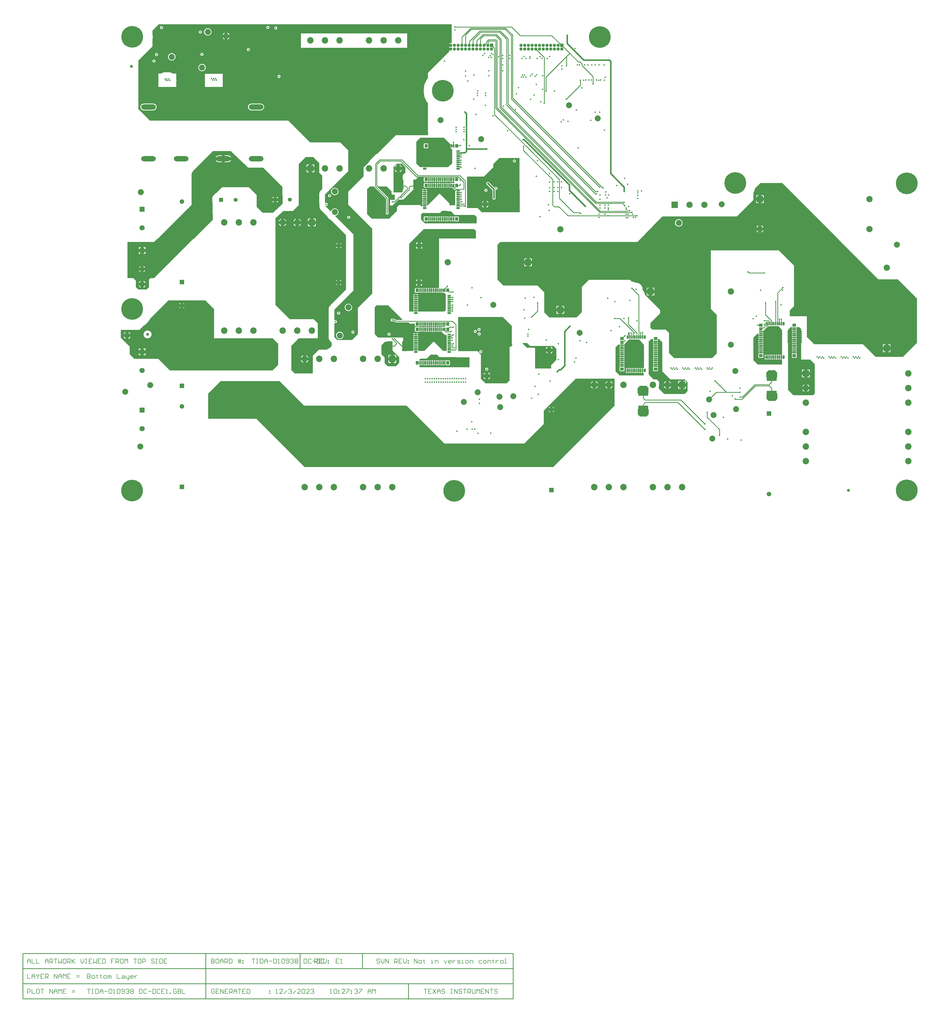
<source format=gbl>
G04*
G04 #@! TF.GenerationSoftware,Altium Limited,Altium Designer,23.1.1 (15)*
G04*
G04 Layer_Physical_Order=4*
G04 Layer_Color=16711680*
%FSAX44Y44*%
%MOMM*%
G71*
G04*
G04 #@! TF.SameCoordinates,A3571568-9A21-437D-865F-2304E57EA7B7*
G04*
G04*
G04 #@! TF.FilePolarity,Positive*
G04*
G01*
G75*
%ADD13C,0.5000*%
%ADD22C,0.2540*%
%ADD28C,0.2032*%
%ADD66C,1.0000*%
%ADD104C,1.1200*%
G04:AMPARAMS|DCode=105|XSize=1.12mm|YSize=1.12mm|CornerRadius=0.0504mm|HoleSize=0mm|Usage=FLASHONLY|Rotation=180.000|XOffset=0mm|YOffset=0mm|HoleType=Round|Shape=RoundedRectangle|*
%AMROUNDEDRECTD105*
21,1,1.1200,1.0192,0,0,180.0*
21,1,1.0192,1.1200,0,0,180.0*
1,1,0.1008,-0.5096,0.5096*
1,1,0.1008,0.5096,0.5096*
1,1,0.1008,0.5096,-0.5096*
1,1,0.1008,-0.5096,-0.5096*
%
%ADD105ROUNDEDRECTD105*%
G04:AMPARAMS|DCode=106|XSize=1.55mm|YSize=1.55mm|CornerRadius=0.0465mm|HoleSize=0mm|Usage=FLASHONLY|Rotation=90.000|XOffset=0mm|YOffset=0mm|HoleType=Round|Shape=RoundedRectangle|*
%AMROUNDEDRECTD106*
21,1,1.5500,1.4570,0,0,90.0*
21,1,1.4570,1.5500,0,0,90.0*
1,1,0.0930,0.7285,0.7285*
1,1,0.0930,0.7285,-0.7285*
1,1,0.0930,-0.7285,-0.7285*
1,1,0.0930,-0.7285,0.7285*
%
%ADD106ROUNDEDRECTD106*%
%ADD107C,1.5500*%
%ADD108C,1.3500*%
G04:AMPARAMS|DCode=109|XSize=1.35mm|YSize=1.35mm|CornerRadius=0.0472mm|HoleSize=0mm|Usage=FLASHONLY|Rotation=0.000|XOffset=0mm|YOffset=0mm|HoleType=Round|Shape=RoundedRectangle|*
%AMROUNDEDRECTD109*
21,1,1.3500,1.2555,0,0,0.0*
21,1,1.2555,1.3500,0,0,0.0*
1,1,0.0945,0.6278,-0.6278*
1,1,0.0945,-0.6278,-0.6278*
1,1,0.0945,-0.6278,0.6278*
1,1,0.0945,0.6278,0.6278*
%
%ADD109ROUNDEDRECTD109*%
G04:AMPARAMS|DCode=110|XSize=5mm|YSize=1.8mm|CornerRadius=0.9mm|HoleSize=0mm|Usage=FLASHONLY|Rotation=0.000|XOffset=0mm|YOffset=0mm|HoleType=Round|Shape=RoundedRectangle|*
%AMROUNDEDRECTD110*
21,1,5.0000,0.0000,0,0,0.0*
21,1,3.2000,1.8000,0,0,0.0*
1,1,1.8000,1.6000,0.0000*
1,1,1.8000,-1.6000,0.0000*
1,1,1.8000,-1.6000,0.0000*
1,1,1.8000,1.6000,0.0000*
%
%ADD110ROUNDEDRECTD110*%
G04:AMPARAMS|DCode=111|XSize=1.55mm|YSize=1.55mm|CornerRadius=0.0465mm|HoleSize=0mm|Usage=FLASHONLY|Rotation=180.000|XOffset=0mm|YOffset=0mm|HoleType=Round|Shape=RoundedRectangle|*
%AMROUNDEDRECTD111*
21,1,1.5500,1.4570,0,0,180.0*
21,1,1.4570,1.5500,0,0,180.0*
1,1,0.0930,-0.7285,0.7285*
1,1,0.0930,0.7285,0.7285*
1,1,0.0930,0.7285,-0.7285*
1,1,0.0930,-0.7285,-0.7285*
%
%ADD111ROUNDEDRECTD111*%
G04:AMPARAMS|DCode=112|XSize=2.15mm|YSize=2.15mm|CornerRadius=0.0538mm|HoleSize=0mm|Usage=FLASHONLY|Rotation=0.000|XOffset=0mm|YOffset=0mm|HoleType=Round|Shape=RoundedRectangle|*
%AMROUNDEDRECTD112*
21,1,2.1500,2.0425,0,0,0.0*
21,1,2.0425,2.1500,0,0,0.0*
1,1,0.1075,1.0213,-1.0213*
1,1,0.1075,-1.0213,-1.0213*
1,1,0.1075,-1.0213,1.0213*
1,1,0.1075,1.0213,1.0213*
%
%ADD112ROUNDEDRECTD112*%
%ADD113C,2.1500*%
%ADD114C,2.2000*%
G04:AMPARAMS|DCode=115|XSize=2.2mm|YSize=2.2mm|CornerRadius=0.055mm|HoleSize=0mm|Usage=FLASHONLY|Rotation=270.000|XOffset=0mm|YOffset=0mm|HoleType=Round|Shape=RoundedRectangle|*
%AMROUNDEDRECTD115*
21,1,2.2000,2.0900,0,0,270.0*
21,1,2.0900,2.2000,0,0,270.0*
1,1,0.1100,-1.0450,-1.0450*
1,1,0.1100,-1.0450,1.0450*
1,1,0.1100,1.0450,1.0450*
1,1,0.1100,1.0450,-1.0450*
%
%ADD115ROUNDEDRECTD115*%
G04:AMPARAMS|DCode=116|XSize=2.2mm|YSize=2.2mm|CornerRadius=0.055mm|HoleSize=0mm|Usage=FLASHONLY|Rotation=0.000|XOffset=0mm|YOffset=0mm|HoleType=Round|Shape=RoundedRectangle|*
%AMROUNDEDRECTD116*
21,1,2.2000,2.0900,0,0,0.0*
21,1,2.0900,2.2000,0,0,0.0*
1,1,0.1100,1.0450,-1.0450*
1,1,0.1100,-1.0450,-1.0450*
1,1,0.1100,-1.0450,1.0450*
1,1,0.1100,1.0450,1.0450*
%
%ADD116ROUNDEDRECTD116*%
%ADD117C,4.4000*%
G04:AMPARAMS|DCode=118|XSize=2.15mm|YSize=2.15mm|CornerRadius=0.0538mm|HoleSize=0mm|Usage=FLASHONLY|Rotation=90.000|XOffset=0mm|YOffset=0mm|HoleType=Round|Shape=RoundedRectangle|*
%AMROUNDEDRECTD118*
21,1,2.1500,2.0425,0,0,90.0*
21,1,2.0425,2.1500,0,0,90.0*
1,1,0.1075,1.0213,1.0213*
1,1,0.1075,1.0213,-1.0213*
1,1,0.1075,-1.0213,-1.0213*
1,1,0.1075,-1.0213,1.0213*
%
%ADD118ROUNDEDRECTD118*%
%ADD120R,1.8000X1.8000*%
%ADD121C,1.8000*%
%ADD122C,2.0320*%
%ADD123C,0.5080*%
%ADD124C,1.5000*%
G04:AMPARAMS|DCode=125|XSize=1.15mm|YSize=1.1mm|CornerRadius=0.0495mm|HoleSize=0mm|Usage=FLASHONLY|Rotation=180.000|XOffset=0mm|YOffset=0mm|HoleType=Round|Shape=RoundedRectangle|*
%AMROUNDEDRECTD125*
21,1,1.1500,1.0010,0,0,180.0*
21,1,1.0510,1.1000,0,0,180.0*
1,1,0.0990,-0.5255,0.5005*
1,1,0.0990,0.5255,0.5005*
1,1,0.0990,0.5255,-0.5005*
1,1,0.0990,-0.5255,-0.5005*
%
%ADD125ROUNDEDRECTD125*%
G04:AMPARAMS|DCode=126|XSize=1.15mm|YSize=0.45mm|CornerRadius=0.0495mm|HoleSize=0mm|Usage=FLASHONLY|Rotation=180.000|XOffset=0mm|YOffset=0mm|HoleType=Round|Shape=RoundedRectangle|*
%AMROUNDEDRECTD126*
21,1,1.1500,0.3510,0,0,180.0*
21,1,1.0510,0.4500,0,0,180.0*
1,1,0.0990,-0.5255,0.1755*
1,1,0.0990,0.5255,0.1755*
1,1,0.0990,0.5255,-0.1755*
1,1,0.0990,-0.5255,-0.1755*
%
%ADD126ROUNDEDRECTD126*%
G04:AMPARAMS|DCode=127|XSize=0.665mm|YSize=1.15mm|CornerRadius=0.0499mm|HoleSize=0mm|Usage=FLASHONLY|Rotation=180.000|XOffset=0mm|YOffset=0mm|HoleType=Round|Shape=RoundedRectangle|*
%AMROUNDEDRECTD127*
21,1,0.6650,1.0502,0,0,180.0*
21,1,0.5653,1.1500,0,0,180.0*
1,1,0.0998,-0.2826,0.5251*
1,1,0.0998,0.2826,0.5251*
1,1,0.0998,0.2826,-0.5251*
1,1,0.0998,-0.2826,-0.5251*
%
%ADD127ROUNDEDRECTD127*%
G04:AMPARAMS|DCode=128|XSize=0.45mm|YSize=1.15mm|CornerRadius=0.0495mm|HoleSize=0mm|Usage=FLASHONLY|Rotation=180.000|XOffset=0mm|YOffset=0mm|HoleType=Round|Shape=RoundedRectangle|*
%AMROUNDEDRECTD128*
21,1,0.4500,1.0510,0,0,180.0*
21,1,0.3510,1.1500,0,0,180.0*
1,1,0.0990,-0.1755,0.5255*
1,1,0.0990,0.1755,0.5255*
1,1,0.0990,0.1755,-0.5255*
1,1,0.0990,-0.1755,-0.5255*
%
%ADD128ROUNDEDRECTD128*%
G04:AMPARAMS|DCode=129|XSize=0.665mm|YSize=1.15mm|CornerRadius=0.0499mm|HoleSize=0mm|Usage=FLASHONLY|Rotation=90.000|XOffset=0mm|YOffset=0mm|HoleType=Round|Shape=RoundedRectangle|*
%AMROUNDEDRECTD129*
21,1,0.6650,1.0502,0,0,90.0*
21,1,0.5653,1.1500,0,0,90.0*
1,1,0.0998,0.5251,0.2826*
1,1,0.0998,0.5251,-0.2826*
1,1,0.0998,-0.5251,-0.2826*
1,1,0.0998,-0.5251,0.2826*
%
%ADD129ROUNDEDRECTD129*%
G04:AMPARAMS|DCode=130|XSize=0.45mm|YSize=1.15mm|CornerRadius=0.0495mm|HoleSize=0mm|Usage=FLASHONLY|Rotation=90.000|XOffset=0mm|YOffset=0mm|HoleType=Round|Shape=RoundedRectangle|*
%AMROUNDEDRECTD130*
21,1,0.4500,1.0510,0,0,90.0*
21,1,0.3510,1.1500,0,0,90.0*
1,1,0.0990,0.5255,0.1755*
1,1,0.0990,0.5255,-0.1755*
1,1,0.0990,-0.5255,-0.1755*
1,1,0.0990,-0.5255,0.1755*
%
%ADD130ROUNDEDRECTD130*%
G04:AMPARAMS|DCode=131|XSize=1.15mm|YSize=1.1mm|CornerRadius=0.0495mm|HoleSize=0mm|Usage=FLASHONLY|Rotation=90.000|XOffset=0mm|YOffset=0mm|HoleType=Round|Shape=RoundedRectangle|*
%AMROUNDEDRECTD131*
21,1,1.1500,1.0010,0,0,90.0*
21,1,1.0510,1.1000,0,0,90.0*
1,1,0.0990,0.5005,0.5255*
1,1,0.0990,0.5005,-0.5255*
1,1,0.0990,-0.5005,-0.5255*
1,1,0.0990,-0.5005,0.5255*
%
%ADD131ROUNDEDRECTD131*%
G04:AMPARAMS|DCode=132|XSize=1.15mm|YSize=0.45mm|CornerRadius=0.0495mm|HoleSize=0mm|Usage=FLASHONLY|Rotation=90.000|XOffset=0mm|YOffset=0mm|HoleType=Round|Shape=RoundedRectangle|*
%AMROUNDEDRECTD132*
21,1,1.1500,0.3510,0,0,90.0*
21,1,1.0510,0.4500,0,0,90.0*
1,1,0.0990,0.1755,0.5255*
1,1,0.0990,0.1755,-0.5255*
1,1,0.0990,-0.1755,-0.5255*
1,1,0.0990,-0.1755,0.5255*
%
%ADD132ROUNDEDRECTD132*%
G04:AMPARAMS|DCode=133|XSize=1.8mm|YSize=3.4mm|CornerRadius=0.054mm|HoleSize=0mm|Usage=FLASHONLY|Rotation=90.000|XOffset=0mm|YOffset=0mm|HoleType=Round|Shape=RoundedRectangle|*
%AMROUNDEDRECTD133*
21,1,1.8000,3.2920,0,0,90.0*
21,1,1.6920,3.4000,0,0,90.0*
1,1,0.1080,1.6460,0.8460*
1,1,0.1080,1.6460,-0.8460*
1,1,0.1080,-1.6460,-0.8460*
1,1,0.1080,-1.6460,0.8460*
%
%ADD133ROUNDEDRECTD133*%
%ADD134C,5.2446*%
G04:AMPARAMS|DCode=135|XSize=1.8mm|YSize=3.4mm|CornerRadius=0.054mm|HoleSize=0mm|Usage=FLASHONLY|Rotation=0.000|XOffset=0mm|YOffset=0mm|HoleType=Round|Shape=RoundedRectangle|*
%AMROUNDEDRECTD135*
21,1,1.8000,3.2920,0,0,0.0*
21,1,1.6920,3.4000,0,0,0.0*
1,1,0.1080,0.8460,-1.6460*
1,1,0.1080,-0.8460,-1.6460*
1,1,0.1080,-0.8460,1.6460*
1,1,0.1080,0.8460,1.6460*
%
%ADD135ROUNDEDRECTD135*%
G36*
X01143157Y01580438D02*
X01141887Y01579643D01*
X01140150Y01579872D01*
X01138025Y01579592D01*
X01136045Y01578772D01*
X01134344Y01577467D01*
X01133727Y01576662D01*
X01140150D01*
Y01566662D01*
X01133726D01*
X01134344Y01565856D01*
Y01564767D01*
X01133727Y01563962D01*
X01140150D01*
Y01553962D01*
X01133726D01*
X01134344Y01553156D01*
X01135030Y01552630D01*
X01135140Y01550945D01*
X01062169Y01477974D01*
Y01459958D01*
X01060993Y01458524D01*
X01057172Y01452805D01*
X01053930Y01446740D01*
X01051298Y01440386D01*
X01049301Y01433804D01*
X01047960Y01427058D01*
X01047285Y01420214D01*
Y01413336D01*
X01047960Y01406491D01*
X01049301Y01399746D01*
X01051298Y01393164D01*
X01053930Y01386810D01*
X01057172Y01380744D01*
X01060993Y01375026D01*
X01062169Y01373592D01*
Y01264461D01*
X00952040D01*
X00889001Y01201421D01*
X00888120Y01201154D01*
X00884251Y01199086D01*
X00880861Y01196303D01*
X00866447Y01181890D01*
X00863664Y01178499D01*
X00861596Y01174630D01*
X00861329Y01173750D01*
X00842169Y01154590D01*
Y01124272D01*
X00790616Y01072719D01*
X00789587D01*
Y01026855D01*
X00871490Y00944952D01*
Y00724834D01*
X00872169Y00724154D01*
X00822169Y00674154D01*
Y00584647D01*
X00801790Y00564268D01*
X00752056Y00564268D01*
X00742113Y00574211D01*
Y00622172D01*
X00743108Y00622704D01*
X00743383Y00622709D01*
X00745284Y00622331D01*
X00747266Y00622725D01*
X00748947Y00623848D01*
X00750069Y00625528D01*
X00750463Y00627510D01*
X00750069Y00629492D01*
X00748947Y00631172D01*
X00747266Y00632295D01*
X00745284Y00632690D01*
X00743383Y00632311D01*
X00743108Y00632316D01*
X00742113Y00632848D01*
Y00668699D01*
X00807055Y00733641D01*
Y00925933D01*
X00744934Y00988054D01*
X00745342Y00989257D01*
X00746646Y00989429D01*
X00749735Y00990708D01*
X00752388Y00992744D01*
X00754424Y00995397D01*
X00755703Y00998486D01*
X00756140Y01001802D01*
X00755703Y01005117D01*
X00754424Y01008206D01*
X00752388Y01010859D01*
X00749735Y01012895D01*
X00746646Y01014175D01*
X00743330Y01014611D01*
X00740015Y01014175D01*
X00736925Y01012895D01*
X00734272Y01010859D01*
X00732237Y01008206D01*
X00730957Y01005117D01*
X00730785Y01003813D01*
X00729583Y01003405D01*
X00710783Y01022205D01*
X00710861Y01022733D01*
X00712072Y01023382D01*
X00712242Y01023391D01*
X00714111Y01023019D01*
X00716093Y01023413D01*
X00717774Y01024536D01*
X00718896Y01026216D01*
X00719291Y01028198D01*
X00718896Y01030181D01*
X00717774Y01031861D01*
X00716093Y01032984D01*
X00714111Y01033378D01*
X00712129Y01032984D01*
X00711338Y01032455D01*
X00710068Y01033134D01*
Y01062170D01*
X00789587Y01141690D01*
Y01212603D01*
X00777460Y01224731D01*
X00762190Y01240000D01*
X00658801D01*
X00584529Y01314272D01*
X00377020D01*
X00111270Y01314272D01*
X00070892Y01354650D01*
Y01519995D01*
X00119475Y01568578D01*
Y01588677D01*
X00119808Y01590350D01*
X00120482Y01597195D01*
Y01604073D01*
X00119808Y01610917D01*
X00119475Y01612590D01*
Y01621953D01*
X00141047Y01643526D01*
X01143157D01*
Y01580438D01*
D02*
G37*
G36*
X01138866Y01234177D02*
X01138732Y01233504D01*
Y01222995D01*
X01138968Y01221810D01*
X01139638Y01220806D01*
X01140003Y01220563D01*
Y01220132D01*
X01140094D01*
X01144461Y01215561D01*
X01144461Y01167964D01*
X01130494Y01155611D01*
X01057987D01*
X01057018Y01156258D01*
X01055833Y01156494D01*
X01045330D01*
X01044145Y01156258D01*
X01043176Y01155611D01*
X01034206D01*
X01021891Y01167926D01*
Y01242543D01*
X01035320Y01255972D01*
X01117070D01*
X01138866Y01234177D01*
D02*
G37*
G36*
X01048569Y01121386D02*
X01048613Y01121155D01*
X01047968Y01120189D01*
X01047732Y01119005D01*
Y01108494D01*
X01047968Y01107310D01*
X01048638Y01106306D01*
X01049642Y01105636D01*
X01050826Y01105400D01*
X01060836D01*
X01062021Y01105636D01*
X01062331Y01105843D01*
X01062642Y01105636D01*
X01063827Y01105400D01*
X01064312D01*
Y01113750D01*
X01066852D01*
Y01105400D01*
X01067337D01*
X01068521Y01105636D01*
X01068831Y01105843D01*
X01069142Y01105636D01*
X01070327Y01105400D01*
X01070812D01*
Y01113749D01*
X01073352D01*
Y01105400D01*
X01073837D01*
X01075021Y01105636D01*
X01075331Y01105843D01*
X01075642Y01105636D01*
X01076826Y01105400D01*
X01077312D01*
Y01113749D01*
X01079852D01*
Y01105400D01*
X01080337D01*
X01081521Y01105636D01*
X01081832Y01105843D01*
X01082142Y01105636D01*
X01083326Y01105400D01*
X01083812D01*
Y01113750D01*
X01086352D01*
Y01105400D01*
X01086836D01*
X01088021Y01105636D01*
X01088332Y01105843D01*
X01088642Y01105636D01*
X01089827Y01105400D01*
X01090312D01*
Y01113750D01*
X01092851D01*
Y01105400D01*
X01093336D01*
X01094521Y01105636D01*
X01094831Y01105843D01*
X01095142Y01105636D01*
X01096327Y01105400D01*
X01096812D01*
Y01113750D01*
X01099352D01*
Y01105400D01*
X01099837D01*
X01101021Y01105636D01*
X01101331Y01105843D01*
X01101642Y01105636D01*
X01102827Y01105400D01*
X01103312D01*
Y01113749D01*
X01105852D01*
Y01105400D01*
X01106337D01*
X01107521Y01105636D01*
X01107831Y01105843D01*
X01108142Y01105636D01*
X01109326Y01105400D01*
X01109812D01*
Y01113749D01*
X01112352D01*
Y01105400D01*
X01112837D01*
X01114021Y01105636D01*
X01114332Y01105843D01*
X01114642Y01105636D01*
X01115826Y01105400D01*
X01116312D01*
Y01113750D01*
X01118852D01*
Y01105400D01*
X01119336D01*
X01120521Y01105636D01*
X01120832Y01105843D01*
X01121142Y01105636D01*
X01122327Y01105400D01*
X01122812D01*
Y01113750D01*
X01125351D01*
Y01105400D01*
X01125836D01*
X01127021Y01105636D01*
X01127331Y01105843D01*
X01127642Y01105636D01*
X01128827Y01105400D01*
X01129312D01*
Y01113750D01*
X01131852D01*
Y01105400D01*
X01132337D01*
X01133521Y01105636D01*
X01133831Y01105843D01*
X01134142Y01105636D01*
X01135327Y01105400D01*
X01135811D01*
Y01113750D01*
X01138352D01*
Y01105400D01*
X01138837D01*
X01140021Y01105636D01*
X01140331Y01105843D01*
X01140642Y01105636D01*
X01141826Y01105400D01*
X01142312D01*
Y01113749D01*
X01144852D01*
Y01105400D01*
X01145337D01*
X01146521Y01105636D01*
X01146832Y01105843D01*
X01147142Y01105636D01*
X01148326Y01105400D01*
X01148812D01*
Y01113750D01*
X01151352D01*
Y01105400D01*
X01151836D01*
X01152220Y01105086D01*
Y01101702D01*
X01151836Y01101388D01*
X01148326D01*
X01147142Y01101152D01*
X01146832Y01100945D01*
X01146521Y01101152D01*
X01145337Y01101388D01*
X01141826D01*
X01140642Y01101152D01*
X01140331Y01100945D01*
X01140021Y01101152D01*
X01138837Y01101388D01*
X01138352D01*
Y01093039D01*
Y01084689D01*
X01138837D01*
X01140021Y01084925D01*
X01140331Y01085132D01*
X01140642Y01084925D01*
X01141826Y01084689D01*
X01144485D01*
X01144561Y01084674D01*
X01146226D01*
X01146895Y01084005D01*
X01147380Y01083680D01*
X01148966Y01082095D01*
X01149111Y01081363D01*
X01150234Y01079682D01*
X01151915Y01078560D01*
X01153897Y01078165D01*
X01154021Y01078190D01*
X01155002Y01077384D01*
Y01026472D01*
X01153825Y01025295D01*
X01135784D01*
Y01031357D01*
X01102018Y01065123D01*
X01060104Y01023210D01*
X01058931Y01023696D01*
Y01024694D01*
X01058695Y01025878D01*
X01058488Y01026189D01*
X01058695Y01026499D01*
X01058931Y01027684D01*
Y01028168D01*
X01050582D01*
X01042232D01*
Y01027684D01*
X01042468Y01026499D01*
X01042675Y01026189D01*
X01042468Y01025878D01*
X01042232Y01024694D01*
Y01024208D01*
X01050582D01*
Y01021668D01*
X01042232D01*
Y01021317D01*
X01039879D01*
X01035947Y01025649D01*
X00962925D01*
Y01025434D01*
X00956023Y01018533D01*
X00955820Y01006040D01*
X00929069Y00979289D01*
X00869298Y00979289D01*
X00854347Y00994240D01*
X00853941D01*
Y01079895D01*
X00863243Y01089197D01*
X00878386D01*
Y01089054D01*
X00878681Y01087568D01*
X00879524Y01086308D01*
X00918609Y01047222D01*
Y01001802D01*
X00917708Y01000454D01*
X00917314Y00998472D01*
X00917708Y00996490D01*
X00918831Y00994809D01*
X00920511Y00993686D01*
X00922494Y00993292D01*
X00924476Y00993686D01*
X00926156Y00994809D01*
X00927279Y00996490D01*
X00927673Y00998472D01*
X00927279Y01000454D01*
X00926378Y01001802D01*
Y01048831D01*
X00926083Y01050318D01*
X00925240Y01051578D01*
X00888795Y01088024D01*
X00889281Y01089197D01*
X00921718D01*
X00932740Y01078175D01*
X00937829Y01073086D01*
Y01063468D01*
X00939951Y01061346D01*
X00948628D01*
Y01044163D01*
X00947684Y01043220D01*
X00932740D01*
Y01024273D01*
X00940510D01*
X00949689Y01033451D01*
X00950114Y01033535D01*
X00951375Y01034377D01*
X00961557Y01044560D01*
X00977523D01*
X01019189Y01086226D01*
X01019189Y01113019D01*
X01028571Y01122425D01*
X01048197D01*
X01048569Y01121386D01*
D02*
G37*
G36*
X00984906Y01154954D02*
Y01137325D01*
X00975406Y01127825D01*
Y01126989D01*
Y01071997D01*
X00972593Y01069183D01*
X00944374D01*
Y01157169D01*
X00954248Y01167043D01*
X00972818D01*
X00984906Y01154954D01*
D02*
G37*
G36*
X01375365Y01156545D02*
X01376249Y01002932D01*
X01374745Y01001428D01*
X01246439Y01001428D01*
X01231582Y01015900D01*
X01195482Y01015900D01*
Y01122699D01*
X01253259Y01122699D01*
X01284987Y01154426D01*
Y01166048D01*
X01305733Y01186794D01*
X01375365D01*
Y01156545D01*
D02*
G37*
G36*
X00386955Y01210000D02*
X00447000Y01153622D01*
X00498732Y01153622D01*
X00563716Y01088638D01*
X00564750Y01030181D01*
X00531864Y00999776D01*
X00495232D01*
X00475585Y01019424D01*
Y01060753D01*
X00449320Y01087017D01*
X00357307D01*
X00337783Y01067493D01*
X00336394Y01066751D01*
X00333277Y01064193D01*
X00330718Y01061075D01*
X00329976Y01059687D01*
X00325592Y01055302D01*
X00324762Y01054473D01*
X00324762D01*
X00324762Y01054473D01*
X00324762Y01054473D01*
X00324778Y01053264D01*
X00325784Y00975784D01*
X00260000Y00910000D01*
X00258673D01*
X00124865Y00776192D01*
X00114117D01*
X00107404Y00771391D01*
Y00745159D01*
X00098932Y00736686D01*
X00073424D01*
X00070133Y00737684D01*
X00062470Y00745348D01*
Y00767482D01*
X00053759Y00776192D01*
X00033906D01*
Y00843050D01*
X00033904Y00899102D01*
X00034802Y00900000D01*
X00125099D01*
X00135099Y00910000D01*
X00136422D01*
X00253330Y01026908D01*
Y01133672D01*
X00257998Y01141660D01*
X00301000Y01184662D01*
X00326338Y01210000D01*
X00386955Y01210000D01*
D02*
G37*
G36*
X01127708Y01005799D02*
X01131667Y01004598D01*
X01135784Y01004193D01*
X01140668D01*
X01153234Y00991627D01*
X01222104Y00991627D01*
X01228452Y00985279D01*
Y00963338D01*
X01181523D01*
X01181455Y00963406D01*
X01167754D01*
X01051408Y00963406D01*
X01038064Y00976750D01*
Y00993620D01*
X01043149Y00998705D01*
X01102103D01*
X01109870Y01006472D01*
X01126450D01*
X01127708Y01005799D01*
D02*
G37*
G36*
X01051408Y00943309D02*
X01167754Y00943309D01*
X01180831D01*
X01181523Y00943241D01*
X01220379D01*
X01225785Y00937835D01*
Y00911149D01*
X01099572D01*
Y00744293D01*
X01097868Y00742405D01*
X01097185Y00742270D01*
X01096874Y00742062D01*
X01096564Y00742270D01*
X01095379Y00742505D01*
X01094894D01*
Y00734156D01*
Y00725806D01*
X01095379D01*
X01096564Y00726042D01*
X01096874Y00726249D01*
X01097185Y00726042D01*
X01098370Y00725806D01*
X01098854D01*
Y00734156D01*
X01101394D01*
Y00725806D01*
X01101880D01*
X01103064Y00726042D01*
X01103374Y00726249D01*
X01103685Y00726042D01*
X01104870Y00725806D01*
X01105355D01*
Y00734155D01*
X01107895D01*
Y00725806D01*
X01108380D01*
X01109564Y00726042D01*
X01109874Y00726249D01*
X01110185Y00726042D01*
X01111369Y00725806D01*
X01114880D01*
X01116064Y00726042D01*
X01116375Y00726249D01*
X01116685Y00726042D01*
X01117869Y00725806D01*
X01118059D01*
X01122639Y00721227D01*
X01122639Y00666196D01*
X01117537Y00661683D01*
X01028981D01*
X01028474Y00662301D01*
Y00662786D01*
X01020124D01*
X01011775D01*
Y00662301D01*
X01011268Y00661683D01*
X00997314D01*
Y00893470D01*
X01047535Y00943691D01*
X01051408Y00943309D01*
D02*
G37*
G36*
X00973302Y00636289D02*
X00975816Y00633774D01*
X00975330Y00632601D01*
X00952735D01*
X00949889Y00635447D01*
X00948629Y00636289D01*
X00947142Y00636585D01*
X00942963D01*
X00941615Y00637486D01*
X00939633Y00637880D01*
X00937651Y00637486D01*
X00935970Y00636363D01*
X00934847Y00634682D01*
X00934453Y00632700D01*
X00934847Y00630718D01*
X00935970Y00629038D01*
X00937651Y00627915D01*
X00939633Y00627521D01*
X00941615Y00627915D01*
X00942963Y00628816D01*
X00945533D01*
X00948379Y00625970D01*
X00949639Y00625127D01*
X00951126Y00624832D01*
X00995326D01*
X01000030Y00620128D01*
X01017275D01*
Y00614401D01*
X01017511Y00613216D01*
X01018181Y00612212D01*
X01019185Y00611542D01*
X01020369Y00611306D01*
X01030379D01*
X01031564Y00611542D01*
X01031874Y00611749D01*
X01032185Y00611542D01*
X01033370Y00611306D01*
X01033854D01*
Y00619656D01*
X01036394D01*
Y00611306D01*
X01036880D01*
X01038064Y00611542D01*
X01038374Y00611749D01*
X01038685Y00611542D01*
X01039870Y00611306D01*
X01040355D01*
Y00619655D01*
X01042895D01*
Y00611306D01*
X01043380D01*
X01044564Y00611542D01*
X01044874Y00611749D01*
X01045185Y00611542D01*
X01046369Y00611306D01*
X01046854D01*
Y00619655D01*
X01049395D01*
Y00611306D01*
X01049880D01*
X01051064Y00611542D01*
X01051375Y00611749D01*
X01051685Y00611542D01*
X01052869Y00611306D01*
X01053354D01*
Y00619656D01*
X01055894D01*
Y00611306D01*
X01056379D01*
X01057564Y00611542D01*
X01057875Y00611749D01*
X01058185Y00611542D01*
X01059370Y00611306D01*
X01059854D01*
Y00619656D01*
X01062394D01*
Y00611306D01*
X01062879D01*
X01064064Y00611542D01*
X01064374Y00611749D01*
X01064685Y00611542D01*
X01065870Y00611306D01*
X01066354D01*
Y00619656D01*
X01068894D01*
Y00611306D01*
X01069380D01*
X01070564Y00611542D01*
X01070874Y00611749D01*
X01071185Y00611542D01*
X01072370Y00611306D01*
X01072854D01*
Y00619656D01*
X01075394D01*
Y00611306D01*
X01075880D01*
X01077064Y00611542D01*
X01077374Y00611749D01*
X01077685Y00611542D01*
X01078869Y00611306D01*
X01079354D01*
Y00619655D01*
X01081895D01*
Y00611306D01*
X01082380D01*
X01083564Y00611542D01*
X01083875Y00611749D01*
X01084185Y00611542D01*
X01085369Y00611306D01*
X01085854D01*
Y00619656D01*
X01088394D01*
Y00611306D01*
X01088879D01*
X01090064Y00611542D01*
X01090375Y00611749D01*
X01090685Y00611542D01*
X01091870Y00611306D01*
X01092354D01*
Y00619656D01*
X01094894D01*
Y00611306D01*
X01095379D01*
X01096564Y00611542D01*
X01096874Y00611749D01*
X01097185Y00611542D01*
X01098370Y00611306D01*
X01098854D01*
Y00619656D01*
X01101394D01*
Y00611306D01*
X01101880D01*
X01103064Y00611542D01*
X01103374Y00611749D01*
X01103685Y00611542D01*
X01104870Y00611306D01*
X01105355D01*
Y00619655D01*
X01107895D01*
Y00611306D01*
X01108380D01*
X01109564Y00611542D01*
X01109874Y00611749D01*
X01110185Y00611542D01*
X01111369Y00611306D01*
X01111854D01*
Y00619655D01*
X01114395D01*
Y00611306D01*
X01114880D01*
X01116064Y00611542D01*
X01116375Y00611749D01*
X01116685Y00611542D01*
X01117869Y00611306D01*
X01118354D01*
Y00619656D01*
X01120894D01*
Y00610749D01*
X01121516Y00610093D01*
X01121483Y00609634D01*
X01120943Y00609337D01*
X01117869D01*
X01116685Y00609101D01*
X01116375Y00608893D01*
X01116064Y00609101D01*
X01114880Y00609337D01*
X01111369D01*
X01110185Y00609101D01*
X01109874Y00608893D01*
X01109564Y00609101D01*
X01108380Y00609337D01*
X01107895D01*
Y00600987D01*
Y00592638D01*
X01108318D01*
X01119891Y00581065D01*
X01126288D01*
X01126511Y00579948D01*
X01126718Y00579637D01*
X01126511Y00579326D01*
X01126275Y00578142D01*
Y00574632D01*
X01126511Y00573448D01*
X01126718Y00573137D01*
X01126511Y00572826D01*
X01126275Y00571642D01*
Y00568132D01*
X01126511Y00566948D01*
X01126718Y00566637D01*
X01126511Y00566326D01*
X01126275Y00565142D01*
Y00561632D01*
X01126511Y00560448D01*
X01126718Y00560137D01*
X01126511Y00559826D01*
X01126275Y00558642D01*
Y00555132D01*
X01126511Y00553948D01*
X01126718Y00553637D01*
X01126511Y00553326D01*
X01126275Y00552142D01*
Y00548632D01*
X01126511Y00547448D01*
X01126718Y00547137D01*
X01126511Y00546826D01*
X01126275Y00545642D01*
Y00542132D01*
X01126511Y00540948D01*
X01126718Y00540637D01*
X01126511Y00540326D01*
X01126275Y00539142D01*
Y00535632D01*
X01126511Y00534448D01*
X01126718Y00534137D01*
X01126511Y00533826D01*
X01126275Y00532642D01*
Y00529132D01*
X01126473Y00528136D01*
X01126080Y00527364D01*
X01125728Y00526886D01*
X01114607D01*
X01082080Y00559413D01*
X01049552Y00526886D01*
X01029021D01*
X01028669Y00527364D01*
X01028276Y00528135D01*
X01028474Y00529132D01*
Y00529617D01*
X01020125D01*
X01011775D01*
Y00529132D01*
X01011973Y00528135D01*
X01011581Y00527364D01*
X01011228Y00526886D01*
X00976955D01*
Y00572765D01*
X00942211D01*
X00941982Y00572917D01*
X00940000Y00573312D01*
X00938018Y00572917D01*
X00937789Y00572765D01*
X00891647Y00572765D01*
X00880000Y00584412D01*
Y00677080D01*
X00885829Y00682909D01*
X00926682D01*
X00973302Y00636289D01*
D02*
G37*
G36*
X02338395Y00602024D02*
Y00497746D01*
X02369645D01*
X02385412Y00481979D01*
X02385412Y00381332D01*
X02379233Y00375153D01*
X02312764Y00375153D01*
X02293823Y00394095D01*
Y00460830D01*
X02293823Y00481979D01*
Y00600047D01*
X02302261Y00608485D01*
X02305947D01*
X02306989Y00607215D01*
X02306968Y00607108D01*
Y00606623D01*
X02315317D01*
X02323667D01*
Y00607108D01*
X02323645Y00607215D01*
X02324688Y00608485D01*
X02331934D01*
X02338395Y00602024D01*
D02*
G37*
G36*
X02273817Y00598060D02*
Y00515143D01*
X02272672Y00514203D01*
X02272187D01*
Y00505853D01*
Y00497504D01*
X02272672D01*
X02273817Y00496564D01*
Y00480138D01*
X02190796D01*
X02175565Y00495369D01*
Y00573145D01*
X02189928Y00587508D01*
X02192468Y00586456D01*
Y00584098D01*
X02192703Y00582914D01*
X02192911Y00582603D01*
X02192703Y00582293D01*
X02192468Y00581108D01*
Y00580623D01*
X02200817D01*
X02209167D01*
Y00581108D01*
X02208931Y00582293D01*
X02208723Y00582603D01*
X02208931Y00582914D01*
X02209167Y00584098D01*
Y00584583D01*
X02200817D01*
Y00587123D01*
X02209167D01*
Y00587608D01*
X02208931Y00588792D01*
X02208723Y00589103D01*
X02208931Y00589414D01*
X02209167Y00590598D01*
Y00591083D01*
X02200817D01*
Y00593623D01*
X02209167D01*
Y00594108D01*
X02209008Y00594908D01*
X02209296Y00595260D01*
X02222719Y00608087D01*
X02223511Y00608244D01*
X02224771Y00609086D01*
X02227184Y00611499D01*
X02227407Y00611833D01*
X02261635Y00611833D01*
X02273817Y00598060D01*
D02*
G37*
G36*
X00690000Y01169826D02*
Y01136649D01*
X00700000Y01126649D01*
X00700000D01*
Y01080524D01*
X00695857Y01076381D01*
X00693358Y01073336D01*
X00691500Y01069861D01*
X00690357Y01066091D01*
X00689971Y01062170D01*
Y01033134D01*
X00690068Y01032151D01*
Y01031164D01*
X00690260Y01030195D01*
X00690357Y01029213D01*
X00690643Y01028268D01*
X00690836Y01027300D01*
X00691178Y01026475D01*
X00691072Y01026126D01*
X00691058Y01025989D01*
X00690982Y01025683D01*
X00690903Y01025155D01*
X00690887Y01024822D01*
X00690858Y01024677D01*
X00690859Y01024248D01*
X00690831Y01023678D01*
X00690686Y01022205D01*
X00690734Y01021713D01*
X00690710Y01021220D01*
X00690927Y01019757D01*
X00691072Y01018285D01*
X00691215Y01017812D01*
X00691288Y01017323D01*
X00691786Y01015930D01*
X00692216Y01014515D01*
X00692449Y01014079D01*
X00692615Y01013614D01*
X00693375Y01012345D01*
X00694073Y01011040D01*
X00694386Y01010658D01*
X00694640Y01010234D01*
X00695633Y01009138D01*
X00696572Y01007995D01*
X00715372Y00989194D01*
X00716183Y00988529D01*
X00716374Y00988067D01*
X00718855Y00984019D01*
X00721938Y00980409D01*
X00725548Y00977326D01*
X00729595Y00974846D01*
X00730058Y00974654D01*
X00730723Y00973844D01*
X00781695Y00922872D01*
Y00736702D01*
X00727902Y00682909D01*
X00725403Y00679864D01*
X00723546Y00676389D01*
X00722402Y00672619D01*
X00722016Y00668699D01*
Y00632848D01*
X00722113Y00631866D01*
Y00630878D01*
X00722305Y00629910D01*
X00722402Y00628927D01*
X00722683Y00628001D01*
X00722635Y00627510D01*
X00722683Y00627019D01*
X00722402Y00626093D01*
X00722305Y00625110D01*
X00722113Y00624142D01*
Y00623155D01*
X00722016Y00622172D01*
Y00574211D01*
X00722402Y00570290D01*
X00723546Y00566520D01*
X00725403Y00563046D01*
X00726529Y00561673D01*
X00727902Y00560000D01*
X00732180Y00555723D01*
Y00543301D01*
X00725247Y00536764D01*
X00722271Y00535532D01*
X00717729Y00532910D01*
X00715649Y00531314D01*
X00688820D01*
X00668284Y00510778D01*
Y00450000D01*
X00606662D01*
X00594750Y00461912D01*
Y00543500D01*
X00594888Y00545238D01*
X00620000Y00570350D01*
X00685449Y00570350D01*
Y00621773D01*
X00672570Y00634651D01*
Y00635425D01*
X00589125D01*
X00540000Y00684550D01*
Y00695661D01*
X00540000Y00876920D01*
X00540000Y00981447D01*
X00540946Y00981953D01*
X00542365Y00982641D01*
X00542680Y00982880D01*
X00543029Y00983066D01*
X00544248Y00984067D01*
X00545506Y00985019D01*
X00567246Y01005119D01*
X00599600D01*
X00619976Y01025495D01*
Y01166052D01*
X00643924Y01190000D01*
X00669826D01*
X00690000Y01169826D01*
D02*
G37*
G36*
X01773567Y00566481D02*
X01774751Y00566245D01*
X01778261D01*
X01779445Y00566481D01*
X01779756Y00566688D01*
X01780067Y00566481D01*
X01781251Y00566245D01*
X01784682D01*
X01801132Y00547646D01*
Y00469421D01*
X01800006Y00468797D01*
X01798667Y00468264D01*
X01797761Y00468444D01*
X01797276D01*
Y00460095D01*
Y00451745D01*
X01797761D01*
X01799892Y00449816D01*
X01799907Y00449780D01*
Y00443500D01*
X01717851Y00443500D01*
X01703484Y00457867D01*
Y00539976D01*
X01712930Y00549421D01*
X01716677D01*
X01717556Y00548350D01*
Y00547865D01*
X01725906D01*
X01734256D01*
Y00548350D01*
X01734020Y00549534D01*
X01733812Y00549845D01*
X01734020Y00550156D01*
X01734205Y00551087D01*
X01736611Y00553493D01*
X01749956Y00566245D01*
X01752261D01*
X01753445Y00566481D01*
X01753756Y00566688D01*
X01754067Y00566481D01*
X01755251Y00566245D01*
X01758761D01*
X01759945Y00566481D01*
X01760256Y00566688D01*
X01760567Y00566481D01*
X01761751Y00566245D01*
X01765261D01*
X01766445Y00566481D01*
X01766756Y00566688D01*
X01767067Y00566481D01*
X01768251Y00566245D01*
X01771761D01*
X01772945Y00566481D01*
X01773256Y00566688D01*
X01773567Y00566481D01*
D02*
G37*
G36*
X01863370Y00556375D02*
Y00457883D01*
X01890757Y00430496D01*
Y00430000D01*
X01940745D01*
X01950029Y00420716D01*
Y00389866D01*
X01940029Y00379866D01*
X01870000Y00379866D01*
X01851914Y00398058D01*
X01852733Y00422027D01*
X01844760Y00430000D01*
X01833440D01*
X01817114Y00446326D01*
Y00558447D01*
X01825997Y00567331D01*
X01828047D01*
X01828142Y00567451D01*
X01832056D01*
Y00564340D01*
X01832292Y00563156D01*
X01832500Y00562845D01*
X01832292Y00562534D01*
X01832056Y00561350D01*
Y00560865D01*
X01840406D01*
X01848755D01*
Y00561350D01*
X01848520Y00562534D01*
X01848312Y00562845D01*
X01848520Y00563156D01*
X01848755Y00564340D01*
Y00567451D01*
X01852293D01*
X01863370Y00556375D01*
D02*
G37*
G36*
X02469345Y00905608D02*
X02602820Y00772133D01*
X02624337D01*
X02628714Y00771557D01*
X02633957D01*
X02638334Y00772133D01*
X02669737D01*
X02735164Y00706706D01*
Y00554602D01*
X02686981Y00506418D01*
X02593229Y00506418D01*
X02549239Y00550409D01*
X02548766Y00549937D01*
X02383417D01*
X02358356Y00574997D01*
X02358356Y00645350D01*
X02300080Y00645350D01*
X02300080Y00665696D01*
X02314123Y00679740D01*
Y00818553D01*
X02262085Y00870591D01*
X02030000D01*
Y00670309D01*
X02050056Y00650253D01*
X02050056Y00518893D01*
X02033607Y00502445D01*
X01904724D01*
X01886783Y00520386D01*
X01886783Y00588777D01*
X01875585Y00599975D01*
X01829880D01*
X01822897Y00606958D01*
Y00622727D01*
X01856000Y00655830D01*
Y00667611D01*
X01804223Y00719388D01*
X01803968Y00721973D01*
X01802752Y00725982D01*
X01802064Y00727269D01*
X01800777Y00729677D01*
X01798119Y00732916D01*
X01795950Y00735085D01*
X01796201Y00737625D01*
X01795765Y00742043D01*
X01794476Y00746292D01*
X01792383Y00750208D01*
X01789567Y00753640D01*
X01786135Y00756457D01*
X01782219Y00758550D01*
X01777970Y00759838D01*
X01773551Y00760274D01*
X01772108Y00760132D01*
X01772024Y00760200D01*
X01768108Y00762293D01*
X01763860Y00763582D01*
X01759610Y00764001D01*
X01753861Y00769750D01*
X01612012D01*
X01588715Y00746453D01*
Y00659558D01*
X01570376Y00641219D01*
X01477361D01*
X01460000Y00658580D01*
Y00727335D01*
X01436891Y00750444D01*
X01319789D01*
X01300102Y00770131D01*
Y00890092D01*
X01310009Y00900000D01*
X01779052Y00900000D01*
X01856000Y00978750D01*
X01864250Y00987000D01*
X02118751D01*
X02169130Y01037379D01*
X02174980Y01043230D01*
Y01067046D01*
X02177095Y01071003D01*
X02179727Y01077357D01*
X02181368Y01082765D01*
X02199342Y01100739D01*
X02274214D01*
X02469345Y00905608D01*
D02*
G37*
G36*
X00940000Y00558080D02*
X00940000Y00529721D01*
X00963810Y00505911D01*
Y00486361D01*
X00952186Y00474737D01*
X00924641D01*
Y00474939D01*
X00913915Y00485664D01*
Y00504634D01*
X00903045Y00515504D01*
X00903045Y00546758D01*
X00914366Y00558080D01*
X00940000Y00558080D01*
D02*
G37*
G36*
X01101997Y00505698D02*
X01159904D01*
X01160892Y00505398D01*
X01165009Y00504992D01*
X01204302D01*
Y00471254D01*
X01032706D01*
Y00477593D01*
X01033370Y00478138D01*
X01033855D01*
Y00486487D01*
Y00494837D01*
X01033370D01*
X01032706Y00495382D01*
Y00497884D01*
X01035862Y00501041D01*
X01057883D01*
X01070302Y00513459D01*
Y00514194D01*
X01093500D01*
X01101997Y00505698D01*
D02*
G37*
G36*
X01411392Y00543681D02*
X01411648Y00543937D01*
X01491674D01*
X01501116Y00534666D01*
Y00496698D01*
X01483616Y00479198D01*
Y00466698D01*
X01428616D01*
Y00536270D01*
X01426792Y00538094D01*
X01400405D01*
X01385273Y00553226D01*
X01385799Y00554496D01*
X01400577D01*
X01411392Y00543681D01*
D02*
G37*
G36*
X00301500Y00698500D02*
X00330000Y00670000D01*
Y00570350D01*
X00530933D01*
X00550576Y00550708D01*
X00550000Y00550132D01*
Y00480000D01*
X00530000Y00460000D01*
X00180000Y00460000D01*
X00140000Y00500000D01*
X00058091D01*
X00042048Y00516042D01*
Y00541537D01*
X00010923Y00572662D01*
Y00598629D01*
X00075004D01*
Y00598935D01*
X00088285Y00612217D01*
X00091562Y00614406D01*
X00096879Y00618769D01*
X00101742Y00623633D01*
X00106105Y00628949D01*
X00108295Y00632226D01*
X00110749Y00634680D01*
X00110749D01*
X00110318Y00635400D01*
X00111089Y00636843D01*
X00174246Y00700000D01*
X00301500D01*
Y00698500D01*
D02*
G37*
G36*
X02249210Y00460948D02*
X02256455Y00453703D01*
Y00435619D01*
X02250974Y00430138D01*
X02225794D01*
X02219256Y00436676D01*
Y00453628D01*
X02226577Y00460948D01*
X02249210Y00460948D01*
D02*
G37*
G36*
X01317727Y00643223D02*
X01349015Y00612216D01*
Y00599897D01*
Y00549452D01*
X01351515Y00546952D01*
X01345660Y00541098D01*
X01340866D01*
Y00426448D01*
X01330815Y00416397D01*
X01258439D01*
X01242908Y00431929D01*
Y00513768D01*
X01232123Y00526094D01*
X01165009D01*
Y00643223D01*
X01242908D01*
X01317727Y00643223D01*
D02*
G37*
G36*
X01809315Y00407692D02*
X01816560Y00400447D01*
Y00382363D01*
X01814609Y00380412D01*
X01782370D01*
X01779361Y00383420D01*
Y00400372D01*
X01786682Y00407692D01*
X01809315Y00407692D01*
D02*
G37*
G36*
X02257209Y00380281D02*
Y00363330D01*
X02249889Y00356009D01*
X02227256Y00356009D01*
X02220010Y00363254D01*
Y00381339D01*
X02221961Y00383289D01*
X02254201D01*
X02257209Y00380281D01*
D02*
G37*
G36*
X01817315Y00327025D02*
Y00310074D01*
X01809994Y00302753D01*
X01787361Y00302753D01*
X01780116Y00309998D01*
Y00328083D01*
X01786830Y00334797D01*
X01809543D01*
X01817315Y00327025D01*
D02*
G37*
G36*
X01700000Y00339131D02*
X01490434Y00129566D01*
X00640434D01*
X00480000Y00290000D01*
X00475299Y00294701D01*
X00309750D01*
Y00381170D01*
X00352193Y00423614D01*
X00555023D01*
X00638637Y00340000D01*
X00988516D01*
X01118516Y00210000D01*
X01390821D01*
X01457915Y00277093D01*
Y00323414D01*
X01567126Y00432626D01*
X01700000D01*
Y00339131D01*
D02*
G37*
%LPC*%
G36*
X00514044Y01638387D02*
X00512062Y01637993D01*
X00510382Y01636870D01*
X00509259Y01635189D01*
X00508865Y01633207D01*
X00509259Y01631225D01*
X00510382Y01629545D01*
X00512062Y01628422D01*
X00514044Y01628028D01*
X00516027Y01628422D01*
X00517707Y01629545D01*
X00518830Y01631225D01*
X00519224Y01633207D01*
X00518830Y01635189D01*
X00517707Y01636870D01*
X00516027Y01637993D01*
X00514044Y01638387D01*
D02*
G37*
G36*
X00150620Y01637444D02*
X00148638Y01637050D01*
X00146958Y01635927D01*
X00145835Y01634246D01*
X00145441Y01632264D01*
X00145835Y01630282D01*
X00146958Y01628602D01*
X00148638Y01627479D01*
X00150620Y01627085D01*
X00152602Y01627479D01*
X00154283Y01628602D01*
X00155406Y01630282D01*
X00155800Y01632264D01*
X00155406Y01634246D01*
X00154283Y01635927D01*
X00152602Y01637050D01*
X00150620Y01637444D01*
D02*
G37*
G36*
X00541418Y01636405D02*
X00539436Y01636010D01*
X00537756Y01634888D01*
X00536633Y01633207D01*
X00536239Y01631225D01*
X00536633Y01629243D01*
X00537756Y01627563D01*
X00539436Y01626440D01*
X00541418Y01626046D01*
X00543401Y01626440D01*
X00545081Y01627563D01*
X00546204Y01629243D01*
X00546598Y01631225D01*
X00546204Y01633207D01*
X00545081Y01634888D01*
X00543401Y01636010D01*
X00541418Y01636405D01*
D02*
G37*
G36*
X00283258Y01622528D02*
X00281276Y01622134D01*
X00279596Y01621011D01*
X00278473Y01619330D01*
X00278079Y01617348D01*
X00278473Y01615366D01*
X00279596Y01613686D01*
X00281276Y01612563D01*
X00283258Y01612169D01*
X00285240Y01612563D01*
X00286921Y01613686D01*
X00288044Y01615366D01*
X00288438Y01617348D01*
X00288044Y01619330D01*
X00286921Y01621011D01*
X00285240Y01622134D01*
X00283258Y01622528D01*
D02*
G37*
G36*
X00376253Y01615028D02*
Y01608353D01*
X00382928D01*
X00382346Y01609758D01*
X00380311Y01612411D01*
X00377658Y01614446D01*
X00376253Y01615028D01*
D02*
G37*
G36*
X00366253Y01615028D02*
X00364848Y01614446D01*
X00362195Y01612411D01*
X00360159Y01609758D01*
X00359577Y01608353D01*
X00366253D01*
Y01615028D01*
D02*
G37*
G36*
X00308802Y01630472D02*
X00305486Y01630036D01*
X00302397Y01628756D01*
X00299744Y01626720D01*
X00297708Y01624068D01*
X00296429Y01620978D01*
X00295992Y01617663D01*
X00296429Y01614347D01*
X00297708Y01611258D01*
X00299744Y01608605D01*
X00302397Y01606569D01*
X00305486Y01605290D01*
X00308802Y01604853D01*
X00312117Y01605290D01*
X00315207Y01606569D01*
X00317859Y01608605D01*
X00319895Y01611258D01*
X00321175Y01614347D01*
X00321611Y01617663D01*
X00321175Y01620978D01*
X00319895Y01624068D01*
X00317859Y01626720D01*
X00315207Y01628756D01*
X00312117Y01630036D01*
X00308802Y01630472D01*
D02*
G37*
G36*
X00366253Y01598353D02*
X00359578D01*
X00360159Y01596948D01*
X00362195Y01594295D01*
X00364848Y01592260D01*
X00366253Y01591678D01*
Y01598353D01*
D02*
G37*
G36*
X00382928D02*
X00376253D01*
Y01591678D01*
X00377658Y01592260D01*
X00380311Y01594295D01*
X00382346Y01596948D01*
X00382928Y01598353D01*
D02*
G37*
G36*
X00991015Y01612301D02*
X00627547D01*
Y01563600D01*
X00991015D01*
Y01612301D01*
D02*
G37*
G36*
X00447750Y01562682D02*
X00445768Y01562288D01*
X00444088Y01561165D01*
X00442965Y01559485D01*
X00442570Y01557503D01*
X00442965Y01555521D01*
X00444088Y01553840D01*
X00445768Y01552717D01*
X00447750Y01552323D01*
X00449732Y01552717D01*
X00451413Y01553840D01*
X00452535Y01555521D01*
X00452929Y01557503D01*
X00452535Y01559485D01*
X00451413Y01561165D01*
X00449732Y01562288D01*
X00447750Y01562682D01*
D02*
G37*
G36*
X00288978Y01545901D02*
X00286996Y01545506D01*
X00285315Y01544384D01*
X00284192Y01542703D01*
X00283798Y01540721D01*
X00284192Y01538739D01*
X00285315Y01537059D01*
X00286996Y01535936D01*
X00288978Y01535542D01*
X00290960Y01535936D01*
X00292640Y01537059D01*
X00293763Y01538739D01*
X00294157Y01540721D01*
X00293763Y01542703D01*
X00292640Y01544384D01*
X00290960Y01545506D01*
X00288978Y01545901D01*
D02*
G37*
G36*
X00133640Y01545222D02*
X00131657Y01544827D01*
X00129977Y01543705D01*
X00128854Y01542024D01*
X00128460Y01540042D01*
X00128854Y01538060D01*
X00129977Y01536380D01*
X00131657Y01535257D01*
X00133640Y01534863D01*
X00135622Y01535257D01*
X00137302Y01536380D01*
X00138425Y01538060D01*
X00138819Y01540042D01*
X00138425Y01542024D01*
X00137302Y01543705D01*
X00135622Y01544827D01*
X00133640Y01545222D01*
D02*
G37*
G36*
X00185521Y01545117D02*
X00182206Y01544681D01*
X00179117Y01543401D01*
X00176464Y01541365D01*
X00174428Y01538712D01*
X00173148Y01535623D01*
X00172712Y01532308D01*
X00173148Y01528992D01*
X00174428Y01525903D01*
X00176464Y01523250D01*
X00179117Y01521214D01*
X00182206Y01519935D01*
X00185521Y01519498D01*
X00188837Y01519935D01*
X00191926Y01521214D01*
X00194579Y01523250D01*
X00196615Y01525903D01*
X00197894Y01528992D01*
X00198331Y01532308D01*
X00197894Y01535623D01*
X00196615Y01538712D01*
X00194579Y01541365D01*
X00191926Y01543401D01*
X00188837Y01544681D01*
X00185521Y01545117D01*
D02*
G37*
G36*
X00124565Y01523595D02*
X00122583Y01523200D01*
X00120902Y01522077D01*
X00119780Y01520397D01*
X00119385Y01518415D01*
X00119780Y01516433D01*
X00120902Y01514753D01*
X00122583Y01513630D01*
X00124565Y01513235D01*
X00126547Y01513630D01*
X00128227Y01514753D01*
X00129350Y01516433D01*
X00129744Y01518415D01*
X00129350Y01520397D01*
X00128227Y01522077D01*
X00126547Y01523200D01*
X00124565Y01523595D01*
D02*
G37*
G36*
X00289183Y01508703D02*
X00285868Y01508267D01*
X00282778Y01506987D01*
X00280125Y01504951D01*
X00278090Y01502298D01*
X00276810Y01499209D01*
X00276373Y01495894D01*
X00276810Y01492578D01*
X00278090Y01489489D01*
X00280125Y01486836D01*
X00282778Y01484800D01*
X00285868Y01483521D01*
X00289183Y01483084D01*
X00292498Y01483521D01*
X00295588Y01484800D01*
X00298241Y01486836D01*
X00300276Y01489489D01*
X00301556Y01492578D01*
X00301992Y01495894D01*
X00301556Y01499209D01*
X00300276Y01502298D01*
X00298241Y01504951D01*
X00295588Y01506987D01*
X00292498Y01508267D01*
X00289183Y01508703D01*
D02*
G37*
G36*
X00175528Y01479711D02*
X00172278Y01479391D01*
X00169028Y01479711D01*
X00165778Y01479391D01*
X00162528Y01479711D01*
X00158109Y01479276D01*
X00153860Y01477987D01*
X00149945Y01475894D01*
X00148855Y01475000D01*
X00140000D01*
Y01458293D01*
X00139879Y01457062D01*
X00140000Y01455831D01*
Y01430000D01*
X00160647D01*
X00161411Y01429768D01*
X00165830Y01429333D01*
X00169080Y01429653D01*
X00172330Y01429333D01*
X00175580Y01429653D01*
X00178830Y01429333D01*
X00183249Y01429768D01*
X00184013Y01430000D01*
X00200532D01*
Y01445875D01*
X00201044Y01447563D01*
X00201479Y01451982D01*
X00201044Y01456401D01*
X00200532Y01458090D01*
Y01475000D01*
X00189200D01*
X00188111Y01475894D01*
X00184195Y01477987D01*
X00179946Y01479276D01*
X00175528Y01479711D01*
D02*
G37*
G36*
X00552500Y01470796D02*
X00550518Y01470401D01*
X00548838Y01469279D01*
X00547715Y01467598D01*
X00547321Y01465616D01*
X00547715Y01463634D01*
X00548838Y01461954D01*
X00550518Y01460831D01*
X00552500Y01460437D01*
X00554482Y01460831D01*
X00556162Y01461954D01*
X00557285Y01463634D01*
X00557679Y01465616D01*
X00557285Y01467598D01*
X00556162Y01469279D01*
X00554482Y01470401D01*
X00552500Y01470796D01*
D02*
G37*
G36*
X00359982Y01474500D02*
X00299450D01*
Y01429500D01*
X00359982D01*
Y01474500D01*
D02*
G37*
G36*
X00490000Y01372640D02*
X00458000D01*
X00454987Y01372243D01*
X00452180Y01371080D01*
X00449770Y01369230D01*
X00447920Y01366820D01*
X00446757Y01364013D01*
X00446360Y01361000D01*
X00446757Y01357988D01*
X00447920Y01355180D01*
X00449770Y01352770D01*
X00452180Y01350920D01*
X00454987Y01349757D01*
X00458000Y01349361D01*
X00490000D01*
X00493013Y01349757D01*
X00495820Y01350920D01*
X00498230Y01352770D01*
X00500080Y01355180D01*
X00501243Y01357988D01*
X00501640Y01361000D01*
X00501243Y01364013D01*
X00500080Y01366820D01*
X00498230Y01369230D01*
X00495820Y01371080D01*
X00493013Y01372243D01*
X00490000Y01372640D01*
D02*
G37*
G36*
X00122000D02*
X00090000D01*
X00086987Y01372243D01*
X00084180Y01371080D01*
X00081770Y01369230D01*
X00079920Y01366820D01*
X00078757Y01364013D01*
X00078360Y01361000D01*
X00078757Y01357988D01*
X00079920Y01355180D01*
X00081770Y01352770D01*
X00084180Y01350920D01*
X00086987Y01349757D01*
X00090000Y01349361D01*
X00122000D01*
X00125013Y01349757D01*
X00127820Y01350920D01*
X00130230Y01352770D01*
X00132080Y01355180D01*
X00133243Y01357988D01*
X00133640Y01361000D01*
X00133243Y01364013D01*
X00132080Y01366820D01*
X00130230Y01369230D01*
X00127820Y01371080D01*
X00125013Y01372243D01*
X00122000Y01372640D01*
D02*
G37*
G36*
X00743387Y01084807D02*
X00740071Y01084370D01*
X00736982Y01083091D01*
X00734329Y01081055D01*
X00732293Y01078402D01*
X00731013Y01075313D01*
X00730577Y01071997D01*
X00731013Y01068682D01*
X00732293Y01065592D01*
X00734329Y01062940D01*
X00736982Y01060904D01*
X00740071Y01059624D01*
X00743387Y01059188D01*
X00746702Y01059624D01*
X00749791Y01060904D01*
X00752444Y01062940D01*
X00754480Y01065592D01*
X00755760Y01068682D01*
X00756196Y01071997D01*
X00755760Y01075313D01*
X00754480Y01078402D01*
X00752444Y01081055D01*
X00749791Y01083091D01*
X00746702Y01084370D01*
X00743387Y01084807D01*
D02*
G37*
G36*
X00725575Y01062863D02*
X00723593Y01062468D01*
X00721913Y01061346D01*
X00720790Y01059665D01*
X00720396Y01057683D01*
X00720790Y01055701D01*
X00721913Y01054021D01*
X00723593Y01052898D01*
X00725575Y01052504D01*
X00727557Y01052898D01*
X00729238Y01054021D01*
X00730360Y01055701D01*
X00730755Y01057683D01*
X00730360Y01059665D01*
X00729238Y01061346D01*
X00727557Y01062468D01*
X00725575Y01062863D01*
D02*
G37*
G36*
X00790887Y00988897D02*
X00788904Y00988503D01*
X00787224Y00987380D01*
X00786101Y00985700D01*
X00785707Y00983717D01*
X00786101Y00981735D01*
X00787224Y00980055D01*
X00788904Y00978932D01*
X00790887Y00978538D01*
X00792869Y00978932D01*
X00794549Y00980055D01*
X00795672Y00981735D01*
X00796066Y00983717D01*
X00795672Y00985700D01*
X00794549Y00987380D01*
X00792869Y00988503D01*
X00790887Y00988897D01*
D02*
G37*
G36*
X00789823Y00688595D02*
X00786508Y00688159D01*
X00783419Y00686879D01*
X00780766Y00684844D01*
X00778730Y00682191D01*
X00777450Y00679101D01*
X00777014Y00675786D01*
X00777450Y00672470D01*
X00778730Y00669381D01*
X00780766Y00666728D01*
X00783419Y00664692D01*
X00786508Y00663413D01*
X00789823Y00662976D01*
X00793139Y00663413D01*
X00796228Y00664692D01*
X00798881Y00666728D01*
X00800917Y00669381D01*
X00802197Y00672470D01*
X00802633Y00675786D01*
X00802197Y00679101D01*
X00800917Y00682191D01*
X00798881Y00684844D01*
X00796228Y00686879D01*
X00793139Y00688159D01*
X00789823Y00688595D01*
D02*
G37*
G36*
X00756671Y00661456D02*
X00754689Y00661062D01*
X00753008Y00659939D01*
X00751886Y00658258D01*
X00751491Y00656276D01*
X00751886Y00654294D01*
X00753008Y00652614D01*
X00754689Y00651491D01*
X00756671Y00651097D01*
X00758653Y00651491D01*
X00760333Y00652614D01*
X00761456Y00654294D01*
X00761850Y00656276D01*
X00761456Y00658258D01*
X00760333Y00659939D01*
X00758653Y00661062D01*
X00756671Y00661456D01*
D02*
G37*
G36*
X00805359Y00596667D02*
X00803377Y00596272D01*
X00801696Y00595150D01*
X00800574Y00593469D01*
X00800180Y00591487D01*
X00800574Y00589505D01*
X00801696Y00587825D01*
X00803377Y00586702D01*
X00805359Y00586308D01*
X00807341Y00586702D01*
X00809021Y00587825D01*
X00810144Y00589505D01*
X00810538Y00591487D01*
X00810144Y00593469D01*
X00809021Y00595150D01*
X00807341Y00596272D01*
X00805359Y00596667D01*
D02*
G37*
G36*
X00760333Y00592758D02*
X00757018Y00592321D01*
X00753929Y00591041D01*
X00751276Y00589006D01*
X00749240Y00586353D01*
X00747960Y00583263D01*
X00747524Y00579948D01*
X00747960Y00576633D01*
X00749240Y00573543D01*
X00751276Y00570890D01*
X00753929Y00568855D01*
X00757018Y00567575D01*
X00760333Y00567138D01*
X00763649Y00567575D01*
X00766738Y00568855D01*
X00769391Y00570890D01*
X00771427Y00573543D01*
X00772707Y00576633D01*
X00773143Y00579948D01*
X00772707Y00583263D01*
X00771427Y00586353D01*
X00769391Y00589006D01*
X00766738Y00591041D01*
X00763649Y00592321D01*
X00760333Y00592758D01*
D02*
G37*
G36*
X01060836Y01236599D02*
X01050826D01*
X01049642Y01236363D01*
X01048638Y01235693D01*
X01047968Y01234689D01*
X01047732Y01233504D01*
Y01222995D01*
X01047968Y01221810D01*
X01048638Y01220806D01*
X01049642Y01220136D01*
X01050826Y01219900D01*
X01060836D01*
X01062021Y01220136D01*
X01063025Y01220806D01*
X01063695Y01221810D01*
X01063931Y01222995D01*
Y01233504D01*
X01063695Y01234689D01*
X01063025Y01235693D01*
X01062021Y01236363D01*
X01060836Y01236599D01*
D02*
G37*
G36*
X01129312Y01101388D02*
X01128827D01*
X01127642Y01101152D01*
X01127331Y01100945D01*
X01127021Y01101152D01*
X01125836Y01101388D01*
X01125352D01*
Y01093039D01*
Y01084689D01*
X01125836D01*
X01127021Y01084925D01*
X01127331Y01085132D01*
X01127642Y01084925D01*
X01128827Y01084689D01*
X01129312D01*
Y01093039D01*
Y01101388D01*
D02*
G37*
G36*
X01116312D02*
X01115826D01*
X01114642Y01101152D01*
X01114332Y01100945D01*
X01114021Y01101152D01*
X01112837Y01101388D01*
X01112352D01*
Y01093039D01*
Y01084689D01*
X01112837D01*
X01114021Y01084925D01*
X01114332Y01085132D01*
X01114642Y01084925D01*
X01115826Y01084689D01*
X01116312D01*
Y01093039D01*
Y01101388D01*
D02*
G37*
G36*
X01103312D02*
X01102827D01*
X01101642Y01101152D01*
X01101331Y01100945D01*
X01101021Y01101152D01*
X01099837Y01101388D01*
X01099352D01*
Y01093039D01*
Y01084689D01*
X01099837D01*
X01101021Y01084925D01*
X01101331Y01085132D01*
X01101642Y01084925D01*
X01102827Y01084689D01*
X01103312D01*
Y01093038D01*
Y01101388D01*
D02*
G37*
G36*
X01090312D02*
X01089827D01*
X01088642Y01101152D01*
X01088332Y01100945D01*
X01088021Y01101152D01*
X01086836Y01101388D01*
X01086352D01*
Y01093039D01*
Y01084689D01*
X01086836D01*
X01088021Y01084925D01*
X01088332Y01085132D01*
X01088642Y01084925D01*
X01089827Y01084689D01*
X01090312D01*
Y01093039D01*
Y01101388D01*
D02*
G37*
G36*
X01077312D02*
X01076826D01*
X01075642Y01101152D01*
X01075331Y01100945D01*
X01075021Y01101152D01*
X01073837Y01101388D01*
X01073352D01*
Y01093039D01*
Y01084689D01*
X01073837D01*
X01075021Y01084925D01*
X01075331Y01085132D01*
X01075642Y01084925D01*
X01076826Y01084689D01*
X01077312D01*
Y01093039D01*
Y01101388D01*
D02*
G37*
G36*
X01064312D02*
X01063827D01*
X01062642Y01101152D01*
X01062331Y01100945D01*
X01062021Y01101152D01*
X01060836Y01101388D01*
X01050826D01*
X01049642Y01101152D01*
X01048638Y01100482D01*
X01047968Y01099478D01*
X01047732Y01098294D01*
Y01087784D01*
X01047968Y01086599D01*
X01048638Y01085595D01*
X01049642Y01084925D01*
X01050826Y01084689D01*
X01060836D01*
X01062021Y01084925D01*
X01062331Y01085132D01*
X01062642Y01084925D01*
X01063827Y01084689D01*
X01064312D01*
Y01093039D01*
Y01101388D01*
D02*
G37*
G36*
X01135811D02*
X01135327D01*
X01134142Y01101152D01*
X01133831Y01100945D01*
X01133521Y01101152D01*
X01132337Y01101388D01*
X01131852D01*
Y01093039D01*
Y01084689D01*
X01132337D01*
X01133521Y01084925D01*
X01133831Y01085132D01*
X01134142Y01084925D01*
X01135327Y01084689D01*
X01135811D01*
Y01093039D01*
Y01101388D01*
D02*
G37*
G36*
X01122812D02*
X01122327D01*
X01121142Y01101152D01*
X01120832Y01100945D01*
X01120521Y01101152D01*
X01119336Y01101388D01*
X01118852D01*
Y01093039D01*
Y01084689D01*
X01119336D01*
X01120521Y01084925D01*
X01120832Y01085132D01*
X01121142Y01084925D01*
X01122327Y01084689D01*
X01122812D01*
Y01093039D01*
Y01101388D01*
D02*
G37*
G36*
X01109812D02*
X01109326D01*
X01108142Y01101152D01*
X01107831Y01100945D01*
X01107521Y01101152D01*
X01106337Y01101388D01*
X01105852D01*
Y01093038D01*
Y01084689D01*
X01106337D01*
X01107521Y01084925D01*
X01107831Y01085132D01*
X01108142Y01084925D01*
X01109326Y01084689D01*
X01109812D01*
Y01093039D01*
Y01101388D01*
D02*
G37*
G36*
X01096812D02*
X01096327D01*
X01095142Y01101152D01*
X01094831Y01100945D01*
X01094521Y01101152D01*
X01093336Y01101388D01*
X01092852D01*
Y01093039D01*
Y01084689D01*
X01093336D01*
X01094521Y01084925D01*
X01094831Y01085132D01*
X01095142Y01084925D01*
X01096327Y01084689D01*
X01096812D01*
Y01093039D01*
Y01101388D01*
D02*
G37*
G36*
X01083812D02*
X01083326D01*
X01082142Y01101152D01*
X01081832Y01100945D01*
X01081521Y01101152D01*
X01080337Y01101388D01*
X01079852D01*
Y01093039D01*
Y01084689D01*
X01080337D01*
X01081521Y01084925D01*
X01081832Y01085132D01*
X01082142Y01084925D01*
X01083326Y01084689D01*
X01083812D01*
Y01093039D01*
Y01101388D01*
D02*
G37*
G36*
X01070812D02*
X01070327D01*
X01069142Y01101152D01*
X01068831Y01100945D01*
X01068521Y01101152D01*
X01067337Y01101388D01*
X01066852D01*
Y01093039D01*
Y01084689D01*
X01067337D01*
X01068521Y01084925D01*
X01068831Y01085132D01*
X01069142Y01084925D01*
X01070327Y01084689D01*
X01070812D01*
Y01093039D01*
Y01101388D01*
D02*
G37*
G36*
X01055836Y01079788D02*
X01051852D01*
Y01076208D01*
X01058931D01*
Y01076694D01*
X01058695Y01077878D01*
X01058025Y01078882D01*
X01057021Y01079553D01*
X01055836Y01079788D01*
D02*
G37*
G36*
X01049312D02*
X01045327D01*
X01044142Y01079553D01*
X01043138Y01078882D01*
X01042468Y01077878D01*
X01042232Y01076694D01*
Y01076208D01*
X01049312D01*
Y01079788D01*
D02*
G37*
G36*
X01058931Y01073669D02*
X01050582D01*
X01042232D01*
Y01073184D01*
X01042468Y01071999D01*
X01042675Y01071689D01*
X01042468Y01071378D01*
X01042232Y01070193D01*
Y01069708D01*
X01050582D01*
X01058931D01*
Y01070193D01*
X01058695Y01071378D01*
X01058488Y01071689D01*
X01058695Y01071999D01*
X01058931Y01073184D01*
Y01073669D01*
D02*
G37*
G36*
Y01067169D02*
X01050582D01*
X01042232D01*
Y01066684D01*
X01042468Y01065499D01*
X01042675Y01065189D01*
X01042468Y01064878D01*
X01042232Y01063694D01*
Y01063209D01*
X01050582D01*
X01058931D01*
Y01063694D01*
X01058695Y01064878D01*
X01058488Y01065189D01*
X01058695Y01065499D01*
X01058931Y01066684D01*
Y01067169D01*
D02*
G37*
G36*
Y01060669D02*
X01050582D01*
X01042232D01*
Y01060184D01*
X01042468Y01058999D01*
X01042675Y01058689D01*
X01042468Y01058378D01*
X01042232Y01057194D01*
Y01056708D01*
X01050582D01*
X01058931D01*
Y01057194D01*
X01058695Y01058378D01*
X01058488Y01058689D01*
X01058695Y01058999D01*
X01058931Y01060184D01*
Y01060669D01*
D02*
G37*
G36*
Y01054168D02*
X01050582D01*
X01042232D01*
Y01053684D01*
X01042468Y01052499D01*
X01042675Y01052189D01*
X01042468Y01051878D01*
X01042232Y01050694D01*
Y01050208D01*
X01050582D01*
X01058931D01*
Y01050694D01*
X01058695Y01051878D01*
X01058488Y01052189D01*
X01058695Y01052499D01*
X01058931Y01053684D01*
Y01054168D01*
D02*
G37*
G36*
Y01047668D02*
X01050582D01*
X01042232D01*
Y01047184D01*
X01042468Y01045999D01*
X01042675Y01045689D01*
X01042468Y01045378D01*
X01042232Y01044193D01*
Y01043708D01*
X01050582D01*
X01058931D01*
Y01044193D01*
X01058695Y01045378D01*
X01058488Y01045689D01*
X01058695Y01045999D01*
X01058931Y01047184D01*
Y01047668D01*
D02*
G37*
G36*
Y01041169D02*
X01050582D01*
X01042232D01*
Y01040684D01*
X01042468Y01039499D01*
X01042675Y01039189D01*
X01042468Y01038878D01*
X01042232Y01037694D01*
Y01037208D01*
X01050582D01*
X01058931D01*
Y01037694D01*
X01058695Y01038878D01*
X01058488Y01039189D01*
X01058695Y01039499D01*
X01058931Y01040684D01*
Y01041169D01*
D02*
G37*
G36*
Y01034669D02*
X01050582D01*
X01042232D01*
Y01034184D01*
X01042468Y01032999D01*
X01042675Y01032689D01*
X01042468Y01032378D01*
X01042232Y01031193D01*
Y01030708D01*
X01050582D01*
X01058931D01*
Y01031193D01*
X01058695Y01032378D01*
X01058488Y01032689D01*
X01058695Y01032999D01*
X01058931Y01034184D01*
Y01034669D01*
D02*
G37*
G36*
X00965000Y01163585D02*
Y01156000D01*
X00972585D01*
X00971827Y01157828D01*
X00969657Y01160657D01*
X00966828Y01162827D01*
X00965000Y01163585D01*
D02*
G37*
G36*
X00955000D02*
X00953172Y01162827D01*
X00950343Y01160657D01*
X00948173Y01157828D01*
X00947415Y01156000D01*
X00955000D01*
Y01163585D01*
D02*
G37*
G36*
X00972585Y01146000D02*
X00965000D01*
Y01138416D01*
X00966828Y01139173D01*
X00969657Y01141343D01*
X00971827Y01144172D01*
X00972585Y01146000D01*
D02*
G37*
G36*
X00955000D02*
X00947415D01*
X00948173Y01144172D01*
X00950343Y01141343D01*
X00953172Y01139173D01*
X00955000Y01138416D01*
Y01146000D01*
D02*
G37*
G36*
X01357491Y01181601D02*
X01355508Y01181206D01*
X01353828Y01180084D01*
X01352705Y01178403D01*
X01352311Y01176421D01*
X01352705Y01174439D01*
X01353828Y01172759D01*
X01355508Y01171636D01*
X01357491Y01171242D01*
X01359473Y01171636D01*
X01361153Y01172759D01*
X01362276Y01174439D01*
X01362670Y01176421D01*
X01362276Y01178403D01*
X01361153Y01180084D01*
X01359473Y01181206D01*
X01357491Y01181601D01*
D02*
G37*
G36*
X01266811Y01105193D02*
X01264828Y01104799D01*
X01263148Y01103676D01*
X01262025Y01101995D01*
X01261631Y01100013D01*
X01262025Y01098031D01*
X01263148Y01096351D01*
X01263322Y01096235D01*
X01282753Y01076804D01*
Y01049603D01*
X01282712Y01049398D01*
X01283107Y01047415D01*
X01284229Y01045735D01*
X01285910Y01044612D01*
X01287892Y01044218D01*
X01289874Y01044612D01*
X01291554Y01045735D01*
X01292677Y01047415D01*
X01293071Y01049398D01*
X01293031Y01049603D01*
Y01077289D01*
X01294012Y01078094D01*
X01294839Y01077930D01*
X01296821Y01078324D01*
X01298501Y01079447D01*
X01299624Y01081127D01*
X01300018Y01083109D01*
X01299624Y01085091D01*
X01298501Y01086772D01*
X01296821Y01087895D01*
X01294839Y01088289D01*
X01292857Y01087895D01*
X01291176Y01086772D01*
X01290351Y01085536D01*
X01288881Y01085210D01*
X01270589Y01103502D01*
X01270473Y01103676D01*
X01268793Y01104799D01*
X01266811Y01105193D01*
D02*
G37*
G36*
X01260505Y01081256D02*
X01258523Y01080862D01*
X01256842Y01079740D01*
X01255719Y01078059D01*
X01255325Y01076077D01*
X01255719Y01074095D01*
X01256842Y01072414D01*
X01258523Y01071292D01*
X01260505Y01070898D01*
X01262487Y01071292D01*
X01264167Y01072414D01*
X01265290Y01074095D01*
X01265684Y01076077D01*
X01265290Y01078059D01*
X01264167Y01079740D01*
X01262487Y01080862D01*
X01260505Y01081256D01*
D02*
G37*
G36*
X01262781Y01040424D02*
Y01033749D01*
X01269457D01*
X01268875Y01035154D01*
X01266839Y01037807D01*
X01264186Y01039842D01*
X01262781Y01040424D01*
D02*
G37*
G36*
X01252781Y01040424D02*
X01251376Y01039842D01*
X01248724Y01037807D01*
X01246688Y01035154D01*
X01246106Y01033749D01*
X01252781D01*
Y01040424D01*
D02*
G37*
G36*
X01269457Y01023749D02*
X01262781D01*
Y01017074D01*
X01264186Y01017656D01*
X01266839Y01019691D01*
X01268875Y01022344D01*
X01269457Y01023749D01*
D02*
G37*
G36*
X01252781D02*
X01246106D01*
X01246688Y01022344D01*
X01248724Y01019691D01*
X01251376Y01017656D01*
X01252781Y01017074D01*
Y01023749D01*
D02*
G37*
G36*
X00378000Y01195640D02*
X00367000D01*
Y01189000D01*
X00388420D01*
X00388080Y01189820D01*
X00386230Y01192230D01*
X00383820Y01194080D01*
X00381013Y01195243D01*
X00378000Y01195640D01*
D02*
G37*
G36*
X00357000D02*
X00346000D01*
X00342988Y01195243D01*
X00340180Y01194080D01*
X00337770Y01192230D01*
X00335920Y01189820D01*
X00335580Y01189000D01*
X00357000D01*
Y01195640D01*
D02*
G37*
G36*
X00388420Y01179000D02*
X00367000D01*
Y01172361D01*
X00378000D01*
X00381013Y01172757D01*
X00383820Y01173920D01*
X00386230Y01175770D01*
X00388080Y01178180D01*
X00388420Y01179000D01*
D02*
G37*
G36*
X00357000D02*
X00335580D01*
X00335920Y01178180D01*
X00337770Y01175770D01*
X00340180Y01173920D01*
X00342988Y01172757D01*
X00346000Y01172361D01*
X00357000D01*
Y01179000D01*
D02*
G37*
G36*
X00546027Y01053783D02*
X00544750D01*
Y01049434D01*
X00549099D01*
Y01050712D01*
X00548865Y01051887D01*
X00548199Y01052884D01*
X00547203Y01053550D01*
X00546027Y01053783D01*
D02*
G37*
G36*
X00534750D02*
X00533473D01*
X00532297Y01053550D01*
X00531301Y01052884D01*
X00530635Y01051887D01*
X00530401Y01050712D01*
Y01049434D01*
X00534750D01*
Y01053783D01*
D02*
G37*
G36*
X00549099Y01039434D02*
X00544750D01*
Y01035085D01*
X00546027D01*
X00547203Y01035319D01*
X00548199Y01035985D01*
X00548865Y01036982D01*
X00549099Y01038157D01*
Y01039434D01*
D02*
G37*
G36*
X00534750D02*
X00530401D01*
Y01038157D01*
X00530635Y01036982D01*
X00531301Y01035985D01*
X00532297Y01035319D01*
X00533473Y01035085D01*
X00534750D01*
Y01039434D01*
D02*
G37*
G36*
X00095720Y00881856D02*
X00089180D01*
Y00875316D01*
X00095720D01*
Y00881856D01*
D02*
G37*
G36*
X00079180D02*
X00072640D01*
Y00875316D01*
X00079180D01*
Y00881856D01*
D02*
G37*
G36*
X00095720Y00865316D02*
X00089180D01*
Y00858776D01*
X00095720D01*
Y00865316D01*
D02*
G37*
G36*
X00079180D02*
X00072640D01*
Y00858776D01*
X00079180D01*
Y00865316D01*
D02*
G37*
G36*
X00089180Y00817235D02*
Y00811816D01*
X00094600D01*
X00094260Y00812635D01*
X00092411Y00815046D01*
X00090000Y00816896D01*
X00089180Y00817235D01*
D02*
G37*
G36*
X00079180Y00817235D02*
X00078360Y00816896D01*
X00075950Y00815046D01*
X00074100Y00812635D01*
X00073760Y00811816D01*
X00079180D01*
Y00817235D01*
D02*
G37*
G36*
Y00801816D02*
X00073760D01*
X00074100Y00800996D01*
X00075950Y00798585D01*
X00078360Y00796736D01*
X00079180Y00796396D01*
Y00801816D01*
D02*
G37*
G36*
X00094600D02*
X00089180D01*
Y00796396D01*
X00090000Y00796736D01*
X00092411Y00798585D01*
X00094260Y00800996D01*
X00094600Y00801816D01*
D02*
G37*
G36*
X00089180Y00766890D02*
Y00760215D01*
X00095856D01*
X00095274Y00761620D01*
X00093238Y00764273D01*
X00090585Y00766308D01*
X00089180Y00766890D01*
D02*
G37*
G36*
X00079180Y00766890D02*
X00077775Y00766308D01*
X00075122Y00764273D01*
X00073087Y00761620D01*
X00072505Y00760215D01*
X00079180D01*
Y00766890D01*
D02*
G37*
G36*
Y00750215D02*
X00072505D01*
X00073087Y00748810D01*
X00075122Y00746157D01*
X00077775Y00744122D01*
X00079180Y00743540D01*
Y00750215D01*
D02*
G37*
G36*
X00095856D02*
X00089180D01*
Y00743540D01*
X00090585Y00744122D01*
X00093238Y00746157D01*
X00095274Y00748810D01*
X00095856Y00750215D01*
D02*
G37*
G36*
X01164837Y00986888D02*
X01154827D01*
X01153642Y00986653D01*
X01153332Y00986445D01*
X01153021Y00986653D01*
X01151836Y00986888D01*
X01151351D01*
Y00978539D01*
Y00970189D01*
X01151836D01*
X01153021Y00970425D01*
X01153332Y00970632D01*
X01153642Y00970425D01*
X01154827Y00970189D01*
X01164837D01*
X01166021Y00970425D01*
X01167025Y00971095D01*
X01167695Y00972099D01*
X01167931Y00973283D01*
Y00983794D01*
X01167695Y00984978D01*
X01167025Y00985982D01*
X01166021Y00986653D01*
X01164837Y00986888D01*
D02*
G37*
G36*
X01142311D02*
X01141826D01*
X01140642Y00986653D01*
X01140331Y00986445D01*
X01140021Y00986653D01*
X01138837Y00986888D01*
X01138351D01*
Y00978539D01*
Y00970189D01*
X01138837D01*
X01140021Y00970425D01*
X01140331Y00970632D01*
X01140642Y00970425D01*
X01141826Y00970189D01*
X01142311D01*
Y00978538D01*
Y00986888D01*
D02*
G37*
G36*
X01129311D02*
X01128827D01*
X01127642Y00986653D01*
X01127331Y00986445D01*
X01127021Y00986653D01*
X01125836Y00986888D01*
X01125351D01*
Y00978539D01*
Y00970189D01*
X01125836D01*
X01127021Y00970425D01*
X01127331Y00970632D01*
X01127642Y00970425D01*
X01128827Y00970189D01*
X01129311D01*
Y00978539D01*
Y00986888D01*
D02*
G37*
G36*
X01116311D02*
X01115826D01*
X01114642Y00986653D01*
X01114332Y00986445D01*
X01114021Y00986653D01*
X01112837Y00986888D01*
X01112352D01*
Y00978538D01*
Y00970189D01*
X01112837D01*
X01114021Y00970425D01*
X01114332Y00970632D01*
X01114642Y00970425D01*
X01115826Y00970189D01*
X01116311D01*
Y00978539D01*
Y00986888D01*
D02*
G37*
G36*
X01103311D02*
X01102827D01*
X01101642Y00986653D01*
X01101331Y00986445D01*
X01101021Y00986653D01*
X01099837Y00986888D01*
X01099351D01*
Y00978539D01*
Y00970189D01*
X01099837D01*
X01101021Y00970425D01*
X01101331Y00970632D01*
X01101642Y00970425D01*
X01102827Y00970189D01*
X01103311D01*
Y00978538D01*
Y00986888D01*
D02*
G37*
G36*
X01090311D02*
X01089827D01*
X01088642Y00986653D01*
X01088332Y00986445D01*
X01088021Y00986653D01*
X01086836Y00986888D01*
X01086351D01*
Y00978539D01*
Y00970189D01*
X01086836D01*
X01088021Y00970425D01*
X01088332Y00970632D01*
X01088642Y00970425D01*
X01089827Y00970189D01*
X01090311D01*
Y00978539D01*
Y00986888D01*
D02*
G37*
G36*
X01077311D02*
X01076826D01*
X01075642Y00986653D01*
X01075331Y00986445D01*
X01075021Y00986653D01*
X01073837Y00986888D01*
X01073352D01*
Y00978538D01*
Y00970189D01*
X01073837D01*
X01075021Y00970425D01*
X01075331Y00970632D01*
X01075642Y00970425D01*
X01076826Y00970189D01*
X01077311D01*
Y00978538D01*
Y00986888D01*
D02*
G37*
G36*
X01064311D02*
X01063827D01*
X01062642Y00986653D01*
X01062331Y00986445D01*
X01062021Y00986653D01*
X01060836Y00986888D01*
X01050826D01*
X01049642Y00986653D01*
X01048638Y00985982D01*
X01047968Y00984978D01*
X01047732Y00983794D01*
Y00973283D01*
X01047968Y00972099D01*
X01048638Y00971095D01*
X01049642Y00970425D01*
X01050826Y00970189D01*
X01060836D01*
X01062021Y00970425D01*
X01062331Y00970632D01*
X01062642Y00970425D01*
X01063827Y00970189D01*
X01064311D01*
Y00978539D01*
Y00986888D01*
D02*
G37*
G36*
X01148811D02*
X01148326D01*
X01147142Y00986653D01*
X01146832Y00986445D01*
X01146521Y00986653D01*
X01145337Y00986888D01*
X01144852D01*
Y00978538D01*
Y00970189D01*
X01145337D01*
X01146521Y00970425D01*
X01146832Y00970632D01*
X01147142Y00970425D01*
X01148326Y00970189D01*
X01148811D01*
Y00978539D01*
Y00986888D01*
D02*
G37*
G36*
X01135811D02*
X01135327D01*
X01134142Y00986653D01*
X01133831Y00986445D01*
X01133521Y00986653D01*
X01132337Y00986888D01*
X01131851D01*
Y00978539D01*
Y00970189D01*
X01132337D01*
X01133521Y00970425D01*
X01133831Y00970632D01*
X01134142Y00970425D01*
X01135327Y00970189D01*
X01135811D01*
Y00978539D01*
Y00986888D01*
D02*
G37*
G36*
X01122811D02*
X01122327D01*
X01121142Y00986653D01*
X01120832Y00986445D01*
X01120521Y00986653D01*
X01119336Y00986888D01*
X01118851D01*
Y00978539D01*
Y00970189D01*
X01119336D01*
X01120521Y00970425D01*
X01120832Y00970632D01*
X01121142Y00970425D01*
X01122327Y00970189D01*
X01122811D01*
Y00978539D01*
Y00986888D01*
D02*
G37*
G36*
X01109811D02*
X01109326D01*
X01108142Y00986653D01*
X01107831Y00986445D01*
X01107521Y00986653D01*
X01106337Y00986888D01*
X01105852D01*
Y00978538D01*
Y00970189D01*
X01106337D01*
X01107521Y00970425D01*
X01107831Y00970632D01*
X01108142Y00970425D01*
X01109326Y00970189D01*
X01109811D01*
Y00978538D01*
Y00986888D01*
D02*
G37*
G36*
X01096811D02*
X01096327D01*
X01095142Y00986653D01*
X01094831Y00986445D01*
X01094521Y00986653D01*
X01093336Y00986888D01*
X01092851D01*
Y00978539D01*
Y00970189D01*
X01093336D01*
X01094521Y00970425D01*
X01094831Y00970632D01*
X01095142Y00970425D01*
X01096327Y00970189D01*
X01096811D01*
Y00978539D01*
Y00986888D01*
D02*
G37*
G36*
X01083811D02*
X01083326D01*
X01082142Y00986653D01*
X01081832Y00986445D01*
X01081521Y00986653D01*
X01080337Y00986888D01*
X01079852D01*
Y00978538D01*
Y00970189D01*
X01080337D01*
X01081521Y00970425D01*
X01081832Y00970632D01*
X01082142Y00970425D01*
X01083326Y00970189D01*
X01083811D01*
Y00978539D01*
Y00986888D01*
D02*
G37*
G36*
X01070811D02*
X01070327D01*
X01069142Y00986653D01*
X01068831Y00986445D01*
X01068521Y00986653D01*
X01067337Y00986888D01*
X01066851D01*
Y00978539D01*
Y00970189D01*
X01067337D01*
X01068521Y00970425D01*
X01068831Y00970632D01*
X01069142Y00970425D01*
X01070327Y00970189D01*
X01070811D01*
Y00978538D01*
Y00986888D01*
D02*
G37*
G36*
X01039206Y00897647D02*
X01036921D01*
Y00892298D01*
X01042270D01*
Y00894583D01*
X01042037Y00895756D01*
X01041372Y00896750D01*
X01040378Y00897414D01*
X01039206Y00897647D01*
D02*
G37*
G36*
X01026921D02*
X01024636D01*
X01023464Y00897414D01*
X01022469Y00896750D01*
X01021805Y00895756D01*
X01021572Y00894583D01*
Y00892298D01*
X01026921D01*
Y00897647D01*
D02*
G37*
G36*
X01042270Y00882299D02*
X01036921D01*
Y00876949D01*
X01039206D01*
X01040378Y00877183D01*
X01041372Y00877847D01*
X01042037Y00878841D01*
X01042270Y00880013D01*
Y00882299D01*
D02*
G37*
G36*
X01026921D02*
X01021572D01*
Y00880013D01*
X01021805Y00878841D01*
X01022469Y00877847D01*
X01023464Y00877183D01*
X01024636Y00876949D01*
X01026921D01*
Y00882299D01*
D02*
G37*
G36*
X01038706Y00771168D02*
X01036421D01*
Y00765819D01*
X01041770D01*
Y00768104D01*
X01041537Y00769277D01*
X01040873Y00770271D01*
X01039879Y00770935D01*
X01038706Y00771168D01*
D02*
G37*
G36*
X01026421D02*
X01024136D01*
X01022964Y00770935D01*
X01021970Y00770271D01*
X01021305Y00769277D01*
X01021072Y00768104D01*
Y00765819D01*
X01026421D01*
Y00771168D01*
D02*
G37*
G36*
X01041770Y00755819D02*
X01036421D01*
Y00750471D01*
X01038706D01*
X01039879Y00750704D01*
X01040873Y00751368D01*
X01041537Y00752362D01*
X01041770Y00753534D01*
Y00755819D01*
D02*
G37*
G36*
X01026421D02*
X01021072D01*
Y00753534D01*
X01021305Y00752362D01*
X01021970Y00751368D01*
X01022964Y00750704D01*
X01024136Y00750471D01*
X01026421D01*
Y00755819D01*
D02*
G37*
G36*
X01085854Y00742505D02*
X01085369D01*
X01084185Y00742270D01*
X01083875Y00742062D01*
X01083564Y00742270D01*
X01082380Y00742505D01*
X01081894D01*
Y00734156D01*
Y00725806D01*
X01082380D01*
X01083564Y00726042D01*
X01083875Y00726249D01*
X01084185Y00726042D01*
X01085369Y00725806D01*
X01085854D01*
Y00734156D01*
Y00742505D01*
D02*
G37*
G36*
X01072854D02*
X01072370D01*
X01071185Y00742270D01*
X01070874Y00742062D01*
X01070564Y00742270D01*
X01069380Y00742505D01*
X01068894D01*
Y00734156D01*
Y00725806D01*
X01069380D01*
X01070564Y00726042D01*
X01070874Y00726249D01*
X01071185Y00726042D01*
X01072370Y00725806D01*
X01072854D01*
Y00734156D01*
Y00742505D01*
D02*
G37*
G36*
X01059854D02*
X01059370D01*
X01058185Y00742270D01*
X01057875Y00742062D01*
X01057564Y00742270D01*
X01056379Y00742505D01*
X01055894D01*
Y00734156D01*
Y00725806D01*
X01056379D01*
X01057564Y00726042D01*
X01057875Y00726249D01*
X01058185Y00726042D01*
X01059370Y00725806D01*
X01059854D01*
Y00734156D01*
Y00742505D01*
D02*
G37*
G36*
X01046854D02*
X01046369D01*
X01045185Y00742270D01*
X01044874Y00742062D01*
X01044564Y00742270D01*
X01043380Y00742505D01*
X01042895D01*
Y00734156D01*
Y00725806D01*
X01043380D01*
X01044564Y00726042D01*
X01044874Y00726249D01*
X01045185Y00726042D01*
X01046369Y00725806D01*
X01046854D01*
Y00734156D01*
Y00742505D01*
D02*
G37*
G36*
X01033854D02*
X01033370D01*
X01032185Y00742270D01*
X01031874Y00742062D01*
X01031564Y00742270D01*
X01030379Y00742505D01*
X01020369D01*
X01019185Y00742270D01*
X01018181Y00741599D01*
X01017511Y00740595D01*
X01017275Y00739411D01*
Y00728901D01*
X01017511Y00727716D01*
X01018181Y00726712D01*
X01019185Y00726042D01*
X01020369Y00725806D01*
X01030379D01*
X01031564Y00726042D01*
X01031874Y00726249D01*
X01032185Y00726042D01*
X01033370Y00725806D01*
X01033854D01*
Y00734156D01*
Y00742505D01*
D02*
G37*
G36*
X01092354D02*
X01091870D01*
X01090685Y00742270D01*
X01090375Y00742062D01*
X01090064Y00742270D01*
X01088879Y00742505D01*
X01088394D01*
Y00734156D01*
Y00725806D01*
X01088879D01*
X01090064Y00726042D01*
X01090375Y00726249D01*
X01090685Y00726042D01*
X01091870Y00725806D01*
X01092354D01*
Y00734156D01*
Y00742505D01*
D02*
G37*
G36*
X01079354D02*
X01078869D01*
X01077685Y00742270D01*
X01077374Y00742062D01*
X01077064Y00742270D01*
X01075880Y00742505D01*
X01075394D01*
Y00734156D01*
Y00725806D01*
X01075880D01*
X01077064Y00726042D01*
X01077374Y00726249D01*
X01077685Y00726042D01*
X01078869Y00725806D01*
X01079354D01*
Y00734156D01*
Y00742505D01*
D02*
G37*
G36*
X01066354D02*
X01065870D01*
X01064685Y00742270D01*
X01064374Y00742062D01*
X01064064Y00742270D01*
X01062879Y00742505D01*
X01062394D01*
Y00734156D01*
Y00725806D01*
X01062879D01*
X01064064Y00726042D01*
X01064374Y00726249D01*
X01064685Y00726042D01*
X01065870Y00725806D01*
X01066354D01*
Y00734156D01*
Y00742505D01*
D02*
G37*
G36*
X01053354D02*
X01052869D01*
X01051685Y00742270D01*
X01051375Y00742062D01*
X01051064Y00742270D01*
X01049880Y00742505D01*
X01049394D01*
Y00734156D01*
Y00725806D01*
X01049880D01*
X01051064Y00726042D01*
X01051375Y00726249D01*
X01051685Y00726042D01*
X01052869Y00725806D01*
X01053354D01*
Y00734156D01*
Y00742505D01*
D02*
G37*
G36*
X01040355D02*
X01039870D01*
X01038685Y00742270D01*
X01038374Y00742062D01*
X01038064Y00742270D01*
X01036880Y00742505D01*
X01036394D01*
Y00734156D01*
Y00725806D01*
X01036880D01*
X01038064Y00726042D01*
X01038374Y00726249D01*
X01038685Y00726042D01*
X01039870Y00725806D01*
X01040355D01*
Y00734156D01*
Y00742505D01*
D02*
G37*
G36*
X01025379Y00720905D02*
X01021394D01*
Y00717326D01*
X01028474D01*
Y00717811D01*
X01028238Y00718995D01*
X01027568Y00719999D01*
X01026564Y00720669D01*
X01025379Y00720905D01*
D02*
G37*
G36*
X01018854D02*
X01014870D01*
X01013685Y00720669D01*
X01012681Y00719999D01*
X01012011Y00718995D01*
X01011775Y00717811D01*
Y00717326D01*
X01018854D01*
Y00720905D01*
D02*
G37*
G36*
X01028474Y00714786D02*
X01020124D01*
X01011775D01*
Y00714301D01*
X01012011Y00713117D01*
X01012218Y00712806D01*
X01012011Y00712495D01*
X01011775Y00711311D01*
Y00710826D01*
X01020125D01*
X01028474D01*
Y00711311D01*
X01028238Y00712495D01*
X01028031Y00712806D01*
X01028238Y00713117D01*
X01028474Y00714301D01*
Y00714786D01*
D02*
G37*
G36*
Y00708286D02*
X01020125D01*
X01011775D01*
Y00707801D01*
X01012011Y00706616D01*
X01012218Y00706306D01*
X01012011Y00705995D01*
X01011775Y00704811D01*
Y00704326D01*
X01020124D01*
X01028474D01*
Y00704811D01*
X01028238Y00705995D01*
X01028031Y00706306D01*
X01028238Y00706616D01*
X01028474Y00707801D01*
Y00708286D01*
D02*
G37*
G36*
Y00701786D02*
X01020124D01*
X01011775D01*
Y00701301D01*
X01012011Y00700117D01*
X01012218Y00699806D01*
X01012011Y00699495D01*
X01011775Y00698311D01*
Y00697826D01*
X01020124D01*
X01028474D01*
Y00698311D01*
X01028238Y00699495D01*
X01028031Y00699806D01*
X01028238Y00700117D01*
X01028474Y00701301D01*
Y00701786D01*
D02*
G37*
G36*
Y00695286D02*
X01020124D01*
X01011775D01*
Y00694801D01*
X01012011Y00693616D01*
X01012218Y00693306D01*
X01012011Y00692995D01*
X01011775Y00691811D01*
Y00691326D01*
X01020124D01*
X01028474D01*
Y00691811D01*
X01028238Y00692995D01*
X01028031Y00693306D01*
X01028238Y00693616D01*
X01028474Y00694801D01*
Y00695286D01*
D02*
G37*
G36*
Y00688786D02*
X01020124D01*
X01011775D01*
Y00688301D01*
X01012011Y00687116D01*
X01012218Y00686806D01*
X01012011Y00686495D01*
X01011775Y00685311D01*
Y00684826D01*
X01020124D01*
X01028474D01*
Y00685311D01*
X01028238Y00686495D01*
X01028031Y00686806D01*
X01028238Y00687116D01*
X01028474Y00688301D01*
Y00688786D01*
D02*
G37*
G36*
Y00682286D02*
X01020124D01*
X01011775D01*
Y00681801D01*
X01012011Y00680616D01*
X01012218Y00680306D01*
X01012011Y00679995D01*
X01011775Y00678811D01*
Y00678326D01*
X01020125D01*
X01028474D01*
Y00678811D01*
X01028238Y00679995D01*
X01028031Y00680306D01*
X01028238Y00680616D01*
X01028474Y00681801D01*
Y00682286D01*
D02*
G37*
G36*
Y00675786D02*
X01020125D01*
X01011775D01*
Y00675301D01*
X01012011Y00674117D01*
X01012218Y00673806D01*
X01012011Y00673495D01*
X01011775Y00672311D01*
Y00671826D01*
X01020124D01*
X01028474D01*
Y00672311D01*
X01028238Y00673495D01*
X01028031Y00673806D01*
X01028238Y00674117D01*
X01028474Y00675301D01*
Y00675786D01*
D02*
G37*
G36*
Y00669286D02*
X01020124D01*
X01011775D01*
Y00668801D01*
X01012011Y00667616D01*
X01012218Y00667306D01*
X01012011Y00666995D01*
X01011775Y00665811D01*
Y00665326D01*
X01020124D01*
X01028474D01*
Y00665811D01*
X01028238Y00666995D01*
X01028031Y00667306D01*
X01028238Y00667616D01*
X01028474Y00668801D01*
Y00669286D01*
D02*
G37*
G36*
X01098854Y00609337D02*
X01098370D01*
X01097185Y00609101D01*
X01096874Y00608893D01*
X01096564Y00609101D01*
X01095379Y00609337D01*
X01094894D01*
Y00600987D01*
Y00592638D01*
X01095379D01*
X01095453Y00592652D01*
X01098296D01*
X01098370Y00592638D01*
X01098854D01*
Y00600987D01*
Y00609337D01*
D02*
G37*
G36*
X01085854D02*
X01085369D01*
X01084185Y00609101D01*
X01083875Y00608893D01*
X01083564Y00609101D01*
X01082380Y00609337D01*
X01081895D01*
Y00600987D01*
Y00592638D01*
X01082380D01*
X01082453Y00592652D01*
X01085296D01*
X01085369Y00592638D01*
X01085854D01*
Y00600987D01*
Y00609337D01*
D02*
G37*
G36*
X01072854D02*
X01072370D01*
X01071185Y00609101D01*
X01070874Y00608893D01*
X01070564Y00609101D01*
X01069380Y00609337D01*
X01068894D01*
Y00600987D01*
Y00592638D01*
X01069380D01*
X01069453Y00592652D01*
X01072296D01*
X01072370Y00592638D01*
X01072854D01*
Y00600987D01*
Y00609337D01*
D02*
G37*
G36*
X01059855D02*
X01059370D01*
X01058185Y00609101D01*
X01057875Y00608893D01*
X01057564Y00609101D01*
X01056379Y00609337D01*
X01055894D01*
Y00600987D01*
Y00592638D01*
X01056379D01*
X01056453Y00592652D01*
X01059296D01*
X01059370Y00592638D01*
X01059855D01*
Y00600987D01*
Y00609337D01*
D02*
G37*
G36*
X01046854D02*
X01046369D01*
X01045185Y00609101D01*
X01044874Y00608893D01*
X01044564Y00609101D01*
X01043380Y00609337D01*
X01042895D01*
Y00600987D01*
Y00592638D01*
X01043380D01*
X01044564Y00592873D01*
X01044874Y00593081D01*
X01045185Y00592873D01*
X01046369Y00592638D01*
X01046854D01*
Y00600987D01*
Y00609337D01*
D02*
G37*
G36*
X01033854D02*
X01033370D01*
X01032185Y00609101D01*
X01031874Y00608893D01*
X01031564Y00609101D01*
X01030379Y00609337D01*
X01020369D01*
X01019185Y00609101D01*
X01018181Y00608430D01*
X01017511Y00607426D01*
X01017275Y00606242D01*
Y00595732D01*
X01017511Y00594548D01*
X01018181Y00593544D01*
X01019185Y00592873D01*
X01020369Y00592638D01*
X01030379D01*
X01031564Y00592873D01*
X01031874Y00593081D01*
X01032185Y00592873D01*
X01033370Y00592638D01*
X01033854D01*
Y00600987D01*
Y00609337D01*
D02*
G37*
G36*
X01105355D02*
X01104870D01*
X01103685Y00609101D01*
X01103374Y00608893D01*
X01103064Y00609101D01*
X01101880Y00609337D01*
X01101394D01*
Y00600987D01*
Y00592638D01*
X01101880D01*
X01101953Y00592652D01*
X01104796D01*
X01104870Y00592638D01*
X01105355D01*
Y00600987D01*
Y00609337D01*
D02*
G37*
G36*
X01092355D02*
X01091870D01*
X01090685Y00609101D01*
X01090375Y00608893D01*
X01090064Y00609101D01*
X01088879Y00609337D01*
X01088394D01*
Y00600987D01*
Y00592638D01*
X01088879D01*
X01088953Y00592652D01*
X01091796D01*
X01091870Y00592638D01*
X01092355D01*
Y00600987D01*
Y00609337D01*
D02*
G37*
G36*
X01079355D02*
X01078869D01*
X01077685Y00609101D01*
X01077374Y00608893D01*
X01077064Y00609101D01*
X01075880Y00609337D01*
X01075394D01*
Y00600987D01*
Y00592638D01*
X01075880D01*
X01075953Y00592652D01*
X01078796D01*
X01078869Y00592638D01*
X01079355D01*
Y00600987D01*
Y00609337D01*
D02*
G37*
G36*
X01066354D02*
X01065870D01*
X01064685Y00609101D01*
X01064374Y00608893D01*
X01064064Y00609101D01*
X01062879Y00609337D01*
X01062394D01*
Y00600987D01*
Y00592638D01*
X01062879D01*
X01062953Y00592652D01*
X01065796D01*
X01065870Y00592638D01*
X01066354D01*
Y00600987D01*
Y00609337D01*
D02*
G37*
G36*
X01053354D02*
X01052869D01*
X01051685Y00609101D01*
X01051375Y00608893D01*
X01051064Y00609101D01*
X01049880Y00609337D01*
X01049395D01*
Y00600987D01*
Y00592638D01*
X01049880D01*
X01049987Y00592659D01*
X01049996Y00592652D01*
Y00592652D01*
X01052796D01*
X01052869Y00592638D01*
X01053354D01*
Y00600987D01*
Y00609337D01*
D02*
G37*
G36*
X01040355D02*
X01039870D01*
X01038685Y00609101D01*
X01038374Y00608893D01*
X01038064Y00609101D01*
X01036880Y00609337D01*
X01036394D01*
Y00600987D01*
Y00592638D01*
X01036880D01*
X01038064Y00592873D01*
X01038374Y00593081D01*
X01038685Y00592873D01*
X01039870Y00592638D01*
X01040355D01*
Y00600987D01*
Y00609337D01*
D02*
G37*
G36*
X01025379Y00587737D02*
X01021394D01*
Y00584157D01*
X01028474D01*
Y00584642D01*
X01028238Y00585826D01*
X01027568Y00586830D01*
X01026564Y00587501D01*
X01025379Y00587737D01*
D02*
G37*
G36*
X01018854D02*
X01014870D01*
X01013685Y00587501D01*
X01012681Y00586830D01*
X01012011Y00585826D01*
X01011775Y00584642D01*
Y00584157D01*
X01018854D01*
Y00587737D01*
D02*
G37*
G36*
X00929062Y00589177D02*
X00927080Y00588782D01*
X00925400Y00587660D01*
X00924277Y00585979D01*
X00923883Y00583997D01*
X00924277Y00582015D01*
X00925400Y00580335D01*
X00927080Y00579212D01*
X00929062Y00578818D01*
X00931044Y00579212D01*
X00932725Y00580335D01*
X00933848Y00582015D01*
X00934242Y00583997D01*
X00933848Y00585979D01*
X00932725Y00587660D01*
X00931044Y00588782D01*
X00929062Y00589177D01*
D02*
G37*
G36*
X01028474Y00581617D02*
X01020124D01*
X01011775D01*
Y00581132D01*
X01012011Y00579948D01*
X01012218Y00579637D01*
X01012011Y00579326D01*
X01011775Y00578142D01*
Y00577657D01*
X01020124D01*
X01028474D01*
Y00578142D01*
X01028238Y00579326D01*
X01028031Y00579637D01*
X01028238Y00579948D01*
X01028474Y00581132D01*
Y00581617D01*
D02*
G37*
G36*
Y00575117D02*
X01020124D01*
X01011775D01*
Y00574632D01*
X01012011Y00573448D01*
X01012218Y00573137D01*
X01012011Y00572826D01*
X01011775Y00571642D01*
Y00571157D01*
X01020124D01*
X01028474D01*
Y00571642D01*
X01028238Y00572826D01*
X01028031Y00573137D01*
X01028238Y00573448D01*
X01028474Y00574632D01*
Y00575117D01*
D02*
G37*
G36*
Y00568617D02*
X01020124D01*
X01011775D01*
Y00568132D01*
X01012011Y00566948D01*
X01012218Y00566637D01*
X01012011Y00566326D01*
X01011775Y00565142D01*
Y00564657D01*
X01020124D01*
X01028474D01*
Y00565142D01*
X01028238Y00566326D01*
X01028031Y00566637D01*
X01028238Y00566948D01*
X01028474Y00568132D01*
Y00568617D01*
D02*
G37*
G36*
Y00562117D02*
X01020124D01*
X01011775D01*
Y00561632D01*
X01012011Y00560448D01*
X01012218Y00560137D01*
X01012011Y00559826D01*
X01011775Y00558642D01*
Y00558157D01*
X01020124D01*
X01028474D01*
Y00558642D01*
X01028238Y00559826D01*
X01028031Y00560137D01*
X01028238Y00560448D01*
X01028474Y00561632D01*
Y00562117D01*
D02*
G37*
G36*
Y00555617D02*
X01020124D01*
X01011775D01*
Y00555132D01*
X01012011Y00553948D01*
X01012218Y00553637D01*
X01012011Y00553326D01*
X01011775Y00552142D01*
Y00551657D01*
X01020124D01*
X01028474D01*
Y00552142D01*
X01028238Y00553326D01*
X01028031Y00553637D01*
X01028238Y00553948D01*
X01028474Y00555132D01*
Y00555617D01*
D02*
G37*
G36*
Y00549117D02*
X01020124D01*
X01011775D01*
Y00548632D01*
X01012011Y00547448D01*
X01012218Y00547137D01*
X01012011Y00546826D01*
X01011775Y00545642D01*
Y00545157D01*
X01020124D01*
X01028474D01*
Y00545642D01*
X01028238Y00546826D01*
X01028031Y00547137D01*
X01028238Y00547448D01*
X01028474Y00548632D01*
Y00549117D01*
D02*
G37*
G36*
Y00542617D02*
X01020124D01*
X01011775D01*
Y00542132D01*
X01012011Y00540948D01*
X01012218Y00540637D01*
X01012011Y00540326D01*
X01011775Y00539142D01*
Y00538657D01*
X01020124D01*
X01028474D01*
Y00539142D01*
X01028238Y00540326D01*
X01028031Y00540637D01*
X01028238Y00540948D01*
X01028474Y00542132D01*
Y00542617D01*
D02*
G37*
G36*
Y00536117D02*
X01020124D01*
X01011775D01*
Y00535632D01*
X01012011Y00534448D01*
X01012218Y00534137D01*
X01012011Y00533826D01*
X01011775Y00532642D01*
Y00532157D01*
X01020125D01*
X01028474D01*
Y00532642D01*
X01028238Y00533826D01*
X01028031Y00534137D01*
X01028238Y00534448D01*
X01028474Y00535632D01*
Y00536117D01*
D02*
G37*
G36*
X02323667Y00604083D02*
X02315317D01*
X02306968D01*
Y00603598D01*
X02307203Y00602414D01*
X02307411Y00602103D01*
X02307203Y00601792D01*
X02306968Y00600608D01*
Y00600123D01*
X02315317D01*
X02323667D01*
Y00600608D01*
X02323431Y00601792D01*
X02323223Y00602103D01*
X02323431Y00602414D01*
X02323667Y00603598D01*
Y00604083D01*
D02*
G37*
G36*
Y00597583D02*
X02315317D01*
X02306968D01*
Y00597098D01*
X02307203Y00595914D01*
X02307411Y00595603D01*
X02307203Y00595293D01*
X02306968Y00594108D01*
Y00593623D01*
X02315317D01*
X02323667D01*
Y00594108D01*
X02323431Y00595293D01*
X02323223Y00595603D01*
X02323431Y00595914D01*
X02323667Y00597098D01*
Y00597583D01*
D02*
G37*
G36*
Y00591083D02*
X02315317D01*
X02306968D01*
Y00590598D01*
X02307203Y00589414D01*
X02307411Y00589103D01*
X02307203Y00588792D01*
X02306968Y00587608D01*
Y00587123D01*
X02315317D01*
X02323667D01*
Y00587608D01*
X02323431Y00588792D01*
X02323223Y00589103D01*
X02323431Y00589414D01*
X02323667Y00590598D01*
Y00591083D01*
D02*
G37*
G36*
Y00584583D02*
X02315317D01*
X02306968D01*
Y00584098D01*
X02307203Y00582914D01*
X02307411Y00582603D01*
X02307203Y00582293D01*
X02306968Y00581108D01*
Y00580623D01*
X02315317D01*
X02323667D01*
Y00581108D01*
X02323431Y00582293D01*
X02323223Y00582603D01*
X02323431Y00582914D01*
X02323667Y00584098D01*
Y00584583D01*
D02*
G37*
G36*
Y00578083D02*
X02315317D01*
X02306968D01*
Y00577598D01*
X02307203Y00576414D01*
X02307411Y00576103D01*
X02307203Y00575793D01*
X02306968Y00574608D01*
Y00574123D01*
X02315317D01*
X02323667D01*
Y00574608D01*
X02323431Y00575793D01*
X02323223Y00576103D01*
X02323431Y00576414D01*
X02323667Y00577598D01*
Y00578083D01*
D02*
G37*
G36*
Y00571583D02*
X02315317D01*
X02306968D01*
Y00571098D01*
X02307203Y00569914D01*
X02307411Y00569603D01*
X02307203Y00569292D01*
X02306968Y00568108D01*
Y00567623D01*
X02315317D01*
X02323667D01*
Y00568108D01*
X02323431Y00569292D01*
X02323223Y00569603D01*
X02323431Y00569914D01*
X02323667Y00571098D01*
Y00571583D01*
D02*
G37*
G36*
Y00565084D02*
X02315317D01*
X02306968D01*
Y00564598D01*
X02307203Y00563414D01*
X02307411Y00563103D01*
X02307203Y00562793D01*
X02306968Y00561608D01*
Y00561123D01*
X02315317D01*
X02323667D01*
Y00561608D01*
X02323431Y00562793D01*
X02323223Y00563103D01*
X02323431Y00563414D01*
X02323667Y00564598D01*
Y00565084D01*
D02*
G37*
G36*
Y00558583D02*
X02315317D01*
X02306968D01*
Y00558098D01*
X02307203Y00556914D01*
X02307411Y00556603D01*
X02307203Y00556292D01*
X02306968Y00555108D01*
Y00554623D01*
X02315317D01*
X02323667D01*
Y00555108D01*
X02323431Y00556292D01*
X02323223Y00556603D01*
X02323431Y00556914D01*
X02323667Y00558098D01*
Y00558583D01*
D02*
G37*
G36*
Y00552083D02*
X02315317D01*
X02306968D01*
Y00551598D01*
X02307203Y00550414D01*
X02307411Y00550103D01*
X02307203Y00549793D01*
X02306968Y00548608D01*
Y00548123D01*
X02315317D01*
X02323667D01*
Y00548608D01*
X02323431Y00549793D01*
X02323223Y00550103D01*
X02323431Y00550414D01*
X02323667Y00551598D01*
Y00552083D01*
D02*
G37*
G36*
Y00545583D02*
X02315317D01*
X02306968D01*
Y00545098D01*
X02307203Y00543914D01*
X02307411Y00543603D01*
X02307203Y00543293D01*
X02306968Y00542108D01*
Y00541623D01*
X02315317D01*
X02323667D01*
Y00542108D01*
X02323431Y00543293D01*
X02323223Y00543603D01*
X02323431Y00543914D01*
X02323667Y00545098D01*
Y00545583D01*
D02*
G37*
G36*
Y00539083D02*
X02315317D01*
X02306968D01*
Y00538598D01*
X02307203Y00537414D01*
X02307411Y00537103D01*
X02307203Y00536792D01*
X02306968Y00535608D01*
Y00535123D01*
X02315317D01*
X02323667D01*
Y00535608D01*
X02323431Y00536792D01*
X02323223Y00537103D01*
X02323431Y00537414D01*
X02323667Y00538598D01*
Y00539083D01*
D02*
G37*
G36*
Y00532583D02*
X02315317D01*
X02306968D01*
Y00532098D01*
X02307203Y00530914D01*
X02307411Y00530603D01*
X02307203Y00530293D01*
X02306968Y00529108D01*
Y00528623D01*
X02315317D01*
X02323667D01*
Y00529108D01*
X02323431Y00530293D01*
X02323223Y00530603D01*
X02323431Y00530914D01*
X02323667Y00532098D01*
Y00532583D01*
D02*
G37*
G36*
Y00526083D02*
X02315317D01*
X02306968D01*
Y00525598D01*
X02307203Y00524414D01*
X02307411Y00524103D01*
X02307203Y00523792D01*
X02306968Y00522608D01*
Y00522123D01*
X02315317D01*
X02323667D01*
Y00522608D01*
X02323431Y00523792D01*
X02323223Y00524103D01*
X02323431Y00524414D01*
X02323667Y00525598D01*
Y00526083D01*
D02*
G37*
G36*
Y00519583D02*
X02315317D01*
X02306968D01*
Y00519098D01*
X02307203Y00517914D01*
X02307411Y00517603D01*
X02307203Y00517293D01*
X02306968Y00516108D01*
Y00506098D01*
X02307203Y00504914D01*
X02307874Y00503910D01*
X02308878Y00503239D01*
X02310062Y00503004D01*
X02320572D01*
X02321756Y00503239D01*
X02322760Y00503910D01*
X02323431Y00504914D01*
X02323667Y00506098D01*
Y00516108D01*
X02323431Y00517293D01*
X02323223Y00517603D01*
X02323431Y00517914D01*
X02323667Y00519098D01*
Y00519583D01*
D02*
G37*
G36*
X02365476Y00463601D02*
X02360026D01*
Y00455000D01*
X02368627D01*
Y00460450D01*
X02368387Y00461656D01*
X02367704Y00462678D01*
X02366682Y00463361D01*
X02365476Y00463601D01*
D02*
G37*
G36*
X02350026D02*
X02344576D01*
X02343371Y00463361D01*
X02342349Y00462678D01*
X02341666Y00461656D01*
X02341426Y00460450D01*
Y00455000D01*
X02350026D01*
Y00463601D01*
D02*
G37*
G36*
X02368627Y00445000D02*
X02360026D01*
Y00436399D01*
X02365476D01*
X02366682Y00436639D01*
X02367704Y00437322D01*
X02368387Y00438344D01*
X02368627Y00439550D01*
Y00445000D01*
D02*
G37*
G36*
X02350026D02*
X02341426D01*
Y00439550D01*
X02341666Y00438344D01*
X02342349Y00437322D01*
X02343371Y00436639D01*
X02344576Y00436399D01*
X02350026D01*
Y00445000D01*
D02*
G37*
G36*
X02360026Y00412584D02*
Y00405000D01*
X02367611D01*
X02366853Y00406828D01*
X02364683Y00409657D01*
X02361855Y00411827D01*
X02360026Y00412584D01*
D02*
G37*
G36*
X02350026D02*
X02348198Y00411827D01*
X02345370Y00409657D01*
X02343199Y00406828D01*
X02342442Y00405000D01*
X02350026D01*
Y00412584D01*
D02*
G37*
G36*
X02367611Y00395000D02*
X02360026D01*
Y00387416D01*
X02361855Y00388173D01*
X02364683Y00390343D01*
X02366853Y00393172D01*
X02367611Y00395000D01*
D02*
G37*
G36*
X02350026D02*
X02342442D01*
X02343199Y00393172D01*
X02345370Y00390343D01*
X02348198Y00388173D01*
X02350026Y00387416D01*
Y00395000D01*
D02*
G37*
G36*
X02209167Y00578083D02*
X02200817D01*
X02192468D01*
Y00577598D01*
X02192703Y00576414D01*
X02192911Y00576103D01*
X02192703Y00575793D01*
X02192468Y00574608D01*
Y00574123D01*
X02200817D01*
X02209167D01*
Y00574608D01*
X02208931Y00575793D01*
X02208723Y00576103D01*
X02208931Y00576414D01*
X02209167Y00577598D01*
Y00578083D01*
D02*
G37*
G36*
Y00571583D02*
X02200817D01*
X02192468D01*
Y00571098D01*
X02192703Y00569914D01*
X02192911Y00569603D01*
X02192703Y00569292D01*
X02192468Y00568108D01*
Y00567623D01*
X02200817D01*
X02209167D01*
Y00568108D01*
X02208931Y00569292D01*
X02208723Y00569603D01*
X02208931Y00569914D01*
X02209167Y00571098D01*
Y00571583D01*
D02*
G37*
G36*
Y00565084D02*
X02200817D01*
X02192468D01*
Y00564598D01*
X02192703Y00563414D01*
X02192911Y00563103D01*
X02192703Y00562793D01*
X02192468Y00561608D01*
Y00561123D01*
X02200817D01*
X02209167D01*
Y00561608D01*
X02208931Y00562793D01*
X02208723Y00563103D01*
X02208931Y00563414D01*
X02209167Y00564598D01*
Y00565084D01*
D02*
G37*
G36*
Y00558583D02*
X02200817D01*
X02192468D01*
Y00558098D01*
X02192703Y00556914D01*
X02192911Y00556603D01*
X02192703Y00556292D01*
X02192468Y00555108D01*
Y00554623D01*
X02200817D01*
X02209167D01*
Y00555108D01*
X02208931Y00556292D01*
X02208723Y00556603D01*
X02208931Y00556914D01*
X02209167Y00558098D01*
Y00558583D01*
D02*
G37*
G36*
Y00552083D02*
X02200817D01*
X02192468D01*
Y00551598D01*
X02192703Y00550414D01*
X02192911Y00550103D01*
X02192703Y00549793D01*
X02192468Y00548608D01*
Y00548123D01*
X02200817D01*
X02209167D01*
Y00548608D01*
X02208931Y00549793D01*
X02208723Y00550103D01*
X02208931Y00550414D01*
X02209167Y00551598D01*
Y00552083D01*
D02*
G37*
G36*
Y00545583D02*
X02200817D01*
X02192468D01*
Y00545098D01*
X02192703Y00543914D01*
X02192911Y00543603D01*
X02192703Y00543293D01*
X02192468Y00542108D01*
Y00541623D01*
X02200817D01*
X02209167D01*
Y00542108D01*
X02208931Y00543293D01*
X02208723Y00543603D01*
X02208931Y00543914D01*
X02209167Y00545098D01*
Y00545583D01*
D02*
G37*
G36*
Y00539083D02*
X02200817D01*
X02192468D01*
Y00538598D01*
X02192703Y00537414D01*
X02192911Y00537103D01*
X02192703Y00536792D01*
X02192468Y00535608D01*
Y00535123D01*
X02200817D01*
X02209167D01*
Y00535608D01*
X02208931Y00536792D01*
X02208723Y00537103D01*
X02208931Y00537414D01*
X02209167Y00538598D01*
Y00539083D01*
D02*
G37*
G36*
Y00532583D02*
X02200817D01*
X02192468D01*
Y00532098D01*
X02192703Y00530914D01*
X02192911Y00530603D01*
X02192703Y00530293D01*
X02192468Y00529108D01*
Y00528623D01*
X02200817D01*
X02209167D01*
Y00529108D01*
X02208931Y00530293D01*
X02208723Y00530603D01*
X02208931Y00530914D01*
X02209167Y00532098D01*
Y00532583D01*
D02*
G37*
G36*
Y00526083D02*
X02200817D01*
X02192468D01*
Y00525598D01*
X02192703Y00524414D01*
X02192911Y00524103D01*
X02192703Y00523792D01*
X02192468Y00522608D01*
Y00522123D01*
X02200817D01*
X02209167D01*
Y00522608D01*
X02208931Y00523792D01*
X02208723Y00524103D01*
X02208931Y00524414D01*
X02209167Y00525598D01*
Y00526083D01*
D02*
G37*
G36*
X02269647Y00514203D02*
X02269162D01*
X02267978Y00513967D01*
X02267667Y00513759D01*
X02267356Y00513967D01*
X02266172Y00514203D01*
X02265687D01*
Y00505853D01*
Y00497504D01*
X02266172D01*
X02267356Y00497739D01*
X02267667Y00497947D01*
X02267978Y00497739D01*
X02269162Y00497504D01*
X02269647D01*
Y00505853D01*
Y00514203D01*
D02*
G37*
G36*
X02256647D02*
X02256162D01*
X02254978Y00513967D01*
X02254667Y00513759D01*
X02254356Y00513967D01*
X02253172Y00514203D01*
X02252687D01*
Y00505853D01*
Y00497504D01*
X02253172D01*
X02254356Y00497739D01*
X02254667Y00497947D01*
X02254978Y00497739D01*
X02256162Y00497504D01*
X02256647D01*
Y00505853D01*
Y00514203D01*
D02*
G37*
G36*
X02243647D02*
X02243162D01*
X02241978Y00513967D01*
X02241667Y00513759D01*
X02241356Y00513967D01*
X02240172Y00514203D01*
X02239687D01*
Y00505853D01*
Y00497504D01*
X02240172D01*
X02241356Y00497739D01*
X02241667Y00497947D01*
X02241978Y00497739D01*
X02243162Y00497504D01*
X02243647D01*
Y00505853D01*
Y00514203D01*
D02*
G37*
G36*
X02230647D02*
X02230162D01*
X02228978Y00513967D01*
X02228667Y00513759D01*
X02228356Y00513967D01*
X02227172Y00514203D01*
X02226687D01*
Y00505853D01*
Y00497504D01*
X02227172D01*
X02228356Y00497739D01*
X02228667Y00497947D01*
X02228978Y00497739D01*
X02230162Y00497504D01*
X02230647D01*
Y00505853D01*
Y00514203D01*
D02*
G37*
G36*
X02263147D02*
X02262662D01*
X02261478Y00513967D01*
X02261167Y00513759D01*
X02260856Y00513967D01*
X02259672Y00514203D01*
X02259187D01*
Y00505853D01*
Y00497504D01*
X02259672D01*
X02260856Y00497739D01*
X02261167Y00497947D01*
X02261478Y00497739D01*
X02262662Y00497504D01*
X02263147D01*
Y00505853D01*
Y00514203D01*
D02*
G37*
G36*
X02250147D02*
X02249662D01*
X02248478Y00513967D01*
X02248167Y00513759D01*
X02247856Y00513967D01*
X02246672Y00514203D01*
X02246187D01*
Y00505853D01*
Y00497504D01*
X02246672D01*
X02247856Y00497739D01*
X02248167Y00497947D01*
X02248478Y00497739D01*
X02249662Y00497504D01*
X02250147D01*
Y00505853D01*
Y00514203D01*
D02*
G37*
G36*
X02237147D02*
X02236662D01*
X02235478Y00513967D01*
X02235167Y00513759D01*
X02234856Y00513967D01*
X02233672Y00514203D01*
X02233187D01*
Y00505853D01*
Y00497504D01*
X02233672D01*
X02234856Y00497739D01*
X02235167Y00497947D01*
X02235478Y00497739D01*
X02236662Y00497504D01*
X02237147D01*
Y00505853D01*
Y00514203D01*
D02*
G37*
G36*
X02224147D02*
X02223662D01*
X02222478Y00513967D01*
X02222167Y00513759D01*
X02221856Y00513967D01*
X02220672Y00514203D01*
X02220187D01*
Y00505853D01*
Y00497504D01*
X02220672D01*
X02221856Y00497739D01*
X02222167Y00497947D01*
X02222478Y00497739D01*
X02223662Y00497504D01*
X02224147D01*
Y00505853D01*
Y00514203D01*
D02*
G37*
G36*
X02217647D02*
X02217162D01*
X02215978Y00513967D01*
X02214974Y00513296D01*
X02214303Y00512293D01*
X02214068Y00511108D01*
Y00507123D01*
X02217647D01*
Y00514203D01*
D02*
G37*
G36*
X02209167Y00519583D02*
X02200817D01*
X02192468D01*
Y00519098D01*
X02192703Y00517914D01*
X02192911Y00517603D01*
X02192703Y00517293D01*
X02192468Y00516108D01*
Y00506098D01*
X02192703Y00504914D01*
X02193374Y00503910D01*
X02194378Y00503239D01*
X02195562Y00503004D01*
X02206072D01*
X02207256Y00503239D01*
X02208260Y00503910D01*
X02208931Y00504914D01*
X02209167Y00506098D01*
Y00516108D01*
X02208931Y00517293D01*
X02208723Y00517603D01*
X02208931Y00517914D01*
X02209167Y00519098D01*
Y00519583D01*
D02*
G37*
G36*
X02217647Y00504583D02*
X02214068D01*
Y00500598D01*
X02214303Y00499414D01*
X02214974Y00498410D01*
X02215978Y00497739D01*
X02217162Y00497504D01*
X02217647D01*
Y00504583D01*
D02*
G37*
G36*
X00670450Y01164601D02*
X00665000D01*
Y01156000D01*
X00673600D01*
Y01161450D01*
X00673361Y01162656D01*
X00672678Y01163678D01*
X00671656Y01164361D01*
X00670450Y01164601D01*
D02*
G37*
G36*
X00655000D02*
X00649550D01*
X00648344Y01164361D01*
X00647322Y01163678D01*
X00646639Y01162656D01*
X00646400Y01161450D01*
Y01156000D01*
X00655000D01*
Y01164601D01*
D02*
G37*
G36*
X00673600Y01146000D02*
X00665000D01*
Y01137400D01*
X00670450D01*
X00671656Y01137639D01*
X00672678Y01138322D01*
X00673361Y01139344D01*
X00673600Y01140550D01*
Y01146000D01*
D02*
G37*
G36*
X00655000D02*
X00646400D01*
Y01140550D01*
X00646639Y01139344D01*
X00647322Y01138322D01*
X00648344Y01137639D01*
X00649550Y01137400D01*
X00655000D01*
Y01146000D01*
D02*
G37*
G36*
X00675200Y00979710D02*
X00669750D01*
Y00971109D01*
X00678351D01*
Y00976559D01*
X00678111Y00977765D01*
X00677428Y00978787D01*
X00676406Y00979470D01*
X00675200Y00979710D01*
D02*
G37*
G36*
X00619750Y00978694D02*
Y00971109D01*
X00627335D01*
X00626577Y00972938D01*
X00624407Y00975766D01*
X00621578Y00977937D01*
X00619750Y00978694D01*
D02*
G37*
G36*
X00569750D02*
Y00971109D01*
X00577335D01*
X00576577Y00972938D01*
X00574407Y00975766D01*
X00571578Y00977937D01*
X00569750Y00978694D01*
D02*
G37*
G36*
X00609750Y00978694D02*
X00607922Y00977937D01*
X00605093Y00975766D01*
X00602923Y00972938D01*
X00602165Y00971109D01*
X00609750D01*
Y00978694D01*
D02*
G37*
G36*
X00559750D02*
X00557922Y00977937D01*
X00555093Y00975766D01*
X00552923Y00972938D01*
X00552165Y00971109D01*
X00559750D01*
Y00978694D01*
D02*
G37*
G36*
X00659750Y00979710D02*
X00654300D01*
X00653094Y00979470D01*
X00652072Y00978787D01*
X00651389Y00977765D01*
X00651150Y00976559D01*
Y00971109D01*
X00659750D01*
Y00979710D01*
D02*
G37*
G36*
X00609750Y00961110D02*
X00602165D01*
X00602923Y00959281D01*
X00605093Y00956453D01*
X00607922Y00954282D01*
X00609750Y00953525D01*
Y00961110D01*
D02*
G37*
G36*
X00559750D02*
X00552165D01*
X00552923Y00959281D01*
X00555093Y00956453D01*
X00557922Y00954282D01*
X00559750Y00953525D01*
Y00961110D01*
D02*
G37*
G36*
X00627335D02*
X00619750D01*
Y00953525D01*
X00621578Y00954282D01*
X00624407Y00956453D01*
X00626577Y00959281D01*
X00627335Y00961110D01*
D02*
G37*
G36*
X00577335D02*
X00569750D01*
Y00953525D01*
X00571578Y00954282D01*
X00574407Y00956453D01*
X00576577Y00959281D01*
X00577335Y00961110D01*
D02*
G37*
G36*
X00678351D02*
X00669750D01*
Y00952509D01*
X00675200D01*
X00676406Y00952749D01*
X00677428Y00953432D01*
X00678111Y00954454D01*
X00678351Y00955659D01*
Y00961110D01*
D02*
G37*
G36*
X00659750D02*
X00651150D01*
Y00955659D01*
X00651389Y00954454D01*
X00652072Y00953432D01*
X00653094Y00952749D01*
X00654300Y00952509D01*
X00659750D01*
Y00961110D01*
D02*
G37*
G36*
X00761921Y00896365D02*
Y00892298D01*
X00765988D01*
X00765909Y00892488D01*
X00764260Y00894637D01*
X00762110Y00896287D01*
X00761921Y00896365D01*
D02*
G37*
G36*
X00751921D02*
X00751731Y00896287D01*
X00749582Y00894637D01*
X00747933Y00892488D01*
X00747854Y00892298D01*
X00751921D01*
Y00896365D01*
D02*
G37*
G36*
X00765988Y00882299D02*
X00761921D01*
Y00878232D01*
X00762110Y00878310D01*
X00764260Y00879959D01*
X00765909Y00882109D01*
X00765988Y00882299D01*
D02*
G37*
G36*
X00751921D02*
X00747854D01*
X00747933Y00882109D01*
X00749582Y00879959D01*
X00751731Y00878310D01*
X00751921Y00878232D01*
Y00882299D01*
D02*
G37*
G36*
X00761421Y00769886D02*
Y00765819D01*
X00765488D01*
X00765409Y00766009D01*
X00763760Y00768158D01*
X00761610Y00769808D01*
X00761421Y00769886D01*
D02*
G37*
G36*
X00751421D02*
X00751232Y00769808D01*
X00749082Y00768158D01*
X00747433Y00766009D01*
X00747354Y00765819D01*
X00751421D01*
Y00769886D01*
D02*
G37*
G36*
X00765488Y00755819D02*
X00761421D01*
Y00751753D01*
X00761610Y00751831D01*
X00763760Y00753481D01*
X00765409Y00755630D01*
X00765488Y00755819D01*
D02*
G37*
G36*
X00751421D02*
X00747354D01*
X00747433Y00755630D01*
X00749082Y00753481D01*
X00751232Y00751831D01*
X00751421Y00751753D01*
Y00755819D01*
D02*
G37*
G36*
X00645000Y00512164D02*
Y00504580D01*
X00652585D01*
X00651827Y00506408D01*
X00649657Y00509236D01*
X00646828Y00511407D01*
X00645000Y00512164D01*
D02*
G37*
G36*
X00635000D02*
X00633172Y00511407D01*
X00630343Y00509236D01*
X00628173Y00506408D01*
X00627416Y00504580D01*
X00635000D01*
Y00512164D01*
D02*
G37*
G36*
Y00494580D02*
X00627416D01*
X00628173Y00492751D01*
X00630343Y00489923D01*
X00633172Y00487752D01*
X00635000Y00486995D01*
Y00494580D01*
D02*
G37*
G36*
X00652585D02*
X00645000D01*
Y00486995D01*
X00646828Y00487752D01*
X00649657Y00489923D01*
X00651827Y00492751D01*
X00652585Y00494580D01*
D02*
G37*
G36*
X01734256Y00545325D02*
X01725906D01*
X01717556D01*
Y00544840D01*
X01717792Y00543656D01*
X01718000Y00543345D01*
X01717792Y00543034D01*
X01717556Y00541850D01*
Y00541365D01*
X01725906D01*
X01734256D01*
Y00541850D01*
X01734020Y00543034D01*
X01733812Y00543345D01*
X01734020Y00543656D01*
X01734256Y00544840D01*
Y00545325D01*
D02*
G37*
G36*
Y00538825D02*
X01725906D01*
X01717556D01*
Y00538340D01*
X01717792Y00537156D01*
X01718000Y00536845D01*
X01717792Y00536534D01*
X01717556Y00535350D01*
Y00534865D01*
X01725906D01*
X01734256D01*
Y00535350D01*
X01734020Y00536534D01*
X01733812Y00536845D01*
X01734020Y00537156D01*
X01734256Y00538340D01*
Y00538825D01*
D02*
G37*
G36*
Y00532325D02*
X01725906D01*
X01717556D01*
Y00531840D01*
X01717792Y00530656D01*
X01718000Y00530345D01*
X01717792Y00530034D01*
X01717556Y00528850D01*
Y00528365D01*
X01725906D01*
X01734256D01*
Y00528850D01*
X01734020Y00530034D01*
X01733812Y00530345D01*
X01734020Y00530656D01*
X01734256Y00531840D01*
Y00532325D01*
D02*
G37*
G36*
Y00525825D02*
X01725906D01*
X01717556D01*
Y00525340D01*
X01717792Y00524156D01*
X01718000Y00523845D01*
X01717792Y00523534D01*
X01717556Y00522350D01*
Y00521865D01*
X01725906D01*
X01734256D01*
Y00522350D01*
X01734020Y00523534D01*
X01733812Y00523845D01*
X01734020Y00524156D01*
X01734256Y00525340D01*
Y00525825D01*
D02*
G37*
G36*
Y00519325D02*
X01725906D01*
X01717556D01*
Y00518840D01*
X01717792Y00517656D01*
X01718000Y00517345D01*
X01717792Y00517034D01*
X01717556Y00515850D01*
Y00515365D01*
X01725906D01*
X01734256D01*
Y00515850D01*
X01734020Y00517034D01*
X01733812Y00517345D01*
X01734020Y00517656D01*
X01734256Y00518840D01*
Y00519325D01*
D02*
G37*
G36*
Y00512825D02*
X01725906D01*
X01717556D01*
Y00512340D01*
X01717792Y00511156D01*
X01718000Y00510845D01*
X01717792Y00510534D01*
X01717556Y00509350D01*
Y00508865D01*
X01725906D01*
X01734256D01*
Y00509350D01*
X01734020Y00510534D01*
X01733812Y00510845D01*
X01734020Y00511156D01*
X01734256Y00512340D01*
Y00512825D01*
D02*
G37*
G36*
Y00506325D02*
X01725906D01*
X01717556D01*
Y00505840D01*
X01717792Y00504656D01*
X01718000Y00504345D01*
X01717792Y00504034D01*
X01717556Y00502850D01*
Y00502365D01*
X01725906D01*
X01734256D01*
Y00502850D01*
X01734020Y00504034D01*
X01733812Y00504345D01*
X01734020Y00504656D01*
X01734256Y00505840D01*
Y00506325D01*
D02*
G37*
G36*
Y00499825D02*
X01725906D01*
X01717556D01*
Y00499340D01*
X01717792Y00498156D01*
X01718000Y00497845D01*
X01717792Y00497534D01*
X01717556Y00496350D01*
Y00495865D01*
X01725906D01*
X01734256D01*
Y00496350D01*
X01734020Y00497534D01*
X01733812Y00497845D01*
X01734020Y00498156D01*
X01734256Y00499340D01*
Y00499825D01*
D02*
G37*
G36*
Y00493325D02*
X01725906D01*
X01717556D01*
Y00492840D01*
X01717792Y00491656D01*
X01718000Y00491345D01*
X01717792Y00491034D01*
X01717556Y00489850D01*
Y00489365D01*
X01725906D01*
X01734256D01*
Y00489850D01*
X01734020Y00491034D01*
X01733812Y00491345D01*
X01734020Y00491656D01*
X01734256Y00492840D01*
Y00493325D01*
D02*
G37*
G36*
Y00486825D02*
X01725906D01*
X01717556D01*
Y00486340D01*
X01717792Y00485156D01*
X01718000Y00484845D01*
X01717792Y00484534D01*
X01717556Y00483350D01*
Y00482865D01*
X01725906D01*
X01734256D01*
Y00483350D01*
X01734020Y00484534D01*
X01733812Y00484845D01*
X01734020Y00485156D01*
X01734256Y00486340D01*
Y00486825D01*
D02*
G37*
G36*
Y00480325D02*
X01725906D01*
X01717556D01*
Y00479840D01*
X01717792Y00478656D01*
X01718000Y00478345D01*
X01717792Y00478034D01*
X01717556Y00476850D01*
Y00476365D01*
X01725906D01*
X01734256D01*
Y00476850D01*
X01734020Y00478034D01*
X01733812Y00478345D01*
X01734020Y00478656D01*
X01734256Y00479840D01*
Y00480325D01*
D02*
G37*
G36*
X01794736Y00468444D02*
X01794251D01*
X01793067Y00468209D01*
X01792756Y00468001D01*
X01792445Y00468209D01*
X01791261Y00468444D01*
X01790776D01*
Y00460095D01*
Y00451745D01*
X01791261D01*
X01792445Y00451981D01*
X01792756Y00452188D01*
X01793067Y00451981D01*
X01794251Y00451745D01*
X01794736D01*
Y00460095D01*
Y00468444D01*
D02*
G37*
G36*
X01781736D02*
X01781251D01*
X01780067Y00468209D01*
X01779756Y00468001D01*
X01779445Y00468209D01*
X01778261Y00468444D01*
X01777776D01*
Y00460095D01*
Y00451745D01*
X01778261D01*
X01779445Y00451981D01*
X01779756Y00452188D01*
X01780067Y00451981D01*
X01781251Y00451745D01*
X01781736D01*
Y00460095D01*
Y00468444D01*
D02*
G37*
G36*
X01768736D02*
X01768251D01*
X01767067Y00468209D01*
X01766756Y00468001D01*
X01766445Y00468209D01*
X01765261Y00468444D01*
X01764776D01*
Y00460095D01*
Y00451745D01*
X01765261D01*
X01766445Y00451981D01*
X01766756Y00452188D01*
X01767067Y00451981D01*
X01768251Y00451745D01*
X01768736D01*
Y00460095D01*
Y00468444D01*
D02*
G37*
G36*
X01755736D02*
X01755251D01*
X01754067Y00468209D01*
X01753756Y00468001D01*
X01753445Y00468209D01*
X01752261Y00468444D01*
X01751776D01*
Y00460095D01*
Y00451745D01*
X01752261D01*
X01753445Y00451981D01*
X01753756Y00452188D01*
X01754067Y00451981D01*
X01755251Y00451745D01*
X01755736D01*
Y00460095D01*
Y00468444D01*
D02*
G37*
G36*
X01788236D02*
X01787751D01*
X01786567Y00468209D01*
X01786256Y00468001D01*
X01785945Y00468209D01*
X01784761Y00468444D01*
X01784276D01*
Y00460095D01*
Y00451745D01*
X01784761D01*
X01785945Y00451981D01*
X01786256Y00452188D01*
X01786567Y00451981D01*
X01787751Y00451745D01*
X01788236D01*
Y00460095D01*
Y00468444D01*
D02*
G37*
G36*
X01775236D02*
X01774751D01*
X01773567Y00468209D01*
X01773256Y00468001D01*
X01772945Y00468209D01*
X01771761Y00468444D01*
X01771276D01*
Y00460095D01*
Y00451745D01*
X01771761D01*
X01772945Y00451981D01*
X01773256Y00452188D01*
X01773567Y00451981D01*
X01774751Y00451745D01*
X01775236D01*
Y00460095D01*
Y00468444D01*
D02*
G37*
G36*
X01762236D02*
X01761751D01*
X01760567Y00468209D01*
X01760256Y00468001D01*
X01759945Y00468209D01*
X01758761Y00468444D01*
X01758276D01*
Y00460095D01*
Y00451745D01*
X01758761D01*
X01759945Y00451981D01*
X01760256Y00452188D01*
X01760567Y00451981D01*
X01761751Y00451745D01*
X01762236D01*
Y00460095D01*
Y00468444D01*
D02*
G37*
G36*
X01749236D02*
X01748751D01*
X01747567Y00468209D01*
X01747256Y00468001D01*
X01746945Y00468209D01*
X01745761Y00468444D01*
X01745276D01*
Y00460095D01*
X01744006D01*
D01*
X01745276D01*
Y00451745D01*
X01745761D01*
X01746945Y00451981D01*
X01747256Y00452188D01*
X01747567Y00451981D01*
X01748751Y00451745D01*
X01749236D01*
Y00460095D01*
Y00468444D01*
D02*
G37*
G36*
X01742736D02*
X01742251D01*
X01741067Y00468209D01*
X01740063Y00467538D01*
X01739392Y00466534D01*
X01739156Y00465350D01*
Y00461365D01*
X01742736D01*
Y00468444D01*
D02*
G37*
G36*
X01734256Y00473825D02*
X01725906D01*
X01717556D01*
Y00473340D01*
X01717792Y00472156D01*
X01718000Y00471845D01*
X01717792Y00471534D01*
X01717556Y00470350D01*
Y00460340D01*
X01717792Y00459156D01*
X01718463Y00458152D01*
X01719467Y00457481D01*
X01720651Y00457245D01*
X01731161D01*
X01732345Y00457481D01*
X01733349Y00458152D01*
X01734020Y00459156D01*
X01734256Y00460340D01*
Y00470350D01*
X01734020Y00471534D01*
X01733812Y00471845D01*
X01734020Y00472156D01*
X01734256Y00473340D01*
Y00473825D01*
D02*
G37*
G36*
X01742736Y00458825D02*
X01739156D01*
Y00454840D01*
X01739392Y00453656D01*
X01740063Y00452652D01*
X01741067Y00451981D01*
X01742251Y00451745D01*
X01742736D01*
Y00458825D01*
D02*
G37*
G36*
X01848755Y00558325D02*
X01840406D01*
X01832056D01*
Y00557840D01*
X01832292Y00556656D01*
X01832500Y00556345D01*
X01832292Y00556034D01*
X01832056Y00554850D01*
Y00554365D01*
X01840406D01*
X01848755D01*
Y00554850D01*
X01848520Y00556034D01*
X01848312Y00556345D01*
X01848520Y00556656D01*
X01848755Y00557840D01*
Y00558325D01*
D02*
G37*
G36*
Y00551825D02*
X01840406D01*
X01832056D01*
Y00551340D01*
X01832292Y00550156D01*
X01832500Y00549845D01*
X01832292Y00549534D01*
X01832056Y00548350D01*
Y00547865D01*
X01840406D01*
X01848755D01*
Y00548350D01*
X01848520Y00549534D01*
X01848312Y00549845D01*
X01848520Y00550156D01*
X01848755Y00551340D01*
Y00551825D01*
D02*
G37*
G36*
Y00545325D02*
X01840406D01*
X01832056D01*
Y00544840D01*
X01832292Y00543656D01*
X01832500Y00543345D01*
X01832292Y00543034D01*
X01832056Y00541850D01*
Y00541365D01*
X01840406D01*
X01848755D01*
Y00541850D01*
X01848520Y00543034D01*
X01848312Y00543345D01*
X01848520Y00543656D01*
X01848755Y00544840D01*
Y00545325D01*
D02*
G37*
G36*
Y00538825D02*
X01840406D01*
X01832056D01*
Y00538340D01*
X01832292Y00537156D01*
X01832500Y00536845D01*
X01832292Y00536534D01*
X01832056Y00535350D01*
Y00534865D01*
X01840406D01*
X01848755D01*
Y00535350D01*
X01848520Y00536534D01*
X01848312Y00536845D01*
X01848520Y00537156D01*
X01848755Y00538340D01*
Y00538825D01*
D02*
G37*
G36*
Y00532325D02*
X01840406D01*
X01832056D01*
Y00531840D01*
X01832292Y00530656D01*
X01832500Y00530345D01*
X01832292Y00530034D01*
X01832056Y00528850D01*
Y00528365D01*
X01840406D01*
X01848755D01*
Y00528850D01*
X01848520Y00530034D01*
X01848312Y00530345D01*
X01848520Y00530656D01*
X01848755Y00531840D01*
Y00532325D01*
D02*
G37*
G36*
Y00525825D02*
X01840406D01*
X01832056D01*
Y00525340D01*
X01832292Y00524156D01*
X01832500Y00523845D01*
X01832292Y00523534D01*
X01832056Y00522350D01*
Y00521865D01*
X01840406D01*
X01848755D01*
Y00522350D01*
X01848520Y00523534D01*
X01848312Y00523845D01*
X01848520Y00524156D01*
X01848755Y00525340D01*
Y00525825D01*
D02*
G37*
G36*
Y00519325D02*
X01840406D01*
X01832056D01*
Y00518840D01*
X01832292Y00517656D01*
X01832500Y00517345D01*
X01832292Y00517034D01*
X01832056Y00515850D01*
Y00515365D01*
X01840406D01*
X01848755D01*
Y00515850D01*
X01848520Y00517034D01*
X01848312Y00517345D01*
X01848520Y00517656D01*
X01848755Y00518840D01*
Y00519325D01*
D02*
G37*
G36*
Y00512825D02*
X01840406D01*
X01832056D01*
Y00512340D01*
X01832292Y00511156D01*
X01832500Y00510845D01*
X01832292Y00510534D01*
X01832056Y00509350D01*
Y00508865D01*
X01840406D01*
X01848755D01*
Y00509350D01*
X01848520Y00510534D01*
X01848312Y00510845D01*
X01848520Y00511156D01*
X01848755Y00512340D01*
Y00512825D01*
D02*
G37*
G36*
Y00506325D02*
X01840406D01*
X01832056D01*
Y00505840D01*
X01832292Y00504656D01*
X01832500Y00504345D01*
X01832292Y00504034D01*
X01832056Y00502850D01*
Y00502365D01*
X01840406D01*
X01848755D01*
Y00502850D01*
X01848520Y00504034D01*
X01848312Y00504345D01*
X01848520Y00504656D01*
X01848755Y00505840D01*
Y00506325D01*
D02*
G37*
G36*
Y00499825D02*
X01840406D01*
X01832056D01*
Y00499340D01*
X01832292Y00498156D01*
X01832500Y00497845D01*
X01832292Y00497534D01*
X01832056Y00496350D01*
Y00495865D01*
X01840406D01*
X01848755D01*
Y00496350D01*
X01848520Y00497534D01*
X01848312Y00497845D01*
X01848520Y00498156D01*
X01848755Y00499340D01*
Y00499825D01*
D02*
G37*
G36*
Y00493325D02*
X01840406D01*
X01832056D01*
Y00492840D01*
X01832292Y00491656D01*
X01832500Y00491345D01*
X01832292Y00491034D01*
X01832056Y00489850D01*
Y00489365D01*
X01840406D01*
X01848755D01*
Y00489850D01*
X01848520Y00491034D01*
X01848312Y00491345D01*
X01848520Y00491656D01*
X01848755Y00492840D01*
Y00493325D01*
D02*
G37*
G36*
Y00486825D02*
X01840406D01*
X01832056D01*
Y00486340D01*
X01832292Y00485156D01*
X01832500Y00484845D01*
X01832292Y00484534D01*
X01832056Y00483350D01*
Y00482865D01*
X01840406D01*
X01848755D01*
Y00483350D01*
X01848520Y00484534D01*
X01848312Y00484845D01*
X01848520Y00485156D01*
X01848755Y00486340D01*
Y00486825D01*
D02*
G37*
G36*
Y00480325D02*
X01840406D01*
X01832056D01*
Y00479840D01*
X01832292Y00478656D01*
X01832500Y00478345D01*
X01832292Y00478034D01*
X01832056Y00476850D01*
Y00476365D01*
X01840406D01*
X01848755D01*
Y00476850D01*
X01848520Y00478034D01*
X01848312Y00478345D01*
X01848520Y00478656D01*
X01848755Y00479840D01*
Y00480325D01*
D02*
G37*
G36*
Y00473825D02*
X01840406D01*
X01832056D01*
Y00473340D01*
X01832292Y00472156D01*
X01832500Y00471845D01*
X01832292Y00471534D01*
X01832056Y00470350D01*
Y00460340D01*
X01832292Y00459156D01*
X01832963Y00458152D01*
X01833967Y00457481D01*
X01835151Y00457245D01*
X01845661D01*
X01846845Y00457481D01*
X01847849Y00458152D01*
X01848520Y00459156D01*
X01848755Y00460340D01*
Y00470350D01*
X01848520Y00471534D01*
X01848312Y00471845D01*
X01848520Y00472156D01*
X01848755Y00473340D01*
Y00473825D01*
D02*
G37*
G36*
X01941550Y00424601D02*
X01936100D01*
Y00416000D01*
X01944700D01*
Y00421450D01*
X01944460Y00422656D01*
X01943777Y00423678D01*
X01942755Y00424361D01*
X01941550Y00424601D01*
D02*
G37*
G36*
X01886100Y00423585D02*
Y00416000D01*
X01893684D01*
X01892927Y00417828D01*
X01890757Y00420657D01*
X01887928Y00422827D01*
X01886100Y00423585D01*
D02*
G37*
G36*
X01876100Y00423585D02*
X01874271Y00422827D01*
X01871443Y00420657D01*
X01869273Y00417828D01*
X01868515Y00416000D01*
X01876100D01*
Y00423585D01*
D02*
G37*
G36*
X01926100Y00424601D02*
X01920650D01*
X01919444Y00424361D01*
X01918422Y00423678D01*
X01917739Y00422656D01*
X01917499Y00421450D01*
Y00416000D01*
X01926100D01*
Y00424601D01*
D02*
G37*
G36*
X01893684Y00406000D02*
X01886100D01*
Y00398415D01*
X01887928Y00399173D01*
X01890757Y00401343D01*
X01892927Y00404172D01*
X01893684Y00406000D01*
D02*
G37*
G36*
X01876100D02*
X01868515D01*
X01869273Y00404172D01*
X01871443Y00401343D01*
X01874271Y00399173D01*
X01876100Y00398415D01*
Y00406000D01*
D02*
G37*
G36*
X01944700D02*
X01936100D01*
Y00397399D01*
X01941550D01*
X01942755Y00397639D01*
X01943777Y00398322D01*
X01944460Y00399344D01*
X01944700Y00400550D01*
Y00406000D01*
D02*
G37*
G36*
X01926100D02*
X01917499D01*
Y00400550D01*
X01917739Y00399344D01*
X01918422Y00398322D01*
X01919444Y00397639D01*
X01920650Y00397399D01*
X01926100D01*
Y00406000D01*
D02*
G37*
G36*
X02207713Y01059350D02*
X02202500D01*
Y01051000D01*
X02210850D01*
Y01056212D01*
X02210611Y01057413D01*
X02209931Y01058431D01*
X02208913Y01059111D01*
X02207713Y01059350D01*
D02*
G37*
G36*
X02192500D02*
X02187287D01*
X02186087Y01059111D01*
X02185069Y01058431D01*
X02184389Y01057413D01*
X02184150Y01056212D01*
Y01051000D01*
X02192500D01*
Y01059350D01*
D02*
G37*
G36*
X02210850Y01041000D02*
X02202500D01*
Y01032650D01*
X02207713D01*
X02208913Y01032889D01*
X02209931Y01033569D01*
X02210611Y01034587D01*
X02210850Y01035788D01*
Y01041000D01*
D02*
G37*
G36*
X02192500D02*
X02184150D01*
Y01035788D01*
X02184389Y01034587D01*
X02185069Y01033569D01*
X02186087Y01032889D01*
X02187287Y01032650D01*
X02192500D01*
Y01041000D01*
D02*
G37*
G36*
X01920000Y00977581D02*
X01916685Y00977144D01*
X01913595Y00975865D01*
X01910942Y00973829D01*
X01908907Y00971176D01*
X01907627Y00968087D01*
X01907190Y00964771D01*
X01907627Y00961456D01*
X01908907Y00958366D01*
X01910942Y00955714D01*
X01913595Y00953678D01*
X01916685Y00952398D01*
X01920000Y00951962D01*
X01923315Y00952398D01*
X01926405Y00953678D01*
X01929058Y00955714D01*
X01931093Y00958366D01*
X01932373Y00961456D01*
X01932810Y00964771D01*
X01932373Y00968087D01*
X01931093Y00971176D01*
X01929058Y00973829D01*
X01926405Y00975865D01*
X01923315Y00977144D01*
X01920000Y00977581D01*
D02*
G37*
G36*
X02202500Y00956314D02*
Y00949000D01*
X02209814D01*
X02209109Y00950702D01*
X02206978Y00953479D01*
X02204202Y00955609D01*
X02202500Y00956314D01*
D02*
G37*
G36*
X02192500D02*
X02190798Y00955609D01*
X02188022Y00953479D01*
X02185891Y00950702D01*
X02185186Y00949000D01*
X02192500D01*
Y00956314D01*
D02*
G37*
G36*
X02209814Y00939000D02*
X02202500D01*
Y00931686D01*
X02204202Y00932391D01*
X02206978Y00934521D01*
X02209109Y00937298D01*
X02209814Y00939000D01*
D02*
G37*
G36*
X02192500D02*
X02185186D01*
X02185891Y00937298D01*
X02188022Y00934521D01*
X02190798Y00932391D01*
X02192500Y00931686D01*
Y00939000D01*
D02*
G37*
G36*
X01414547Y00843350D02*
X01409335D01*
Y00835000D01*
X01417685D01*
Y00840212D01*
X01417446Y00841413D01*
X01416766Y00842431D01*
X01415748Y00843111D01*
X01414547Y00843350D01*
D02*
G37*
G36*
X01399335D02*
X01394122D01*
X01392921Y00843111D01*
X01391904Y00842431D01*
X01391223Y00841413D01*
X01390984Y00840212D01*
Y00835000D01*
X01399335D01*
Y00843350D01*
D02*
G37*
G36*
X01417685Y00825000D02*
X01409335D01*
Y00816650D01*
X01414547D01*
X01415748Y00816889D01*
X01416766Y00817569D01*
X01417446Y00818587D01*
X01417685Y00819788D01*
Y00825000D01*
D02*
G37*
G36*
X01399335D02*
X01390984D01*
Y00819788D01*
X01391223Y00818587D01*
X01391904Y00817569D01*
X01392921Y00816889D01*
X01394122Y00816650D01*
X01399335D01*
Y00825000D01*
D02*
G37*
G36*
X01833559Y00743350D02*
X01828347D01*
Y00735000D01*
X01836697D01*
Y00740212D01*
X01836458Y00741413D01*
X01835778Y00742431D01*
X01834760Y00743111D01*
X01833559Y00743350D01*
D02*
G37*
G36*
X01818347D02*
X01813134D01*
X01811933Y00743111D01*
X01810916Y00742431D01*
X01810235Y00741413D01*
X01809996Y00740212D01*
Y00735000D01*
X01818347D01*
Y00743350D01*
D02*
G37*
G36*
X01836697Y00725000D02*
X01828347D01*
Y00716650D01*
X01833559D01*
X01834760Y00716889D01*
X01835778Y00717569D01*
X01836458Y00718587D01*
X01836697Y00719788D01*
Y00725000D01*
D02*
G37*
G36*
X01818347D02*
X01809996D01*
Y00719788D01*
X01810235Y00718587D01*
X01810916Y00717569D01*
X01811933Y00716889D01*
X01813134Y00716650D01*
X01818347D01*
Y00725000D01*
D02*
G37*
G36*
X01525005Y00680735D02*
X01519793D01*
Y00672385D01*
X01528143D01*
Y00677597D01*
X01527904Y00678798D01*
X01527224Y00679816D01*
X01526206Y00680496D01*
X01525005Y00680735D01*
D02*
G37*
G36*
X01509793D02*
X01504580D01*
X01503380Y00680496D01*
X01502361Y00679816D01*
X01501681Y00678798D01*
X01501443Y00677597D01*
Y00672385D01*
X01509793D01*
Y00680735D01*
D02*
G37*
G36*
X01528143Y00662385D02*
X01519793D01*
Y00654034D01*
X01525005D01*
X01526206Y00654273D01*
X01527224Y00654953D01*
X01527904Y00655971D01*
X01528143Y00657172D01*
Y00662385D01*
D02*
G37*
G36*
X01509793D02*
X01501443D01*
Y00657172D01*
X01501681Y00655971D01*
X01502361Y00654953D01*
X01503380Y00654273D01*
X01504580Y00654034D01*
X01509793D01*
Y00662385D01*
D02*
G37*
G36*
X02641548Y00549907D02*
X02636335D01*
Y00541557D01*
X02644686D01*
Y00546769D01*
X02644447Y00547970D01*
X02643767Y00548988D01*
X02642749Y00549668D01*
X02641548Y00549907D01*
D02*
G37*
G36*
X02626335D02*
X02621123D01*
X02619922Y00549668D01*
X02618904Y00548988D01*
X02618224Y00547970D01*
X02617985Y00546769D01*
Y00541557D01*
X02626335D01*
Y00549907D01*
D02*
G37*
G36*
X02644686Y00531557D02*
X02636335D01*
Y00523206D01*
X02641548D01*
X02642749Y00523445D01*
X02643767Y00524125D01*
X02644447Y00525143D01*
X02644686Y00526344D01*
Y00531557D01*
D02*
G37*
G36*
X02626335D02*
X02617985D01*
Y00526344D01*
X02618224Y00525143D01*
X02618904Y00524125D01*
X02619922Y00523445D01*
X02621123Y00523206D01*
X02626335D01*
Y00531557D01*
D02*
G37*
G36*
X00950450Y00513180D02*
X00945000D01*
Y00504580D01*
X00953600D01*
Y00510030D01*
X00953361Y00511235D01*
X00952678Y00512257D01*
X00951656Y00512940D01*
X00950450Y00513180D01*
D02*
G37*
G36*
X00935000D02*
X00929550D01*
X00928344Y00512940D01*
X00927322Y00512257D01*
X00926639Y00511235D01*
X00926400Y00510030D01*
Y00504580D01*
X00935000D01*
Y00513180D01*
D02*
G37*
G36*
X00953600Y00494580D02*
X00945000D01*
Y00485979D01*
X00950450D01*
X00951656Y00486219D01*
X00952678Y00486902D01*
X00953361Y00487924D01*
X00953600Y00489130D01*
Y00494580D01*
D02*
G37*
G36*
X00935000D02*
X00926400D01*
Y00489130D01*
X00926639Y00487924D01*
X00927322Y00486902D01*
X00928344Y00486219D01*
X00929550Y00485979D01*
X00935000D01*
Y00494580D01*
D02*
G37*
G36*
X01134380Y00494837D02*
X01124370D01*
X01123185Y00494601D01*
X01122875Y00494393D01*
X01122564Y00494601D01*
X01121379Y00494837D01*
X01120895D01*
Y00486487D01*
Y00478138D01*
X01121379D01*
X01122564Y00478373D01*
X01122875Y00478581D01*
X01123185Y00478373D01*
X01124370Y00478138D01*
X01134380D01*
X01135564Y00478373D01*
X01136568Y00479044D01*
X01137238Y00480048D01*
X01137474Y00481232D01*
Y00491742D01*
X01137238Y00492926D01*
X01136568Y00493930D01*
X01135564Y00494601D01*
X01134380Y00494837D01*
D02*
G37*
G36*
X01111855D02*
X01111369D01*
X01110185Y00494601D01*
X01109874Y00494393D01*
X01109564Y00494601D01*
X01108380Y00494837D01*
X01107895D01*
Y00486487D01*
Y00478138D01*
X01108380D01*
X01109564Y00478373D01*
X01109874Y00478581D01*
X01110185Y00478373D01*
X01111369Y00478138D01*
X01111855D01*
Y00486487D01*
Y00494837D01*
D02*
G37*
G36*
X01098855D02*
X01098370D01*
X01097185Y00494601D01*
X01096874Y00494393D01*
X01096564Y00494601D01*
X01095379Y00494837D01*
X01094894D01*
Y00486487D01*
Y00478138D01*
X01095379D01*
X01096564Y00478373D01*
X01096874Y00478581D01*
X01097185Y00478373D01*
X01098370Y00478138D01*
X01098855D01*
Y00486487D01*
Y00494837D01*
D02*
G37*
G36*
X01085855D02*
X01085369D01*
X01084185Y00494601D01*
X01083875Y00494393D01*
X01083564Y00494601D01*
X01082380Y00494837D01*
X01081895D01*
Y00486487D01*
Y00478138D01*
X01082380D01*
X01083564Y00478373D01*
X01083875Y00478581D01*
X01084185Y00478373D01*
X01085369Y00478138D01*
X01085855D01*
Y00486487D01*
Y00494837D01*
D02*
G37*
G36*
X01072854D02*
X01072370D01*
X01071185Y00494601D01*
X01070874Y00494393D01*
X01070564Y00494601D01*
X01069380Y00494837D01*
X01068895D01*
Y00486487D01*
Y00478138D01*
X01069380D01*
X01070564Y00478373D01*
X01070874Y00478581D01*
X01071185Y00478373D01*
X01072370Y00478138D01*
X01072854D01*
Y00486487D01*
Y00494837D01*
D02*
G37*
G36*
X01059855D02*
X01059370D01*
X01058185Y00494601D01*
X01057875Y00494393D01*
X01057564Y00494601D01*
X01056379Y00494837D01*
X01055895D01*
Y00486487D01*
Y00478138D01*
X01056379D01*
X01057564Y00478373D01*
X01057875Y00478581D01*
X01058185Y00478373D01*
X01059370Y00478138D01*
X01059855D01*
Y00486487D01*
Y00494837D01*
D02*
G37*
G36*
X01046855D02*
X01046369D01*
X01045185Y00494601D01*
X01044874Y00494393D01*
X01044564Y00494601D01*
X01043380Y00494837D01*
X01042895D01*
Y00486487D01*
Y00478138D01*
X01043380D01*
X01044564Y00478373D01*
X01044874Y00478581D01*
X01045185Y00478373D01*
X01046369Y00478138D01*
X01046855D01*
Y00486487D01*
Y00494837D01*
D02*
G37*
G36*
X01118355D02*
X01117869D01*
X01116685Y00494601D01*
X01116375Y00494393D01*
X01116064Y00494601D01*
X01114880Y00494837D01*
X01114395D01*
Y00486487D01*
Y00478138D01*
X01114880D01*
X01116064Y00478373D01*
X01116375Y00478581D01*
X01116685Y00478373D01*
X01117869Y00478138D01*
X01118355D01*
Y00486487D01*
Y00494837D01*
D02*
G37*
G36*
X01105355D02*
X01104870D01*
X01103685Y00494601D01*
X01103374Y00494393D01*
X01103064Y00494601D01*
X01101880Y00494837D01*
X01101395D01*
Y00486487D01*
Y00478138D01*
X01101880D01*
X01103064Y00478373D01*
X01103374Y00478581D01*
X01103685Y00478373D01*
X01104870Y00478138D01*
X01105355D01*
Y00486487D01*
Y00494837D01*
D02*
G37*
G36*
X01092355D02*
X01091870D01*
X01090685Y00494601D01*
X01090375Y00494393D01*
X01090064Y00494601D01*
X01088879Y00494837D01*
X01088395D01*
Y00486487D01*
Y00478138D01*
X01088879D01*
X01090064Y00478373D01*
X01090375Y00478581D01*
X01090685Y00478373D01*
X01091870Y00478138D01*
X01092355D01*
Y00486487D01*
Y00494837D01*
D02*
G37*
G36*
X01079355D02*
X01078869D01*
X01077685Y00494601D01*
X01077374Y00494393D01*
X01077064Y00494601D01*
X01075880Y00494837D01*
X01075394D01*
Y00486487D01*
Y00478138D01*
X01075880D01*
X01077064Y00478373D01*
X01077374Y00478581D01*
X01077685Y00478373D01*
X01078869Y00478138D01*
X01079355D01*
Y00486487D01*
Y00494837D01*
D02*
G37*
G36*
X01066355D02*
X01065870D01*
X01064685Y00494601D01*
X01064374Y00494393D01*
X01064064Y00494601D01*
X01062879Y00494837D01*
X01062394D01*
Y00486487D01*
Y00478138D01*
X01062879D01*
X01064064Y00478373D01*
X01064374Y00478581D01*
X01064685Y00478373D01*
X01065870Y00478138D01*
X01066355D01*
Y00486487D01*
Y00494837D01*
D02*
G37*
G36*
X01053355D02*
X01052869D01*
X01051685Y00494601D01*
X01051375Y00494393D01*
X01051064Y00494601D01*
X01049880Y00494837D01*
X01049395D01*
Y00486487D01*
Y00478138D01*
X01049880D01*
X01051064Y00478373D01*
X01051375Y00478581D01*
X01051685Y00478373D01*
X01052869Y00478138D01*
X01053355D01*
Y00486487D01*
Y00494837D01*
D02*
G37*
G36*
X01040355D02*
X01039870D01*
X01038685Y00494601D01*
X01038374Y00494393D01*
X01038064Y00494601D01*
X01036880Y00494837D01*
X01036395D01*
Y00486487D01*
Y00478138D01*
X01036880D01*
X01038064Y00478373D01*
X01038374Y00478581D01*
X01038685Y00478373D01*
X01039870Y00478138D01*
X01040355D01*
Y00486487D01*
Y00494837D01*
D02*
G37*
G36*
X01481834Y00541482D02*
Y00534807D01*
X01488510D01*
X01487928Y00536211D01*
X01485892Y00538864D01*
X01483239Y00540900D01*
X01481834Y00541482D01*
D02*
G37*
G36*
X01471834Y00541482D02*
X01470430Y00540900D01*
X01467776Y00538864D01*
X01465741Y00536211D01*
X01465159Y00534807D01*
X01471834D01*
Y00541482D01*
D02*
G37*
G36*
Y00524807D02*
X01465159D01*
X01465741Y00523402D01*
X01467776Y00520749D01*
X01470430Y00518713D01*
X01471834Y00518131D01*
Y00524807D01*
D02*
G37*
G36*
X01488510D02*
X01481834D01*
Y00518131D01*
X01483239Y00518713D01*
X01485892Y00520749D01*
X01487928Y00523402D01*
X01488510Y00524807D01*
D02*
G37*
G36*
X00225000Y00691317D02*
Y00687250D01*
X00229067D01*
X00228988Y00687439D01*
X00227339Y00689589D01*
X00225189Y00691238D01*
X00225000Y00691317D01*
D02*
G37*
G36*
X00215000Y00691317D02*
X00214811Y00691238D01*
X00212661Y00689589D01*
X00211012Y00687439D01*
X00210933Y00687250D01*
X00215000D01*
Y00691317D01*
D02*
G37*
G36*
X00229067Y00677250D02*
X00225000D01*
Y00673183D01*
X00225189Y00673262D01*
X00227339Y00674911D01*
X00228988Y00677061D01*
X00229067Y00677250D01*
D02*
G37*
G36*
X00215000D02*
X00210933D01*
X00211012Y00677061D01*
X00212661Y00674911D01*
X00214811Y00673262D01*
X00215000Y00673183D01*
Y00677250D01*
D02*
G37*
G36*
X00037474Y00591675D02*
Y00585000D01*
X00044149D01*
X00043567Y00586405D01*
X00041531Y00589058D01*
X00038878Y00591093D01*
X00037474Y00591675D01*
D02*
G37*
G36*
X00027474Y00591675D02*
X00026069Y00591093D01*
X00023416Y00589058D01*
X00021380Y00586405D01*
X00020798Y00585000D01*
X00027474D01*
Y00591675D01*
D02*
G37*
G36*
X00102805Y00596923D02*
X00099300Y00596461D01*
X00096033Y00595108D01*
X00093228Y00592956D01*
X00091075Y00590150D01*
X00089722Y00586884D01*
X00089261Y00583378D01*
X00089722Y00579872D01*
X00091075Y00576606D01*
X00093228Y00573800D01*
X00096033Y00571648D01*
X00099300Y00570295D01*
X00102805Y00569833D01*
X00106311Y00570295D01*
X00109578Y00571648D01*
X00112383Y00573800D01*
X00114536Y00576606D01*
X00115889Y00579872D01*
X00116350Y00583378D01*
X00115889Y00586884D01*
X00114536Y00590150D01*
X00112383Y00592956D01*
X00109578Y00595108D01*
X00106311Y00596461D01*
X00102805Y00596923D01*
D02*
G37*
G36*
X00044149Y00575000D02*
X00037474D01*
Y00568325D01*
X00038878Y00568907D01*
X00041531Y00570942D01*
X00043567Y00573595D01*
X00044149Y00575000D01*
D02*
G37*
G36*
X00027474D02*
X00020798D01*
X00021380Y00573595D01*
X00023416Y00570942D01*
X00026069Y00568907D01*
X00027474Y00568325D01*
Y00575000D01*
D02*
G37*
G36*
X00095720Y00535332D02*
X00089180D01*
Y00528792D01*
X00095720D01*
Y00535332D01*
D02*
G37*
G36*
X00079180D02*
X00072640D01*
Y00528792D01*
X00079180D01*
Y00535332D01*
D02*
G37*
G36*
X00095720Y00518792D02*
X00089180D01*
Y00512252D01*
X00095720D01*
Y00518792D01*
D02*
G37*
G36*
X00079180D02*
X00072640D01*
Y00512252D01*
X00079180D01*
Y00518792D01*
D02*
G37*
G36*
X01236640Y00605713D02*
X01234658Y00605318D01*
X01232978Y00604195D01*
X01231855Y00602515D01*
X01231461Y00600533D01*
X01231855Y00598551D01*
X01232978Y00596870D01*
X01234658Y00595748D01*
X01236640Y00595353D01*
X01238622Y00595748D01*
X01240303Y00596870D01*
X01241425Y00598551D01*
X01241820Y00600533D01*
X01241425Y00602515D01*
X01240303Y00604195D01*
X01238622Y00605318D01*
X01236640Y00605713D01*
D02*
G37*
G36*
X01223862Y00599045D02*
X01221880Y00598651D01*
X01220199Y00597528D01*
X01219077Y00595848D01*
X01218682Y00593865D01*
X01219077Y00591883D01*
X01220199Y00590203D01*
X01221880Y00589080D01*
X01223862Y00588686D01*
X01225844Y00589080D01*
X01227524Y00590203D01*
X01228647Y00591883D01*
X01229041Y00593865D01*
X01228647Y00595848D01*
X01227524Y00597528D01*
X01225844Y00598651D01*
X01223862Y00599045D01*
D02*
G37*
G36*
X01237356Y00590165D02*
X01235374Y00589771D01*
X01233693Y00588648D01*
X01232570Y00586968D01*
X01232176Y00584985D01*
X01232570Y00583003D01*
X01233693Y00581323D01*
X01235374Y00580200D01*
X01237356Y00579806D01*
X01239338Y00580200D01*
X01241018Y00581323D01*
X01242141Y00583003D01*
X01242535Y00584985D01*
X01242141Y00586968D01*
X01241018Y00588648D01*
X01239338Y00589771D01*
X01237356Y00590165D01*
D02*
G37*
G36*
X01242908Y00529226D02*
X01240926Y00528831D01*
X01239245Y00527709D01*
X01238122Y00526028D01*
X01237728Y00524046D01*
X01238122Y00522064D01*
X01239245Y00520384D01*
X01240926Y00519261D01*
X01242908Y00518867D01*
X01244890Y00519261D01*
X01246570Y00520384D01*
X01247693Y00522064D01*
X01248087Y00524046D01*
X01247693Y00526028D01*
X01246570Y00527709D01*
X01244890Y00528831D01*
X01242908Y00529226D01*
D02*
G37*
G36*
X01263182Y00469796D02*
X01261200Y00469402D01*
X01259520Y00468279D01*
X01258397Y00466599D01*
X01258003Y00464617D01*
X01258397Y00462635D01*
X01259520Y00460955D01*
X01261200Y00459832D01*
X01263182Y00459437D01*
X01265164Y00459832D01*
X01266845Y00460955D01*
X01267968Y00462635D01*
X01268362Y00464617D01*
X01267968Y00466599D01*
X01266845Y00468279D01*
X01265164Y00469402D01*
X01263182Y00469796D01*
D02*
G37*
G36*
X01268620Y00453085D02*
Y00446410D01*
X01275295D01*
X01274714Y00447814D01*
X01272678Y00450467D01*
X01270025Y00452503D01*
X01268620Y00453085D01*
D02*
G37*
G36*
X01258620D02*
X01257215Y00452503D01*
X01254562Y00450467D01*
X01252527Y00447814D01*
X01251945Y00446410D01*
X01258620D01*
Y00453085D01*
D02*
G37*
G36*
X01275295Y00436410D02*
X01268620D01*
Y00429734D01*
X01270025Y00430316D01*
X01272678Y00432352D01*
X01274714Y00435005D01*
X01275295Y00436410D01*
D02*
G37*
G36*
X01258620D02*
X01251945D01*
X01252527Y00435005D01*
X01254562Y00432352D01*
X01257215Y00430316D01*
X01258620Y00429734D01*
Y00436410D01*
D02*
G37*
G36*
X01686100Y00423585D02*
Y00416000D01*
X01693684D01*
X01692927Y00417828D01*
X01690757Y00420657D01*
X01687928Y00422827D01*
X01686100Y00423585D01*
D02*
G37*
G36*
X01636100D02*
Y00416000D01*
X01643684D01*
X01642927Y00417828D01*
X01640757Y00420657D01*
X01637928Y00422827D01*
X01636100Y00423585D01*
D02*
G37*
G36*
X01676100Y00423585D02*
X01674271Y00422827D01*
X01671443Y00420657D01*
X01669273Y00417828D01*
X01668515Y00416000D01*
X01676100D01*
Y00423585D01*
D02*
G37*
G36*
X01626100D02*
X01624271Y00422827D01*
X01621443Y00420657D01*
X01619273Y00417828D01*
X01618515Y00416000D01*
X01626100D01*
Y00423585D01*
D02*
G37*
G36*
X01693684Y00406000D02*
X01686100D01*
Y00398415D01*
X01687928Y00399173D01*
X01690757Y00401343D01*
X01692927Y00404172D01*
X01693684Y00406000D01*
D02*
G37*
G36*
X01643684D02*
X01636100D01*
Y00398415D01*
X01637928Y00399173D01*
X01640757Y00401343D01*
X01642927Y00404172D01*
X01643684Y00406000D01*
D02*
G37*
G36*
X01676100D02*
X01668515D01*
X01669273Y00404172D01*
X01671443Y00401343D01*
X01674271Y00399173D01*
X01676100Y00398415D01*
Y00406000D01*
D02*
G37*
G36*
X01626100D02*
X01618515D01*
X01619273Y00404172D01*
X01621443Y00401343D01*
X01624271Y00399173D01*
X01626100Y00398415D01*
Y00406000D01*
D02*
G37*
G36*
X01489395Y00335502D02*
Y00331435D01*
X01493461D01*
X01493383Y00331625D01*
X01491733Y00333774D01*
X01489584Y00335424D01*
X01489395Y00335502D01*
D02*
G37*
G36*
X01479395Y00335502D02*
X01479205Y00335424D01*
X01477056Y00333774D01*
X01475406Y00331625D01*
X01475328Y00331435D01*
X01479395D01*
Y00335502D01*
D02*
G37*
G36*
X01493461Y00321435D02*
X01489395D01*
Y00317369D01*
X01489584Y00317447D01*
X01491733Y00319096D01*
X01493383Y00321246D01*
X01493461Y00321435D01*
D02*
G37*
G36*
X01479395D02*
X01475328D01*
X01475406Y00321246D01*
X01477056Y00319096D01*
X01479205Y00317447D01*
X01479395Y00317368D01*
Y00321435D01*
D02*
G37*
%LPD*%
G54D13*
X01386999Y01249262D02*
X01391375D01*
X01546005Y01075333D02*
Y01094632D01*
X01391375Y01249262D02*
X01546005Y01094632D01*
Y01075333D02*
X01599985Y01021354D01*
Y01020668D02*
Y01021354D01*
Y01020668D02*
X01600000Y01020653D01*
X01595525Y01520829D02*
X01683157D01*
X01538437Y01577917D02*
Y01606225D01*
Y01577917D02*
X01595525Y01520829D01*
X01179807Y01204425D02*
X01179828D01*
X01188663Y01204440D02*
X01193711Y01209489D01*
X01165081Y01203650D02*
X01179031D01*
X01179828Y01204425D02*
X01179844Y01204440D01*
X01188663D01*
X01179031Y01203650D02*
X01179807Y01204425D01*
X01287892Y01049398D02*
Y01078932D01*
X01266811Y01100013D02*
X01287892Y01078932D01*
X01687340Y01133286D02*
X01733665Y01086961D01*
X01687340Y01133286D02*
Y01516647D01*
X01683157Y01520829D02*
X01687340Y01516647D01*
X01733665Y01071671D02*
Y01086961D01*
X01193711Y01217307D02*
X01262652D01*
X01263606Y01218262D02*
X01263628D01*
X01262652Y01217307D02*
X01263606Y01218262D01*
X01187638Y01343737D02*
X01193621Y01337753D01*
X01193711D01*
X01187616Y01343737D02*
X01187638D01*
X01530100Y00476057D02*
Y00593309D01*
X01548123Y00611332D01*
X01749743Y00588777D02*
X01749758Y00588762D01*
Y00583281D02*
Y00588762D01*
Y00583281D02*
X01750125Y00582915D01*
X01193711Y01217307D02*
Y01337753D01*
X01516584Y00462541D02*
X01530100Y00476057D01*
X01503533Y00455455D02*
X01503555D01*
X01510641Y00462541D01*
X01516584D01*
X01193711Y01209489D02*
Y01217307D01*
G54D22*
X01535377Y01387541D02*
X01583089Y01435253D01*
Y01452837D01*
X01436946Y00663214D02*
Y00691186D01*
X01416766Y00643034D02*
X01436946Y00663214D01*
X01560000Y01000599D02*
X01580804D01*
X01584200Y00997204D01*
X01511608Y01048991D02*
X01560000Y01000599D01*
X01511608Y01048991D02*
Y01112850D01*
X01410290Y01214167D02*
X01511608Y01112850D01*
X01541264Y00989028D02*
X01678083D01*
X01510125Y01020167D02*
X01541264Y00989028D01*
X01505288Y01020167D02*
X01510125D01*
X01678083Y00989028D02*
X01777522D01*
X01388951Y01212115D02*
X01488435Y01112631D01*
X01388951Y01212115D02*
Y01226462D01*
X01488435Y01025736D02*
Y01112631D01*
X01347410Y01388707D02*
Y01605235D01*
Y01388707D02*
X01649482Y01086635D01*
X01351450Y01392177D02*
X01658664Y01084963D01*
X01351450Y01392177D02*
Y01607055D01*
X01661070Y01084963D02*
X01661556Y01084477D01*
X01658664Y01084963D02*
X01661070D01*
X01289802Y01334656D02*
X01410290Y01214167D01*
X01289802Y01334656D02*
Y01561710D01*
X01279850Y01571662D02*
X01289802Y01561710D01*
X01637397Y01036058D02*
X01730721D01*
X01312542Y01360913D02*
X01637397Y01036058D01*
X01308502Y01358833D02*
X01635699Y01031636D01*
X01729430D01*
X01733002Y01035573D02*
X01733488Y01035087D01*
X01734757Y01023506D02*
Y01024193D01*
X01730721Y01036058D02*
X01731206Y01035573D01*
X01733002D01*
X01729430Y01031636D02*
X01730918Y01030148D01*
Y01028032D02*
Y01030148D01*
Y01028032D02*
X01734757Y01024193D01*
X01348389Y01634530D02*
X01377720Y01605198D01*
X01485448D02*
X01514657Y01575990D01*
X01377720Y01605198D02*
X01485448D01*
X01514657Y01575990D02*
X01515520D01*
X01547186Y01544324D01*
X01154271Y01634530D02*
X01348389D01*
X01328015Y01630490D02*
X01351450Y01607055D01*
X01203650Y01584900D02*
X01239400Y01620650D01*
X01190950Y01571662D02*
Y01607134D01*
X01307224Y01616610D02*
X01330827Y01593006D01*
X01178250Y01571662D02*
Y01600148D01*
X01203650Y01571662D02*
Y01584900D01*
X01208593Y01630490D02*
X01328015D01*
X01309053Y01620650D02*
X01335836Y01593866D01*
X01252448Y01604919D02*
X01293842D01*
X01239400Y01620650D02*
X01309053D01*
X01293842Y01604919D02*
X01308502Y01590259D01*
X01312542Y01360913D02*
Y01591933D01*
X01241750Y01571662D02*
Y01594221D01*
X01190950Y01607134D02*
X01210266Y01626450D01*
X01241750Y01594221D02*
X01252448Y01604919D01*
X01229050Y01571662D02*
Y01587234D01*
X01178250Y01600148D02*
X01208593Y01630490D01*
X01295516Y01608959D02*
X01312542Y01591933D01*
X01210266Y01626450D02*
X01326195D01*
X01250775Y01608959D02*
X01295516D01*
X01326195Y01626450D02*
X01347410Y01605235D01*
X01242424Y01616610D02*
X01307224D01*
X01216350Y01576647D02*
Y01590536D01*
X01229050Y01587234D02*
X01250775Y01608959D01*
X01216350Y01590536D02*
X01242424Y01616610D01*
X01335836Y01370554D02*
Y01593866D01*
X01308502Y01358833D02*
Y01590259D01*
X01330827Y01367928D02*
Y01593006D01*
X01297882Y01358333D02*
X01651576Y01004639D01*
X01294028Y01591362D02*
X01297882Y01587507D01*
X01271333Y01587322D02*
X01292354D01*
X01293842Y01356660D02*
X01649903Y01000599D01*
X01293842Y01356660D02*
Y01585834D01*
X01297882Y01358333D02*
Y01587507D01*
X01292354Y01587322D02*
X01293842Y01585834D01*
X01726336Y00560144D02*
X01726767Y00560575D01*
X01734719Y00561095D02*
X01735406D01*
X01726767Y00560575D02*
X01734198D01*
X01734719Y00561095D01*
X01725906Y00560575D02*
X01726336Y00560144D01*
X02017013Y00300395D02*
Y00317460D01*
X02059005Y00238086D02*
Y00258404D01*
X02017013Y00300395D02*
X02059005Y00258404D01*
X02023376Y00360835D02*
X02048449Y00385907D01*
X02082983D01*
X01651576Y01004639D02*
X01742130D01*
X01649903Y01000599D02*
X01759657D01*
X01742130Y01004639D02*
X01743958Y01006466D01*
X01759657Y01000599D02*
X01759924Y01000866D01*
X01743958Y01006466D02*
X01752199D01*
X02082983Y00385907D02*
X02129316D01*
X02044290Y00424601D02*
X02082983Y00385907D01*
X01804686Y00359142D02*
X01927565D01*
X02009382Y00277325D01*
X01917246Y00350676D02*
X02009382Y00258540D01*
X01805421Y00350676D02*
X01917246D01*
X02200817Y00546853D02*
X02213405D01*
X01752199Y01006466D02*
X01752211Y01006454D01*
X00997386Y01078350D02*
Y01086255D01*
X00969891Y01050854D02*
X00997386Y01078350D01*
X00940000Y01037124D02*
X00948628D01*
X00992314Y01080811D02*
Y01083757D01*
X00948628Y01037124D02*
X00992314Y01080811D01*
X01184965Y01081447D02*
Y01103493D01*
X01158474Y01079959D02*
X01183477D01*
X01184965Y01081447D01*
X01166189Y01122270D02*
X01184965Y01103493D01*
X00982401Y00543714D02*
X00983250Y00542864D01*
X00947326Y00568316D02*
X00971928Y00543714D01*
X00982401D01*
X00940000Y00568132D02*
X00954575Y00553557D01*
Y00551453D02*
Y00553557D01*
X00945986Y00542864D02*
X00954575Y00551453D01*
X00931250Y00542864D02*
X00945986D01*
X01187366Y01022939D02*
X01189614Y01020691D01*
X01189958Y01025360D02*
Y01107614D01*
X01189506Y01022036D02*
Y01024908D01*
X01189958Y01025360D01*
X01189020Y01021550D02*
X01189506Y01022036D01*
X01171262Y01126310D02*
X01189958Y01107614D01*
X01165164Y01029356D02*
X01184251D01*
X01184614Y01028994D01*
X01165081Y01029439D02*
X01165164Y01029356D01*
X01165081Y01022939D02*
X01187366D01*
X01002459Y01091327D02*
X01021891D01*
X01174202Y01035939D02*
X01176224Y01037960D01*
X01176864D01*
X01144885Y01076208D02*
X01147716Y01073378D01*
X01152156D01*
X01144198Y01076208D02*
X01144885D01*
X01152156Y01073378D02*
X01156562Y01077783D01*
X02156908Y00797543D02*
X02157596D01*
X02161258Y00793881D01*
X02212627D01*
X01269660Y01591362D02*
X01294028D01*
X01262883Y01580095D02*
Y01584585D01*
X01269660Y01591362D01*
X01254450Y01571662D02*
X01262883Y01580095D01*
X01267762Y01583750D02*
X01271333Y01587322D01*
X01267150Y01571662D02*
X01267762Y01572273D01*
Y01583750D01*
X01494005Y01020167D02*
X01505288D01*
X01642512Y01071524D02*
X01642998Y01072010D01*
X01634877Y01071514D02*
X01637417D01*
X01637427Y01071524D02*
X01642512D01*
X01637417Y01071514D02*
X01637427Y01071524D01*
X01335836Y01370554D02*
X01634877Y01071514D01*
X01330827Y01367928D02*
X01634906Y01063850D01*
X01637958D01*
X01638382Y01063426D01*
X02112651Y00362292D02*
X02136673D01*
X02237665Y00433628D02*
X02243351D01*
X01165081Y01035939D02*
X01174202D01*
X01174870Y01046002D02*
X01175557D01*
X01165081Y01042439D02*
X01166061Y01043419D01*
X01172286D01*
X01174870Y01046002D01*
X01134624Y00569887D02*
X01135604Y00570867D01*
X01143162D01*
X01143937Y00571642D01*
X01144624D01*
X01134624Y00696556D02*
X01145101D01*
X01146371Y00695286D01*
X01173133Y01054458D02*
X01173786Y01053805D01*
X01165081Y01055439D02*
X01166061Y01054458D01*
X01173133D01*
X01173786Y01053805D02*
X01174474D01*
X01134624Y00563387D02*
X01144824D01*
X01588429Y01503081D02*
X01626553Y01464957D01*
X01588429Y01503081D02*
Y01509167D01*
X01582180Y01515417D02*
X01588429Y01509167D01*
X01576093Y01515417D02*
X01582180D01*
X01547186Y01544324D02*
X01576093Y01515417D01*
X01626553Y01439911D02*
Y01464957D01*
X01776506Y00575666D02*
Y00588704D01*
X01747335Y00617875D02*
X01776506Y00588704D01*
X01747335Y00617875D02*
Y00639425D01*
X01763506Y00575666D02*
Y00592925D01*
X01718771Y00637660D02*
X01763506Y00592925D01*
X00939633Y00632700D02*
X00947142D01*
X01155586Y00530587D02*
X01157719Y00532720D01*
Y00616662D01*
X01145664Y00628716D02*
X01157719Y00616662D01*
X01134772Y00550535D02*
X01147359D01*
X01148517Y00551692D01*
X01149204D01*
X02271072Y00635510D02*
X02271227Y00635665D01*
X02271072Y00620508D02*
Y00635510D01*
X02263977Y00635665D02*
X02264197Y00635445D01*
Y00620573D02*
Y00635445D01*
Y00620573D02*
X02264417Y00620353D01*
X01129374Y00733906D02*
Y00734156D01*
Y00733906D02*
X01133605Y00729676D01*
X01135748D01*
X01137207Y00728216D01*
X01147341D01*
X01120604Y00740263D02*
X01127810Y00747468D01*
Y00747861D01*
X01134624Y00709556D02*
X01134665Y00709596D01*
X01146651D01*
X01146691Y00709636D01*
X01159831Y01093039D02*
X01169865D01*
X01172623Y01095797D01*
Y01096114D01*
X01140649Y00593791D02*
X01141336D01*
X01123017Y00592467D02*
X01139325D01*
X01140649Y00593791D01*
X01134624Y00670556D02*
X01134665Y00670515D01*
X01146651D01*
X01146691Y00670474D01*
X01147835Y01088559D02*
X01149641Y01086752D01*
X01149803D01*
X01153210Y01083345D02*
X01153897D01*
X01149803Y01086752D02*
X01153210Y01083345D01*
X01156562Y01077783D02*
Y01078046D01*
X01158474Y01079959D01*
X01174284Y01190418D02*
X01174516Y01190186D01*
X01164787Y01190418D02*
X01174284D01*
X01164768Y01196937D02*
X01175043D01*
X01175256Y01196724D01*
X01164361Y01197344D02*
X01164768Y01196937D01*
X01164401Y01190804D02*
X01164787Y01190418D01*
X01488435Y01025736D02*
X01494005Y01020167D01*
X01759441Y00741368D02*
X01783006Y00717803D01*
Y00575666D02*
Y00717803D01*
X01725906Y00554166D02*
Y00560666D01*
X01026996Y01126310D02*
X01171262D01*
X00972826Y01180480D02*
X01026996Y01126310D01*
X00969098Y01176256D02*
X01023084Y01122270D01*
X01166189D01*
X01536206Y01533344D02*
X01547186Y01544324D01*
X01536206Y01501580D02*
Y01533344D01*
X01465977Y01463115D02*
X01536206Y01533344D01*
X01465977Y01414004D02*
Y01463115D01*
X01430950Y01558960D02*
X01459851Y01530059D01*
Y01373816D02*
Y01530059D01*
X01459400Y01373364D02*
X01459851Y01373816D01*
X01120604Y00594880D02*
X01123017Y00592467D01*
X01119624Y00600987D02*
X01120604Y00600007D01*
Y00594880D02*
Y00600007D01*
X01119624Y00734156D02*
X01120604Y00735136D01*
Y00740263D01*
X01725906Y00570416D02*
X01726156D01*
X01734170Y00578430D01*
X01735763D01*
X01736249Y00578916D01*
X01750125Y00576048D02*
Y00582915D01*
X01700555Y00637660D02*
X01718771D01*
X01164302Y01171519D02*
X01174510D01*
X02257917Y00724994D02*
X02276407Y00743484D01*
X02257917Y00620353D02*
Y00724994D01*
X01143581Y01089539D02*
X01144561Y01088559D01*
X01147835D01*
X01143581Y01089539D02*
Y01093039D01*
X00899248Y01176256D02*
X00969098D01*
X00896684Y01180480D02*
X00972826D01*
X01164596Y01178313D02*
X01174216D01*
X01164244Y01177961D02*
X01164596Y01178313D01*
X00922494Y00998472D02*
Y01048831D01*
X00882271Y01089054D02*
X00922494Y01048831D01*
X00927804Y01014564D02*
Y01051245D01*
X00886430Y01092618D02*
X00927804Y01051245D01*
X00886430Y01092618D02*
Y01163438D01*
X00899248Y01176256D01*
X00882271Y01166066D02*
X00896684Y01180480D01*
X00882271Y01089054D02*
Y01166066D01*
X00984744Y01091327D02*
X00992314Y01083757D01*
X00947142Y00632700D02*
X00951126Y00628716D01*
X01145664D01*
X02251081Y00695446D02*
X02251417Y00695110D01*
Y00620353D02*
Y00695110D01*
X02212480Y00630486D02*
X02226912D01*
X02230937Y00626461D01*
X02216988Y00650529D02*
X02237603Y00629913D01*
Y00621167D02*
Y00629913D01*
Y00621167D02*
X02238417Y00620353D01*
X02270917D02*
X02271072Y00620508D01*
X01789475Y00575697D02*
Y00588832D01*
Y00575697D02*
X01789506Y00575666D01*
X01789444Y00588863D02*
X01789475Y00588832D01*
X01796006Y00575666D02*
Y00589353D01*
X02216988Y00650529D02*
Y00690984D01*
X02230937Y00621333D02*
Y00626461D01*
X02224437Y00619373D02*
X02225417Y00620353D01*
X02213113Y00614530D02*
X02215810Y00611833D01*
X02213113Y00614530D02*
Y00616853D01*
X02215810Y00611833D02*
X02222025D01*
X02224437Y00614246D01*
X02212627Y00617339D02*
X02213113Y00616853D01*
X02224437Y00614246D02*
Y00619373D01*
X02230937Y00621333D02*
X02231917Y00620353D01*
X02190262Y00615103D02*
X02200817D01*
X01174265Y01154376D02*
X01174953D01*
X01171161Y01157481D02*
X01174265Y01154376D01*
X01164244Y01158461D02*
X01165224Y01157481D01*
X01171161D01*
X01174510Y01171519D02*
X01174568Y01171576D01*
X01174550Y01164979D02*
X01174568Y01164996D01*
X01164244Y01171461D02*
X01164302Y01171519D01*
X01164244Y01164961D02*
X01164261Y01164979D01*
X01174550D01*
X01158994Y01228561D02*
X01172473D01*
X01172586Y01228674D01*
X01149244Y01228561D02*
X01149357Y01228674D01*
Y01239524D01*
X01149469Y01239636D01*
X01142744Y01228561D02*
X01149244D01*
X00997386Y01086255D02*
X01002459Y01091327D01*
X00969891D02*
X00984744D01*
X02138330Y00369662D02*
X02180144Y00411476D01*
X02130000Y00369662D02*
X02138330D01*
X02180144Y00411476D02*
X02228279D01*
X02181818Y00407436D02*
X02229222D01*
X02136673Y00362292D02*
X02181818Y00407436D01*
X02228279Y00411476D02*
X02237665Y00420862D01*
Y00433628D01*
X02229222Y00407436D02*
X02237665Y00398993D01*
Y00381628D02*
Y00398993D01*
X01136113Y00607975D02*
X01148431D01*
X01147002Y00530587D02*
X01155586D01*
X01750125Y00576048D02*
X01750506Y00575666D01*
X01757006Y00588867D02*
Y00589845D01*
Y00575666D02*
Y00588867D01*
X01145095Y00663592D02*
X01145558Y00663129D01*
X01134624Y00664056D02*
X01135088Y00663592D01*
X01145095D01*
X02270547Y00506223D02*
X02270917Y00505853D01*
X02270547Y00506223D02*
Y00517623D01*
X02270177Y00517993D02*
X02270547Y00517623D01*
X02264047Y00506223D02*
X02264417Y00505853D01*
X02264047Y00506223D02*
Y00517623D01*
X02263677Y00517993D02*
X02264047Y00517623D01*
X02257547Y00506223D02*
X02257917Y00505853D01*
X02257547Y00506223D02*
Y00517623D01*
X02257177Y00517993D02*
X02257547Y00517623D01*
X02251047Y00506223D02*
X02251417Y00505853D01*
X02251047Y00506223D02*
Y00517623D01*
X02250677Y00517993D02*
X02251047Y00517623D01*
X02244547Y00506223D02*
X02244917Y00505853D01*
X02244547Y00506223D02*
Y00517623D01*
X02244177Y00517993D02*
X02244547Y00517623D01*
X02238047Y00506223D02*
X02238417Y00505853D01*
X02238047Y00506223D02*
Y00517623D01*
X02237677Y00517993D02*
X02238047Y00517623D01*
X02231547Y00506223D02*
X02231917Y00505853D01*
X02231547Y00506223D02*
Y00517623D01*
X02231177Y00517993D02*
X02231547Y00517623D01*
X02225417Y00505853D02*
Y00514420D01*
X02225759Y00514762D01*
X02218917Y00505853D02*
Y00515969D01*
X02219877Y00516929D01*
X02200817Y00520853D02*
X02211003D01*
X02211867Y00527353D02*
X02212480Y00526740D01*
X02200817Y00533853D02*
X02210316D01*
X02200817Y00540353D02*
X02211643D01*
X02213405Y00546853D02*
X02213405Y00546853D01*
X02200817Y00553353D02*
X02211858D01*
X02212480Y00552731D01*
X02200817Y00559853D02*
X02211200D01*
X02211822Y00559231D01*
X02200817Y00566353D02*
X02210324D01*
X02212900Y00568929D01*
X02212986D01*
X02200817Y00572853D02*
X02210149D01*
X02210316Y00573020D01*
X02200817Y00579353D02*
X02211003D01*
X02200817Y00585853D02*
X02211388D01*
X02211581Y00585660D01*
X02200817Y00592353D02*
X02201257Y00591913D01*
X02208813D01*
X02209047Y00591679D01*
X02303754Y00579353D02*
X02315317D01*
X02304388Y00572853D02*
X02315317D01*
X02304376Y00572841D02*
X02304388Y00572853D01*
X02304376Y00566353D02*
X02315317D01*
X02303754Y00565731D02*
X02304376Y00566353D01*
X02305619Y00559853D02*
X02315317D01*
X02306241Y00553353D02*
X02315317D01*
X02305619Y00552731D02*
X02306241Y00553353D01*
X02305619Y00546853D02*
X02315317D01*
X02306241Y00540353D02*
X02315317D01*
X02305619Y00539731D02*
X02306241Y00540353D01*
X02303754Y00533853D02*
X02315317D01*
X02305619Y00527353D02*
X02315317D01*
X02305982Y00520853D02*
X02315317D01*
X02305619Y00520490D02*
X02305982Y00520853D01*
X02315317D02*
X02326283D01*
X02326646Y00520490D01*
X02315317Y00527353D02*
X02326646D01*
X02315317Y00533853D02*
X02326035D01*
X02315317Y00540353D02*
X02325986D01*
X02326646Y00541013D01*
X02315317Y00546853D02*
X02327186D01*
X02315317Y00553353D02*
X02326919D01*
X02315317Y00559853D02*
X02326919D01*
X02315317Y00566353D02*
X02327395D01*
X02327444Y00566403D01*
X02315317Y00572853D02*
X02327186D01*
X02327444Y00573112D01*
X02315317Y00579353D02*
X02327444D01*
X02303754Y00585853D02*
X02315317D01*
X02327444D01*
X01798421Y00365407D02*
Y00382833D01*
Y00365407D02*
X01804686Y00359142D01*
X01798421Y00330833D02*
Y00343676D01*
X01805421Y00350676D01*
X02200817Y00598853D02*
Y00605353D01*
X02201481Y00606017D01*
X02210517D01*
X02211003Y00606503D01*
X01113124Y00734156D02*
X01119624D01*
X01174216Y01178313D02*
X01174568Y01178665D01*
X01143581Y01093039D02*
X01150081D01*
X01174680Y01061674D02*
X01174945Y01061410D01*
X01165081Y01061939D02*
X01165346Y01061674D01*
X01174680D01*
X01134624Y00576387D02*
X01135604Y00577367D01*
X01140732D01*
X01145293Y00581928D01*
X01147460D01*
X01147946Y00582414D01*
X01165105Y01068462D02*
X01175354D01*
X01175378Y01068486D01*
X01134624Y00703056D02*
X01146691D01*
X01134624Y00683556D02*
X01134673Y00683604D01*
X01146643D01*
X01146691Y00683652D01*
X01134624Y00677056D02*
X01146691D01*
X01134624Y00530887D02*
X01134774Y00530737D01*
X01146852D01*
X01147002Y00530587D01*
X01165081Y01068439D02*
X01165105Y01068462D01*
X01129374Y00600987D02*
Y00601237D01*
X01136113Y00607975D01*
X01113124Y00600987D02*
X01119624D01*
X01134624Y00537387D02*
X01134979Y00537742D01*
X01152054D01*
X01152409Y00538096D01*
X01134698Y00543961D02*
X01146590D01*
X01146665Y00544035D01*
X01134624Y00543887D02*
X01134698Y00543961D01*
X01134624Y00550387D02*
X01134772Y00550535D01*
X00995108Y-01689560D02*
Y-01638040D01*
X00693102Y-01687909D02*
X01352740D01*
Y-01532969D01*
X00301942Y-01687909D02*
Y-01532969D01*
X-00324168Y-01687909D02*
Y-01532969D01*
X-00324041Y-01687909D02*
X00076136D01*
X-00324041D02*
Y-01532969D01*
Y-01532969D02*
X01352740D01*
X-00324168Y-01687909D02*
X00693102D01*
X-00324168Y-01636262D02*
X01352232D01*
X-00324168Y-01584616D02*
X01352740D01*
X00623760D02*
Y-01532969D01*
X00837120Y-01584616D02*
Y-01532969D01*
G54D28*
X-00103442Y-01602822D02*
Y-01618057D01*
X-00095824D01*
X-00093285Y-01615518D01*
Y-01612979D01*
X-00095824Y-01610440D01*
X-00103442D01*
X-00095824D01*
X-00093285Y-01607901D01*
Y-01605361D01*
X-00095824Y-01602822D01*
X-00103442D01*
X-00085668Y-01618057D02*
X-00080589D01*
X-00078050Y-01615518D01*
Y-01610440D01*
X-00080589Y-01607901D01*
X-00085668D01*
X-00088207Y-01610440D01*
Y-01615518D01*
X-00085668Y-01618057D01*
X-00070433Y-01605361D02*
Y-01607901D01*
X-00072972D01*
X-00067894D01*
X-00070433D01*
Y-01615518D01*
X-00067894Y-01618057D01*
X-00057737Y-01605361D02*
Y-01607901D01*
X-00060276D01*
X-00055198D01*
X-00057737D01*
Y-01615518D01*
X-00055198Y-01618057D01*
X-00045041D02*
X-00039962D01*
X-00037423Y-01615518D01*
Y-01610440D01*
X-00039962Y-01607901D01*
X-00045041D01*
X-00047580Y-01610440D01*
Y-01615518D01*
X-00045041Y-01618057D01*
X-00032345D02*
Y-01607901D01*
X-00029806D01*
X-00027267Y-01610440D01*
Y-01618057D01*
Y-01610440D01*
X-00024727Y-01607901D01*
X-00022188Y-01610440D01*
Y-01618057D01*
X-00001875Y-01602822D02*
Y-01618057D01*
X00008282D01*
X00015899Y-01607901D02*
X00020978D01*
X00023517Y-01610440D01*
Y-01618057D01*
X00015899D01*
X00013360Y-01615518D01*
X00015899Y-01612979D01*
X00023517D01*
X00028595Y-01607901D02*
Y-01615518D01*
X00031135Y-01618057D01*
X00038752D01*
Y-01620596D01*
X00036213Y-01623136D01*
X00033674D01*
X00038752Y-01618057D02*
Y-01607901D01*
X00051448Y-01618057D02*
X00046370D01*
X00043830Y-01615518D01*
Y-01610440D01*
X00046370Y-01607901D01*
X00051448D01*
X00053987Y-01610440D01*
Y-01612979D01*
X00043830D01*
X00059065Y-01607901D02*
Y-01618057D01*
Y-01612979D01*
X00061605Y-01610440D01*
X00064144Y-01607901D01*
X00066683D01*
X01048702Y-01655106D02*
X01058859D01*
X01053780D01*
Y-01670341D01*
X01074094Y-01655106D02*
X01063937D01*
Y-01670341D01*
X01074094D01*
X01063937Y-01662724D02*
X01069015D01*
X01079172Y-01655106D02*
X01089329Y-01670341D01*
Y-01655106D02*
X01079172Y-01670341D01*
X01094407D02*
Y-01660184D01*
X01099486Y-01655106D01*
X01104564Y-01660184D01*
Y-01670341D01*
Y-01662724D01*
X01094407D01*
X01119799Y-01657645D02*
X01117260Y-01655106D01*
X01112181D01*
X01109642Y-01657645D01*
Y-01660184D01*
X01112181Y-01662724D01*
X01117260D01*
X01119799Y-01665263D01*
Y-01667802D01*
X01117260Y-01670341D01*
X01112181D01*
X01109642Y-01667802D01*
X01140113Y-01655106D02*
X01145191D01*
X01142652D01*
Y-01670341D01*
X01140113D01*
X01145191D01*
X01152808D02*
Y-01655106D01*
X01162965Y-01670341D01*
Y-01655106D01*
X01178200Y-01657645D02*
X01175661Y-01655106D01*
X01170583D01*
X01168043Y-01657645D01*
Y-01660184D01*
X01170583Y-01662724D01*
X01175661D01*
X01178200Y-01665263D01*
Y-01667802D01*
X01175661Y-01670341D01*
X01170583D01*
X01168043Y-01667802D01*
X01183279Y-01655106D02*
X01193435D01*
X01188357D01*
Y-01670341D01*
X01198514D02*
Y-01655106D01*
X01206131D01*
X01208670Y-01657645D01*
Y-01662724D01*
X01206131Y-01665263D01*
X01198514D01*
X01203592D02*
X01208670Y-01670341D01*
X01213749Y-01655106D02*
Y-01667802D01*
X01216288Y-01670341D01*
X01221366D01*
X01223905Y-01667802D01*
Y-01655106D01*
X01228984Y-01670341D02*
Y-01655106D01*
X01234062Y-01660184D01*
X01239140Y-01655106D01*
Y-01670341D01*
X01254376Y-01655106D02*
X01244219D01*
Y-01670341D01*
X01254376D01*
X01244219Y-01662724D02*
X01249297D01*
X01259454Y-01670341D02*
Y-01655106D01*
X01269611Y-01670341D01*
Y-01655106D01*
X01274689D02*
X01284846D01*
X01279767D01*
Y-01670341D01*
X01300081Y-01657645D02*
X01297542Y-01655106D01*
X01292463D01*
X01289924Y-01657645D01*
Y-01660184D01*
X01292463Y-01662724D01*
X01297542D01*
X01300081Y-01665263D01*
Y-01667802D01*
X01297542Y-01670341D01*
X01292463D01*
X01289924Y-01667802D01*
X00727519Y-01670341D02*
X00732597D01*
X00730058D01*
Y-01655106D01*
X00727519Y-01657645D01*
X00740215D02*
X00742754Y-01655106D01*
X00747832D01*
X00750372Y-01657645D01*
Y-01667802D01*
X00747832Y-01670341D01*
X00742754D01*
X00740215Y-01667802D01*
Y-01657645D01*
X00755450Y-01660184D02*
X00757989D01*
Y-01662724D01*
X00755450D01*
Y-01660184D01*
Y-01667802D02*
X00757989D01*
Y-01670341D01*
X00755450D01*
Y-01667802D01*
X00778303Y-01670341D02*
X00768146D01*
X00778303Y-01660184D01*
Y-01657645D01*
X00775763Y-01655106D01*
X00770685D01*
X00768146Y-01657645D01*
X00783381Y-01655106D02*
X00793538D01*
Y-01657645D01*
X00783381Y-01667802D01*
Y-01670341D01*
X00798616Y-01660184D02*
X00801155D01*
Y-01662724D01*
X00798616D01*
Y-01660184D01*
Y-01667802D02*
X00801155D01*
Y-01670341D01*
X00798616D01*
Y-01667802D01*
X00811312Y-01657645D02*
X00813851Y-01655106D01*
X00818929D01*
X00821469Y-01657645D01*
Y-01660184D01*
X00818929Y-01662724D01*
X00816390D01*
X00818929D01*
X00821469Y-01665263D01*
Y-01667802D01*
X00818929Y-01670341D01*
X00813851D01*
X00811312Y-01667802D01*
X00826547Y-01655106D02*
X00836704D01*
Y-01657645D01*
X00826547Y-01667802D01*
Y-01670341D01*
X00857017D02*
Y-01660184D01*
X00862095Y-01655106D01*
X00867174Y-01660184D01*
Y-01670341D01*
Y-01662724D01*
X00857017D01*
X00872252Y-01670341D02*
Y-01655106D01*
X00877330Y-01660184D01*
X00882409Y-01655106D01*
Y-01670341D01*
X-00308039D02*
Y-01655106D01*
X-00300421D01*
X-00297882Y-01657645D01*
Y-01662724D01*
X-00300421Y-01665263D01*
X-00308039D01*
X-00292804Y-01655106D02*
Y-01670341D01*
X-00282647D01*
X-00269951Y-01655106D02*
X-00275030D01*
X-00277569Y-01657645D01*
Y-01667802D01*
X-00275030Y-01670341D01*
X-00269951D01*
X-00267412Y-01667802D01*
Y-01657645D01*
X-00269951Y-01655106D01*
X-00262334D02*
X-00252177D01*
X-00257255D01*
Y-01670341D01*
X-00231864D02*
Y-01655106D01*
X-00221707Y-01670341D01*
Y-01655106D01*
X-00216628Y-01670341D02*
Y-01660184D01*
X-00211550Y-01655106D01*
X-00206472Y-01660184D01*
Y-01670341D01*
Y-01662724D01*
X-00216628D01*
X-00201394Y-01670341D02*
Y-01655106D01*
X-00196315Y-01660184D01*
X-00191237Y-01655106D01*
Y-01670341D01*
X-00176002Y-01655106D02*
X-00186158D01*
Y-01670341D01*
X-00176002D01*
X-00186158Y-01662724D02*
X-00181080D01*
X-00155688Y-01665263D02*
X-00145532D01*
X-00155688Y-01660184D02*
X-00145532D01*
X-00308039Y-01602822D02*
Y-01618057D01*
X-00297882D01*
X-00292804D02*
Y-01607901D01*
X-00287726Y-01602822D01*
X-00282647Y-01607901D01*
Y-01618057D01*
Y-01610440D01*
X-00292804D01*
X-00277569Y-01602822D02*
Y-01605361D01*
X-00272491Y-01610440D01*
X-00267412Y-01605361D01*
Y-01602822D01*
X-00272491Y-01610440D02*
Y-01618057D01*
X-00252177Y-01602822D02*
X-00262334D01*
Y-01618057D01*
X-00252177D01*
X-00262334Y-01610440D02*
X-00257255D01*
X-00247099Y-01618057D02*
Y-01602822D01*
X-00239481D01*
X-00236942Y-01605361D01*
Y-01610440D01*
X-00239481Y-01612979D01*
X-00247099D01*
X-00242020D02*
X-00236942Y-01618057D01*
X-00216628D02*
Y-01602822D01*
X-00206472Y-01618057D01*
Y-01602822D01*
X-00201394Y-01618057D02*
Y-01607901D01*
X-00196315Y-01602822D01*
X-00191237Y-01607901D01*
Y-01618057D01*
Y-01610440D01*
X-00201394D01*
X-00186158Y-01618057D02*
Y-01602822D01*
X-00181080Y-01607901D01*
X-00176002Y-01602822D01*
Y-01618057D01*
X-00160767Y-01602822D02*
X-00170923D01*
Y-01618057D01*
X-00160767D01*
X-00170923Y-01610440D02*
X-00165845D01*
X-00140453Y-01612979D02*
X-00130296D01*
X-00140453Y-01607901D02*
X-00130296D01*
X00320992Y-01551304D02*
Y-01566539D01*
X00328610D01*
X00331149Y-01564000D01*
Y-01561461D01*
X00328610Y-01558922D01*
X00320992D01*
X00328610D01*
X00331149Y-01556383D01*
Y-01553844D01*
X00328610Y-01551304D01*
X00320992D01*
X00343845D02*
X00338766D01*
X00336227Y-01553844D01*
Y-01564000D01*
X00338766Y-01566539D01*
X00343845D01*
X00346384Y-01564000D01*
Y-01553844D01*
X00343845Y-01551304D01*
X00351462Y-01566539D02*
Y-01556383D01*
X00356540Y-01551304D01*
X00361619Y-01556383D01*
Y-01566539D01*
Y-01558922D01*
X00351462D01*
X00366697Y-01566539D02*
Y-01551304D01*
X00374315D01*
X00376854Y-01553844D01*
Y-01558922D01*
X00374315Y-01561461D01*
X00366697D01*
X00371776D02*
X00376854Y-01566539D01*
X00381932Y-01551304D02*
Y-01566539D01*
X00389550D01*
X00392089Y-01564000D01*
Y-01553844D01*
X00389550Y-01551304D01*
X00381932D01*
X00414942Y-01566539D02*
Y-01551304D01*
X00420020D02*
Y-01566539D01*
X00412402Y-01556383D02*
X00420020D01*
X00422559D01*
X00412402Y-01561461D02*
X00422559D01*
X00427637Y-01556383D02*
X00430177D01*
Y-01558922D01*
X00427637D01*
Y-01556383D01*
Y-01564000D02*
X00430177D01*
Y-01566539D01*
X00427637D01*
Y-01564000D01*
X00459549Y-01551304D02*
X00469706D01*
X00464627D01*
Y-01566539D01*
X00474784Y-01551304D02*
X00479862D01*
X00477323D01*
Y-01566539D01*
X00474784D01*
X00479862D01*
X00487480Y-01551304D02*
Y-01566539D01*
X00495098D01*
X00497637Y-01564000D01*
Y-01553844D01*
X00495098Y-01551304D01*
X00487480D01*
X00502715Y-01566539D02*
Y-01556383D01*
X00507793Y-01551304D01*
X00512872Y-01556383D01*
Y-01566539D01*
Y-01558922D01*
X00502715D01*
X00517950D02*
X00528107D01*
X00533185Y-01553844D02*
X00535724Y-01551304D01*
X00540803D01*
X00543342Y-01553844D01*
Y-01564000D01*
X00540803Y-01566539D01*
X00535724D01*
X00533185Y-01564000D01*
Y-01553844D01*
X00548420Y-01566539D02*
X00553499D01*
X00550960D01*
Y-01551304D01*
X00548420Y-01553844D01*
X00561116D02*
X00563655Y-01551304D01*
X00568734D01*
X00571273Y-01553844D01*
Y-01564000D01*
X00568734Y-01566539D01*
X00563655D01*
X00561116Y-01564000D01*
Y-01553844D01*
X00576351Y-01564000D02*
X00578890Y-01566539D01*
X00583969D01*
X00586508Y-01564000D01*
Y-01553844D01*
X00583969Y-01551304D01*
X00578890D01*
X00576351Y-01553844D01*
Y-01556383D01*
X00578890Y-01558922D01*
X00586508D01*
X00591586Y-01553844D02*
X00594126Y-01551304D01*
X00599204D01*
X00601743Y-01553844D01*
Y-01556383D01*
X00599204Y-01558922D01*
X00596665D01*
X00599204D01*
X00601743Y-01561461D01*
Y-01564000D01*
X00599204Y-01566539D01*
X00594126D01*
X00591586Y-01564000D01*
X00606821Y-01553844D02*
X00609361Y-01551304D01*
X00614439D01*
X00616978Y-01553844D01*
Y-01556383D01*
X00614439Y-01558922D01*
X00616978Y-01561461D01*
Y-01564000D01*
X00614439Y-01566539D01*
X00609361D01*
X00606821Y-01564000D01*
Y-01561461D01*
X00609361Y-01558922D01*
X00606821Y-01556383D01*
Y-01553844D01*
X00609361Y-01558922D02*
X00614439D01*
X00637291Y-01551304D02*
Y-01566539D01*
X00644909D01*
X00647448Y-01564000D01*
Y-01553844D01*
X00644909Y-01551304D01*
X00637291D01*
X00662683Y-01553844D02*
X00660144Y-01551304D01*
X00655066D01*
X00652527Y-01553844D01*
Y-01564000D01*
X00655066Y-01566539D01*
X00660144D01*
X00662683Y-01564000D01*
X00667762Y-01558922D02*
X00677918D01*
X00682997Y-01551304D02*
Y-01566539D01*
X00690614D01*
X00693154Y-01564000D01*
Y-01553844D01*
X00690614Y-01551304D01*
X00682997D01*
X00708389Y-01553844D02*
X00705849Y-01551304D01*
X00700771D01*
X00698232Y-01553844D01*
Y-01564000D01*
X00700771Y-01566539D01*
X00705849D01*
X00708389Y-01564000D01*
X00758250Y-01551304D02*
X00748093D01*
Y-01566539D01*
X00758250D01*
X00748093Y-01558922D02*
X00753171D01*
X00763328Y-01566539D02*
X00768406D01*
X00765867D01*
Y-01551304D01*
X00763328Y-01553844D01*
X-00308039Y-01566539D02*
Y-01556383D01*
X-00302961Y-01551304D01*
X-00297882Y-01556383D01*
Y-01566539D01*
Y-01558922D01*
X-00308039D01*
X-00292804Y-01551304D02*
Y-01566539D01*
X-00282647D01*
X-00277569Y-01551304D02*
Y-01566539D01*
X-00267412D01*
X-00247099D02*
Y-01556383D01*
X-00242020Y-01551304D01*
X-00236942Y-01556383D01*
Y-01566539D01*
Y-01558922D01*
X-00247099D01*
X-00231864Y-01566539D02*
Y-01551304D01*
X-00224246D01*
X-00221707Y-01553844D01*
Y-01558922D01*
X-00224246Y-01561461D01*
X-00231864D01*
X-00226785D02*
X-00221707Y-01566539D01*
X-00216628Y-01551304D02*
X-00206472D01*
X-00211550D01*
Y-01566539D01*
X-00201394Y-01551304D02*
Y-01566539D01*
X-00196315Y-01561461D01*
X-00191237Y-01566539D01*
Y-01551304D01*
X-00178541D02*
X-00183619D01*
X-00186158Y-01553844D01*
Y-01564000D01*
X-00183619Y-01566539D01*
X-00178541D01*
X-00176002Y-01564000D01*
Y-01553844D01*
X-00178541Y-01551304D01*
X-00170923Y-01566539D02*
Y-01551304D01*
X-00163306D01*
X-00160767Y-01553844D01*
Y-01558922D01*
X-00163306Y-01561461D01*
X-00170923D01*
X-00165845D02*
X-00160767Y-01566539D01*
X-00155688Y-01551304D02*
Y-01566539D01*
Y-01561461D01*
X-00145532Y-01551304D01*
X-00153149Y-01558922D01*
X-00145532Y-01566539D01*
X-00125218Y-01551304D02*
Y-01561461D01*
X-00120140Y-01566539D01*
X-00115061Y-01561461D01*
Y-01551304D01*
X-00109983D02*
X-00104905D01*
X-00107444D01*
Y-01566539D01*
X-00109983D01*
X-00104905D01*
X-00087130Y-01551304D02*
X-00097287D01*
Y-01566539D01*
X-00087130D01*
X-00097287Y-01558922D02*
X-00092209D01*
X-00082052Y-01551304D02*
Y-01566539D01*
X-00076974Y-01561461D01*
X-00071895Y-01566539D01*
Y-01551304D01*
X-00056660D02*
X-00066817D01*
Y-01566539D01*
X-00056660D01*
X-00066817Y-01558922D02*
X-00061739D01*
X-00051582Y-01551304D02*
Y-01566539D01*
X-00043964D01*
X-00041425Y-01564000D01*
Y-01553844D01*
X-00043964Y-01551304D01*
X-00051582D01*
X-00010955D02*
X-00021112D01*
Y-01558922D01*
X-00016033D01*
X-00021112D01*
Y-01566539D01*
X-00005877D02*
Y-01551304D01*
X00001741D01*
X00004280Y-01553844D01*
Y-01558922D01*
X00001741Y-01561461D01*
X-00005877D01*
X-00000798D02*
X00004280Y-01566539D01*
X00016976Y-01551304D02*
X00011897D01*
X00009358Y-01553844D01*
Y-01564000D01*
X00011897Y-01566539D01*
X00016976D01*
X00019515Y-01564000D01*
Y-01553844D01*
X00016976Y-01551304D01*
X00024593Y-01566539D02*
Y-01551304D01*
X00029672Y-01556383D01*
X00034750Y-01551304D01*
Y-01566539D01*
X00055064Y-01551304D02*
X00065220D01*
X00060142D01*
Y-01566539D01*
X00077916Y-01551304D02*
X00072838D01*
X00070299Y-01553844D01*
Y-01564000D01*
X00072838Y-01566539D01*
X00077916D01*
X00080455Y-01564000D01*
Y-01553844D01*
X00077916Y-01551304D01*
X00085534Y-01566539D02*
Y-01551304D01*
X00093151D01*
X00095690Y-01553844D01*
Y-01558922D01*
X00093151Y-01561461D01*
X00085534D01*
X00126161Y-01553844D02*
X00123621Y-01551304D01*
X00118543D01*
X00116004Y-01553844D01*
Y-01556383D01*
X00118543Y-01558922D01*
X00123621D01*
X00126161Y-01561461D01*
Y-01564000D01*
X00123621Y-01566539D01*
X00118543D01*
X00116004Y-01564000D01*
X00131239Y-01551304D02*
X00136317D01*
X00133778D01*
Y-01566539D01*
X00131239D01*
X00136317D01*
X00143935Y-01551304D02*
Y-01566539D01*
X00151552D01*
X00154092Y-01564000D01*
Y-01553844D01*
X00151552Y-01551304D01*
X00143935D01*
X00169327D02*
X00159170D01*
Y-01566539D01*
X00169327D01*
X00159170Y-01558922D02*
X00164248D01*
X00331657Y-01657645D02*
X00329118Y-01655106D01*
X00324039D01*
X00321500Y-01657645D01*
Y-01667802D01*
X00324039Y-01670341D01*
X00329118D01*
X00331657Y-01667802D01*
Y-01662724D01*
X00326578D01*
X00346892Y-01655106D02*
X00336735D01*
Y-01670341D01*
X00346892D01*
X00336735Y-01662724D02*
X00341813D01*
X00351970Y-01670341D02*
Y-01655106D01*
X00362127Y-01670341D01*
Y-01655106D01*
X00377362D02*
X00367205D01*
Y-01670341D01*
X00377362D01*
X00367205Y-01662724D02*
X00372284D01*
X00382440Y-01670341D02*
Y-01655106D01*
X00390058D01*
X00392597Y-01657645D01*
Y-01662724D01*
X00390058Y-01665263D01*
X00382440D01*
X00387519D02*
X00392597Y-01670341D01*
X00397675D02*
Y-01660184D01*
X00402754Y-01655106D01*
X00407832Y-01660184D01*
Y-01670341D01*
Y-01662724D01*
X00397675D01*
X00412910Y-01655106D02*
X00423067D01*
X00417989D01*
Y-01670341D01*
X00438302Y-01655106D02*
X00428145D01*
Y-01670341D01*
X00438302D01*
X00428145Y-01662724D02*
X00433224D01*
X00443381Y-01655106D02*
Y-01670341D01*
X00450998D01*
X00453537Y-01667802D01*
Y-01657645D01*
X00450998Y-01655106D01*
X00443381D01*
X00519556Y-01660184D02*
X00522095D01*
Y-01662724D01*
X00519556D01*
Y-01660184D01*
Y-01667802D02*
X00522095D01*
Y-01670341D01*
X00519556D01*
Y-01667802D01*
X00542353Y-01670341D02*
X00547431D01*
X00544892D01*
Y-01655106D01*
X00542353Y-01657645D01*
X00565206Y-01670341D02*
X00555049D01*
X00565206Y-01660184D01*
Y-01657645D01*
X00562666Y-01655106D01*
X00557588D01*
X00555049Y-01657645D01*
X00570284Y-01670341D02*
X00580441Y-01660184D01*
X00585519Y-01657645D02*
X00588058Y-01655106D01*
X00593137D01*
X00595676Y-01657645D01*
Y-01660184D01*
X00593137Y-01662724D01*
X00590597D01*
X00593137D01*
X00595676Y-01665263D01*
Y-01667802D01*
X00593137Y-01670341D01*
X00588058D01*
X00585519Y-01667802D01*
X00600754Y-01670341D02*
X00610911Y-01660184D01*
X00626146Y-01670341D02*
X00615989D01*
X00626146Y-01660184D01*
Y-01657645D01*
X00623607Y-01655106D01*
X00618528D01*
X00615989Y-01657645D01*
X00631224D02*
X00633764Y-01655106D01*
X00638842D01*
X00641381Y-01657645D01*
Y-01667802D01*
X00638842Y-01670341D01*
X00633764D01*
X00631224Y-01667802D01*
Y-01657645D01*
X00656616Y-01670341D02*
X00646459D01*
X00656616Y-01660184D01*
Y-01657645D01*
X00654077Y-01655106D01*
X00648998D01*
X00646459Y-01657645D01*
X00661694D02*
X00664234Y-01655106D01*
X00669312D01*
X00671851Y-01657645D01*
Y-01660184D01*
X00669312Y-01662724D01*
X00666773D01*
X00669312D01*
X00671851Y-01665263D01*
Y-01667802D01*
X00669312Y-01670341D01*
X00664234D01*
X00661694Y-01667802D01*
X-00103442Y-01655106D02*
X-00093285D01*
X-00098364D01*
Y-01670341D01*
X-00088207Y-01655106D02*
X-00083129D01*
X-00085668D01*
Y-01670341D01*
X-00088207D01*
X-00083129D01*
X-00075511Y-01655106D02*
Y-01670341D01*
X-00067894D01*
X-00065354Y-01667802D01*
Y-01657645D01*
X-00067894Y-01655106D01*
X-00075511D01*
X-00060276Y-01670341D02*
Y-01660184D01*
X-00055198Y-01655106D01*
X-00050119Y-01660184D01*
Y-01670341D01*
Y-01662724D01*
X-00060276D01*
X-00045041D02*
X-00034884D01*
X-00029806Y-01657645D02*
X-00027267Y-01655106D01*
X-00022188D01*
X-00019649Y-01657645D01*
Y-01667802D01*
X-00022188Y-01670341D01*
X-00027267D01*
X-00029806Y-01667802D01*
Y-01657645D01*
X-00014571Y-01670341D02*
X-00009492D01*
X-00012032D01*
Y-01655106D01*
X-00014571Y-01657645D01*
X-00001875D02*
X00000664Y-01655106D01*
X00005743D01*
X00008282Y-01657645D01*
Y-01667802D01*
X00005743Y-01670341D01*
X00000664D01*
X-00001875Y-01667802D01*
Y-01657645D01*
X00013360Y-01667802D02*
X00015899Y-01670341D01*
X00020978D01*
X00023517Y-01667802D01*
Y-01657645D01*
X00020978Y-01655106D01*
X00015899D01*
X00013360Y-01657645D01*
Y-01660184D01*
X00015899Y-01662724D01*
X00023517D01*
X00028595Y-01657645D02*
X00031135Y-01655106D01*
X00036213D01*
X00038752Y-01657645D01*
Y-01660184D01*
X00036213Y-01662724D01*
X00033674D01*
X00036213D01*
X00038752Y-01665263D01*
Y-01667802D01*
X00036213Y-01670341D01*
X00031135D01*
X00028595Y-01667802D01*
X00043830Y-01657645D02*
X00046370Y-01655106D01*
X00051448D01*
X00053987Y-01657645D01*
Y-01660184D01*
X00051448Y-01662724D01*
X00053987Y-01665263D01*
Y-01667802D01*
X00051448Y-01670341D01*
X00046370D01*
X00043830Y-01667802D01*
Y-01665263D01*
X00046370Y-01662724D01*
X00043830Y-01660184D01*
Y-01657645D01*
X00046370Y-01662724D02*
X00051448D01*
X00074300Y-01655106D02*
Y-01670341D01*
X00081918D01*
X00084457Y-01667802D01*
Y-01657645D01*
X00081918Y-01655106D01*
X00074300D01*
X00099692Y-01657645D02*
X00097153Y-01655106D01*
X00092075D01*
X00089536Y-01657645D01*
Y-01667802D01*
X00092075Y-01670341D01*
X00097153D01*
X00099692Y-01667802D01*
X00104771Y-01662724D02*
X00114927D01*
X00120006Y-01655106D02*
Y-01670341D01*
X00127623D01*
X00130162Y-01667802D01*
Y-01657645D01*
X00127623Y-01655106D01*
X00120006D01*
X00145398Y-01657645D02*
X00142858Y-01655106D01*
X00137780D01*
X00135241Y-01657645D01*
Y-01667802D01*
X00137780Y-01670341D01*
X00142858D01*
X00145398Y-01667802D01*
X00160633Y-01655106D02*
X00150476D01*
Y-01670341D01*
X00160633D01*
X00150476Y-01662724D02*
X00155554D01*
X00165711Y-01670341D02*
X00170789D01*
X00168250D01*
Y-01655106D01*
X00165711Y-01657645D01*
X00178407Y-01670341D02*
Y-01667802D01*
X00180946D01*
Y-01670341D01*
X00178407D01*
X00201259Y-01657645D02*
X00198720Y-01655106D01*
X00193642D01*
X00191103Y-01657645D01*
Y-01667802D01*
X00193642Y-01670341D01*
X00198720D01*
X00201259Y-01667802D01*
Y-01662724D01*
X00196181D01*
X00206338Y-01655106D02*
Y-01670341D01*
X00213955D01*
X00216495Y-01667802D01*
Y-01665263D01*
X00213955Y-01662724D01*
X00206338D01*
X00213955D01*
X00216495Y-01660184D01*
Y-01657645D01*
X00213955Y-01655106D01*
X00206338D01*
X00221573D02*
Y-01670341D01*
X00231730D01*
X00674052Y-01566539D02*
Y-01551304D01*
X00681670D01*
X00684209Y-01553844D01*
Y-01558922D01*
X00681670Y-01561461D01*
X00674052D01*
X00679130D02*
X00684209Y-01566539D01*
X00699444Y-01551304D02*
X00689287D01*
Y-01566539D01*
X00699444D01*
X00689287Y-01558922D02*
X00694365D01*
X00704522Y-01551304D02*
Y-01561461D01*
X00709601Y-01566539D01*
X00714679Y-01561461D01*
Y-01551304D01*
X00719757Y-01556383D02*
X00722296D01*
Y-01558922D01*
X00719757D01*
Y-01556383D01*
Y-01564000D02*
X00722296D01*
Y-01566539D01*
X00719757D01*
Y-01564000D01*
X00897061Y-01553844D02*
X00894522Y-01551304D01*
X00889443D01*
X00886904Y-01553844D01*
Y-01556383D01*
X00889443Y-01558922D01*
X00894522D01*
X00897061Y-01561461D01*
Y-01564000D01*
X00894522Y-01566539D01*
X00889443D01*
X00886904Y-01564000D01*
X00902139Y-01551304D02*
Y-01561461D01*
X00907217Y-01566539D01*
X00912296Y-01561461D01*
Y-01551304D01*
X00917374Y-01566539D02*
Y-01551304D01*
X00927531Y-01566539D01*
Y-01551304D01*
X00947844Y-01566539D02*
Y-01551304D01*
X00955462D01*
X00958001Y-01553844D01*
Y-01558922D01*
X00955462Y-01561461D01*
X00947844D01*
X00952923D02*
X00958001Y-01566539D01*
X00973236Y-01551304D02*
X00963079D01*
Y-01566539D01*
X00973236D01*
X00963079Y-01558922D02*
X00968158D01*
X00978315Y-01551304D02*
Y-01561461D01*
X00983393Y-01566539D01*
X00988471Y-01561461D01*
Y-01551304D01*
X00993549Y-01556383D02*
X00996089D01*
Y-01558922D01*
X00993549D01*
Y-01556383D01*
Y-01564000D02*
X00996089D01*
Y-01566539D01*
X00993549D01*
Y-01564000D01*
X01015428Y-01566539D02*
Y-01551304D01*
X01025585Y-01566539D01*
Y-01551304D01*
X01033202Y-01566539D02*
X01038281D01*
X01040820Y-01564000D01*
Y-01558922D01*
X01038281Y-01556383D01*
X01033202D01*
X01030663Y-01558922D01*
Y-01564000D01*
X01033202Y-01566539D01*
X01048437Y-01553844D02*
Y-01556383D01*
X01045898D01*
X01050976D01*
X01048437D01*
Y-01564000D01*
X01050976Y-01566539D01*
X01073829D02*
X01078907D01*
X01076368D01*
Y-01556383D01*
X01073829D01*
X01086525Y-01566539D02*
Y-01556383D01*
X01094143D01*
X01096682Y-01558922D01*
Y-01566539D01*
X01116995Y-01556383D02*
X01122074Y-01566539D01*
X01127152Y-01556383D01*
X01139848Y-01566539D02*
X01134769D01*
X01132230Y-01564000D01*
Y-01558922D01*
X01134769Y-01556383D01*
X01139848D01*
X01142387Y-01558922D01*
Y-01561461D01*
X01132230D01*
X01147465Y-01556383D02*
Y-01566539D01*
Y-01561461D01*
X01150005Y-01558922D01*
X01152544Y-01556383D01*
X01155083D01*
X01162700Y-01566539D02*
X01170318D01*
X01172857Y-01564000D01*
X01170318Y-01561461D01*
X01165240D01*
X01162700Y-01558922D01*
X01165240Y-01556383D01*
X01172857D01*
X01177935Y-01566539D02*
X01183014D01*
X01180475D01*
Y-01556383D01*
X01177935D01*
X01193170Y-01566539D02*
X01198249D01*
X01200788Y-01564000D01*
Y-01558922D01*
X01198249Y-01556383D01*
X01193170D01*
X01190631Y-01558922D01*
Y-01564000D01*
X01193170Y-01566539D01*
X01205866D02*
Y-01556383D01*
X01213484D01*
X01216023Y-01558922D01*
Y-01566539D01*
X01246493Y-01556383D02*
X01238876D01*
X01236337Y-01558922D01*
Y-01564000D01*
X01238876Y-01566539D01*
X01246493D01*
X01254111D02*
X01259189D01*
X01261728Y-01564000D01*
Y-01558922D01*
X01259189Y-01556383D01*
X01254111D01*
X01251572Y-01558922D01*
Y-01564000D01*
X01254111Y-01566539D01*
X01266807D02*
Y-01556383D01*
X01274424D01*
X01276963Y-01558922D01*
Y-01566539D01*
X01284581Y-01553844D02*
Y-01556383D01*
X01282042D01*
X01287120D01*
X01284581D01*
Y-01564000D01*
X01287120Y-01566539D01*
X01294738Y-01556383D02*
Y-01566539D01*
Y-01561461D01*
X01297277Y-01558922D01*
X01299816Y-01556383D01*
X01302355D01*
X01312512Y-01566539D02*
X01317590D01*
X01320129Y-01564000D01*
Y-01558922D01*
X01317590Y-01556383D01*
X01312512D01*
X01309973Y-01558922D01*
Y-01564000D01*
X01312512Y-01566539D01*
X01325208D02*
X01330286D01*
X01327747D01*
Y-01551304D01*
X01325208D01*
G54D66*
X02500000Y00050346D02*
D03*
X00047928Y01500000D02*
D03*
X00102805Y00583378D02*
D03*
G54D104*
X01380150Y01558960D02*
D03*
X01392850D02*
D03*
X01405550D02*
D03*
X01418250D02*
D03*
X01430950D02*
D03*
X01443650D02*
D03*
X01456350D02*
D03*
X01469050D02*
D03*
X01481750D02*
D03*
X01494450D02*
D03*
X01507150D02*
D03*
X01519850D02*
D03*
X01380150Y01571660D02*
D03*
X01392850D02*
D03*
X01405550D02*
D03*
X01418250D02*
D03*
X01430950D02*
D03*
X01443650D02*
D03*
X01456350D02*
D03*
X01469050D02*
D03*
X01481750D02*
D03*
X01494450D02*
D03*
X01507150D02*
D03*
X01140150Y01558962D02*
D03*
X01152850D02*
D03*
X01165550D02*
D03*
X01178250D02*
D03*
X01190950D02*
D03*
X01203650D02*
D03*
X01216350D02*
D03*
X01229050D02*
D03*
X01241750D02*
D03*
X01254450D02*
D03*
X01267150D02*
D03*
X01279850D02*
D03*
X01140150Y01571662D02*
D03*
X01152850D02*
D03*
X01165550D02*
D03*
X01178250D02*
D03*
X01190950D02*
D03*
X01203650D02*
D03*
X01216350D02*
D03*
X01229050D02*
D03*
X01241750D02*
D03*
X01254450D02*
D03*
X01267150D02*
D03*
G54D105*
X01519850Y01571660D02*
D03*
X01279850Y01571662D02*
D03*
G54D106*
X00220000Y00062500D02*
D03*
X02228567Y00312460D02*
D03*
X00220000Y00762500D02*
D03*
X01484394Y00051435D02*
D03*
X00220000Y00407250D02*
D03*
G54D107*
Y00337500D02*
D03*
X02228567Y00037460D02*
D03*
X00756421Y00760819D02*
D03*
X00220000Y01037500D02*
D03*
X01484394Y00326435D02*
D03*
X00220000Y00682250D02*
D03*
X00756921Y00887298D02*
D03*
G54D108*
X00589750Y01044434D02*
D03*
X00404100Y01043369D02*
D03*
G54D109*
X00539750Y01044434D02*
D03*
X00354100Y01043369D02*
D03*
G54D110*
X00218000Y01184000D02*
D03*
X00362000D02*
D03*
X00106000D02*
D03*
X00474000D02*
D03*
X00106000Y01361000D02*
D03*
X00474000D02*
D03*
G54D111*
X01031421Y00760819D02*
D03*
X01031921Y00887298D02*
D03*
G54D112*
X02197500Y01046000D02*
D03*
X01823347Y00730000D02*
D03*
X01905700Y01026250D02*
D03*
X01404335Y00830000D02*
D03*
G54D113*
X02572500Y01046000D02*
D03*
X02197500Y00944000D02*
D03*
X02572500D02*
D03*
X02098347Y00730000D02*
D03*
X02007300Y01026250D02*
D03*
X01956500D02*
D03*
X01129335Y00830000D02*
D03*
X01514793Y00942385D02*
D03*
X02631335Y00811557D02*
D03*
G54D114*
X00664750Y00596109D02*
D03*
X00614750D02*
D03*
X00564750D02*
D03*
X00464750D02*
D03*
X00414750D02*
D03*
X00364750D02*
D03*
Y00966109D02*
D03*
X00414750D02*
D03*
X00464750D02*
D03*
X00564750D02*
D03*
X00614750D02*
D03*
X00940000Y00061580D02*
D03*
X00890000D02*
D03*
X00840000D02*
D03*
X00740000D02*
D03*
X00690000D02*
D03*
X00640000D02*
D03*
Y00499580D02*
D03*
X00690000D02*
D03*
X00740000D02*
D03*
X00840000D02*
D03*
X00890000D02*
D03*
X02355026Y00400000D02*
D03*
Y00350000D02*
D03*
Y00250000D02*
D03*
Y00200000D02*
D03*
Y00150000D02*
D03*
X02705026D02*
D03*
Y00200000D02*
D03*
Y00250000D02*
D03*
Y00350000D02*
D03*
Y00400000D02*
D03*
Y00450000D02*
D03*
X01931100Y00061000D02*
D03*
X01881100D02*
D03*
X01831100D02*
D03*
X01731100D02*
D03*
X01681100D02*
D03*
X01631100D02*
D03*
Y00411000D02*
D03*
X01681100D02*
D03*
X01731100D02*
D03*
X01831100D02*
D03*
X01881100D02*
D03*
X00660000Y01589000D02*
D03*
X00710000D02*
D03*
X00760000D02*
D03*
X00860000D02*
D03*
X00910000D02*
D03*
X00960000D02*
D03*
Y01151000D02*
D03*
X00910000D02*
D03*
X00860000D02*
D03*
X00760000D02*
D03*
X00710000D02*
D03*
G54D115*
X00664750Y00966109D02*
D03*
X00940000Y00499580D02*
D03*
X01931100Y00411000D02*
D03*
X00660000Y01151000D02*
D03*
G54D116*
X02355026Y00450000D02*
D03*
G54D117*
X00050004Y00670459D02*
D03*
X01151838Y00048695D02*
D03*
X02113431Y01101228D02*
D03*
X01649855Y01600172D02*
D03*
X00050173Y01600894D02*
D03*
X00049716Y00049603D02*
D03*
X02699805Y00050346D02*
D03*
X02700000Y01100000D02*
D03*
X01112771Y01416528D02*
D03*
G54D118*
X01514793Y00667385D02*
D03*
X02631335Y00536557D02*
D03*
G54D120*
X00084180Y01011734D02*
D03*
Y00523792D02*
D03*
Y00324766D02*
D03*
Y00870316D02*
D03*
G54D121*
Y00948234D02*
D03*
Y00460292D02*
D03*
Y00261266D02*
D03*
Y00806816D02*
D03*
G54D122*
Y00755215D02*
D03*
X01544554Y01367245D02*
D03*
X01580589Y00588704D02*
D03*
X01257781Y01028749D02*
D03*
X01284987Y00684654D02*
D03*
X01476834Y00529806D02*
D03*
X01263620Y00441410D02*
D03*
X02097879Y00548123D02*
D03*
X02116004Y00327768D02*
D03*
X02034470Y00227654D02*
D03*
X02665977Y00890000D02*
D03*
X02113836Y00458870D02*
D03*
X02023376Y00360835D02*
D03*
X00743387Y01071997D02*
D03*
X00743330Y01001802D02*
D03*
X01244010Y01250973D02*
D03*
X00789823Y00675786D02*
D03*
X00760333Y00579948D02*
D03*
X01354268Y00371689D02*
D03*
X00308802Y01617663D02*
D03*
X01184782Y00352332D02*
D03*
X01232176Y00385931D02*
D03*
X01306291Y00370139D02*
D03*
X00289183Y01495894D02*
D03*
X00185521Y01532308D02*
D03*
X01105427Y01316220D02*
D03*
X02039110Y00307899D02*
D03*
X00371253Y01603353D02*
D03*
X01642802Y01321685D02*
D03*
X01309250Y00334585D02*
D03*
X00032473Y00580000D02*
D03*
X01920000Y00964771D02*
D03*
X00111510Y00409872D02*
D03*
X02066674Y01027913D02*
D03*
X00026069Y00387250D02*
D03*
X00078363Y00200500D02*
D03*
X00080056Y01069741D02*
D03*
G54D123*
X01535377Y01387541D02*
D03*
X01583089Y01452837D02*
D03*
X01436946Y00691186D02*
D03*
X01584200Y00997204D02*
D03*
X01505288Y01020167D02*
D03*
X01518729Y01105527D02*
D03*
X01477438Y01133352D02*
D03*
X01436820Y01177325D02*
D03*
X01477438Y01085107D02*
D03*
Y01104585D02*
D03*
X01416766Y00643034D02*
D03*
X01410290Y01214167D02*
D03*
X01388951Y01226462D02*
D03*
X01284492Y01540268D02*
D03*
X01351185Y01174540D02*
D03*
X01666866Y01015651D02*
D03*
X01678737Y01025438D02*
D03*
X01650292Y01025346D02*
D03*
X01678777Y01015578D02*
D03*
X01650108Y01015381D02*
D03*
X01666866Y01025438D02*
D03*
X01764937Y00983718D02*
D03*
X00771045Y01064434D02*
D03*
X00803045Y00657791D02*
D03*
X01278257Y01530759D02*
D03*
X01303192Y01533196D02*
D03*
X01317852Y01537037D02*
D03*
X01270330Y01484252D02*
D03*
X01274852Y01536444D02*
D03*
X01269079Y01530059D02*
D03*
X01278845Y01544076D02*
D03*
X01735406Y00561095D02*
D03*
X01649884Y01343279D02*
D03*
X01416866Y00365540D02*
D03*
X01237860Y00361750D02*
D03*
X01211385Y00285087D02*
D03*
X00805359Y00591487D02*
D03*
X00749435Y00608466D02*
D03*
X01740198Y01010216D02*
D03*
X01678777D02*
D03*
X02044290Y00424601D02*
D03*
X02027126Y00389446D02*
D03*
X02129316Y00385907D02*
D03*
X02129246Y00400195D02*
D03*
X02017013Y00317460D02*
D03*
X02059005Y00238086D02*
D03*
X02087377Y00225650D02*
D03*
X02009382Y00277325D02*
D03*
Y00258540D02*
D03*
X02073077Y00299940D02*
D03*
X01258773Y01399818D02*
D03*
Y01408176D02*
D03*
X01231451Y01399818D02*
D03*
X01231592Y01408176D02*
D03*
X01231657Y01415651D02*
D03*
X01217866Y00975288D02*
D03*
X01034421Y01055036D02*
D03*
Y01047536D02*
D03*
Y01062536D02*
D03*
X01008376Y00559413D02*
D03*
Y00551913D02*
D03*
Y00566913D02*
D03*
X00944812Y00649836D02*
D03*
X00924693Y00664974D02*
D03*
X00925240Y01069861D02*
D03*
X00919836Y01079959D02*
D03*
X00910000D02*
D03*
X00870000Y01079895D02*
D03*
X01057021Y00967626D02*
D03*
X01042676Y00990179D02*
D03*
Y00983375D02*
D03*
X01050309Y00996075D02*
D03*
X01050101Y00990179D02*
D03*
X01224286Y00984719D02*
D03*
Y00977878D02*
D03*
X01217769Y00969121D02*
D03*
X01210928D02*
D03*
X01204307D02*
D03*
X01197466D02*
D03*
X01189591D02*
D03*
X01182749D02*
D03*
X01150423Y00967626D02*
D03*
X01143581D02*
D03*
X01117633D02*
D03*
X01110792D02*
D03*
X01034454Y01247073D02*
D03*
X01028856Y01237545D02*
D03*
X01041589Y01248457D02*
D03*
X01050582D02*
D03*
X01035320Y01240572D02*
D03*
X01046092D02*
D03*
X01055030Y01240672D02*
D03*
X01064312Y01240572D02*
D03*
X01321783Y01077777D02*
D03*
X00969891Y01050854D02*
D03*
X01064199Y00967626D02*
D03*
X00947326Y00568316D02*
D03*
X01189020Y01021550D02*
D03*
X01184614Y01028994D02*
D03*
X01176864Y01037960D02*
D03*
X01144198Y01065805D02*
D03*
Y01076208D02*
D03*
Y01037161D02*
D03*
Y01056012D02*
D03*
Y01044560D02*
D03*
X01226935Y01028168D02*
D03*
X01148680Y00990039D02*
D03*
X01142180D02*
D03*
X01117633Y01002701D02*
D03*
X01110792D02*
D03*
X00677011Y01539690D02*
D03*
X00918161D02*
D03*
X00978071D02*
D03*
X00600341D02*
D03*
X00761652D02*
D03*
X00842611D02*
D03*
X00978071Y01520650D02*
D03*
X00918161D02*
D03*
X00761652D02*
D03*
X00842611D02*
D03*
X00600341D02*
D03*
X00677011D02*
D03*
X01666866Y00994338D02*
D03*
X01746027D02*
D03*
X01740067D02*
D03*
X01670051Y01060132D02*
D03*
X01670420Y01070326D02*
D03*
X00947820Y00591487D02*
D03*
X00934242Y00576387D02*
D03*
X00909862Y00675401D02*
D03*
X00890000Y00675301D02*
D03*
X00924693Y00675073D02*
D03*
X00937829Y01007250D02*
D03*
X00885650Y01066488D02*
D03*
X00937829Y00996829D02*
D03*
X00915221Y00986764D02*
D03*
X00886116D02*
D03*
X01061299Y01270000D02*
D03*
X01001390D02*
D03*
X00925840D02*
D03*
X00844880D02*
D03*
X00760239D02*
D03*
X00683570D02*
D03*
X01020000Y01305000D02*
D03*
X00960091D02*
D03*
X00884541D02*
D03*
X00803581D02*
D03*
X00718940D02*
D03*
X00642271D02*
D03*
X00972885Y01394304D02*
D03*
X00982729Y01345000D02*
D03*
X00922820D02*
D03*
X00847271D02*
D03*
X00766311D02*
D03*
X00681670D02*
D03*
X00605000D02*
D03*
X01092785Y01616060D02*
D03*
X00997729Y01626680D02*
D03*
X00781311D02*
D03*
X00937820D02*
D03*
X00862271D02*
D03*
X00620000D02*
D03*
X00696670D02*
D03*
X00904704Y01395000D02*
D03*
X00829154D02*
D03*
X00748195D02*
D03*
X00663554D02*
D03*
X00586884D02*
D03*
X00978071Y01461954D02*
D03*
X00918161D02*
D03*
X00842611D02*
D03*
X00761652D02*
D03*
X00677011D02*
D03*
X00600341D02*
D03*
X01190568Y01483959D02*
D03*
X01646968Y00983718D02*
D03*
X01646784Y00994338D02*
D03*
X01334584Y01280139D02*
D03*
X01284143Y01330580D02*
D03*
X01445051Y00985957D02*
D03*
X01219173Y01469899D02*
D03*
X02156908Y00797543D02*
D03*
X01547373Y01064298D02*
D03*
X01761781Y00994338D02*
D03*
X01745625Y00982581D02*
D03*
X01759924Y01000866D02*
D03*
X01740067Y00982581D02*
D03*
X01752223Y01006466D02*
D03*
X01386999Y01249262D02*
D03*
X01748530Y01020653D02*
D03*
X01600000D02*
D03*
X01546005Y01075333D02*
D03*
X01519283Y01085950D02*
D03*
X01317852Y01484254D02*
D03*
Y01504736D02*
D03*
Y01526683D02*
D03*
X01740067Y01015651D02*
D03*
X01734757Y01023506D02*
D03*
X01733488Y01035087D02*
D03*
X01233110Y00244690D02*
D03*
X01649923Y01045502D02*
D03*
Y01060132D02*
D03*
X01649482Y01086635D02*
D03*
X01439290Y00378676D02*
D03*
X01712834Y00471143D02*
D03*
X01707357Y00475103D02*
D03*
X01642998Y01072010D02*
D03*
X01638382Y01063426D02*
D03*
X01361600Y01352300D02*
D03*
X01222147Y00259864D02*
D03*
X01195269Y00259490D02*
D03*
X01507886Y00551187D02*
D03*
X01120088Y00539677D02*
D03*
X01204721Y00920546D02*
D03*
X01424495Y00709936D02*
D03*
X01175557Y01046002D02*
D03*
X01144624Y00571642D02*
D03*
X01146371Y00695286D02*
D03*
X01174474Y01053805D02*
D03*
X01146691Y00703056D02*
D03*
X01144824Y00563387D02*
D03*
X01223862Y00593865D02*
D03*
X01184614Y01249317D02*
D03*
X01237356Y00584985D02*
D03*
X01403872Y00578127D02*
D03*
X01478855Y01533553D02*
D03*
X01413363Y01467893D02*
D03*
X01580338Y01504693D02*
D03*
X01565164Y01560439D02*
D03*
X01768833Y00588867D02*
D03*
X01179828Y01204425D02*
D03*
X01319289Y01363391D02*
D03*
X01243240Y00709120D02*
D03*
X00939633Y00632700D02*
D03*
X01148431Y00607975D02*
D03*
X01149204Y00551692D02*
D03*
X02271227Y00635665D02*
D03*
X02263977D02*
D03*
X02269915Y00684363D02*
D03*
X01322935Y00598905D02*
D03*
X01127810Y00747861D02*
D03*
X01115342Y01626680D02*
D03*
X00541418Y01631225D02*
D03*
X01115519Y01637300D02*
D03*
Y01616060D02*
D03*
X00790887Y00983717D02*
D03*
X01266811Y01100013D02*
D03*
X01287892Y01049398D02*
D03*
X01146691Y00709636D02*
D03*
X01263182Y00464617D02*
D03*
X00940000Y00568132D02*
D03*
X00929062Y00583997D02*
D03*
X01172623Y01096114D02*
D03*
X01141336Y00593791D02*
D03*
X01236640Y00600533D02*
D03*
X01184227Y00622791D02*
D03*
X01197596Y00683556D02*
D03*
X01146691Y00670474D02*
D03*
X01153897Y01083345D02*
D03*
X01110740Y00996214D02*
D03*
X01117581D02*
D03*
X01110460Y00990179D02*
D03*
X01117302D02*
D03*
X01063654D02*
D03*
X01056813D02*
D03*
X01182919Y00498683D02*
D03*
X01148937Y00498603D02*
D03*
X01160523D02*
D03*
X01137875D02*
D03*
X01173185Y00498683D02*
D03*
X01192665Y00498603D02*
D03*
X01119368Y00500279D02*
D03*
X01200185Y00492281D02*
D03*
X01180705Y00492361D02*
D03*
X01145395Y00492281D02*
D03*
X01098996Y00420083D02*
D03*
X01053218D02*
D03*
X01060848D02*
D03*
X01068477D02*
D03*
X01076107D02*
D03*
X01114255D02*
D03*
X01083736D02*
D03*
X01175292D02*
D03*
X01167663D02*
D03*
X01190552D02*
D03*
X01121885D02*
D03*
X01182922D02*
D03*
X01129514D02*
D03*
X01144774D02*
D03*
X01106626D02*
D03*
X01137144D02*
D03*
X01160033D02*
D03*
X01091366D02*
D03*
X01152403D02*
D03*
Y00432001D02*
D03*
X01091366D02*
D03*
X01160033D02*
D03*
X01137144D02*
D03*
X01106626D02*
D03*
X01144774D02*
D03*
X01129514D02*
D03*
X01182922D02*
D03*
X01121885D02*
D03*
X01190552D02*
D03*
X01167663D02*
D03*
X01175292D02*
D03*
X01083736D02*
D03*
X01114255D02*
D03*
X01076107D02*
D03*
X01068477D02*
D03*
X01060848D02*
D03*
X01053218D02*
D03*
X01098996D02*
D03*
X01792664Y01074218D02*
D03*
X01779994Y01048831D02*
D03*
Y01059095D02*
D03*
X01779809Y01067050D02*
D03*
Y01074297D02*
D03*
X01187616Y01343737D02*
D03*
X01185564Y01276143D02*
D03*
X01185630Y01283618D02*
D03*
X01185770Y01291977D02*
D03*
X01158448Y01276143D02*
D03*
Y01283618D02*
D03*
Y01291977D02*
D03*
X02218583Y00487958D02*
D03*
X02238083D02*
D03*
X02231583D02*
D03*
X02244583D02*
D03*
X02251083D02*
D03*
X02225083D02*
D03*
X02257583D02*
D03*
X02264083D02*
D03*
X02184559Y00511146D02*
D03*
Y00517646D02*
D03*
Y00524146D02*
D03*
Y00530646D02*
D03*
Y00537146D02*
D03*
Y00543646D02*
D03*
Y00550146D02*
D03*
Y00556646D02*
D03*
X02179082Y00515106D02*
D03*
Y00521606D02*
D03*
Y00528106D02*
D03*
Y00534606D02*
D03*
Y00541106D02*
D03*
Y00547606D02*
D03*
Y00554106D02*
D03*
X01665978Y01282692D02*
D03*
X01538437Y01606225D02*
D03*
X01573534Y01504648D02*
D03*
X01609164D02*
D03*
X01597734D02*
D03*
X01665889Y01452837D02*
D03*
X01668456Y01462495D02*
D03*
X01707721Y01092318D02*
D03*
X01733665Y01071671D02*
D03*
X01664550Y01504648D02*
D03*
X01647063D02*
D03*
X01174516Y01190186D02*
D03*
X01175256Y01196724D02*
D03*
X01263628Y01218262D02*
D03*
X01773551Y00737625D02*
D03*
X01759441Y00741368D02*
D03*
X01541386Y01312310D02*
D03*
X01518273Y01309916D02*
D03*
X01524788Y01317095D02*
D03*
X01707357Y00527103D02*
D03*
Y00533603D02*
D03*
Y00520603D02*
D03*
Y00514103D02*
D03*
Y00507603D02*
D03*
Y00501103D02*
D03*
Y00494603D02*
D03*
Y00488103D02*
D03*
Y00481603D02*
D03*
X01712834Y00523143D02*
D03*
Y00529643D02*
D03*
Y00516643D02*
D03*
Y00510143D02*
D03*
Y00536143D02*
D03*
Y00503643D02*
D03*
Y00497143D02*
D03*
Y00490643D02*
D03*
Y00484143D02*
D03*
Y00477643D02*
D03*
X01792358Y00447955D02*
D03*
X01785858D02*
D03*
X01753358D02*
D03*
X01779358D02*
D03*
X01772858D02*
D03*
X01759858D02*
D03*
X01766358D02*
D03*
X01746858D02*
D03*
X01171537Y01109994D02*
D03*
X01113408Y01248457D02*
D03*
X01105778D02*
D03*
X01082889D02*
D03*
X01090519D02*
D03*
X01060000D02*
D03*
X01098148D02*
D03*
X01067630D02*
D03*
X01075259D02*
D03*
X01028530Y01215292D02*
D03*
Y01222922D02*
D03*
Y01192403D02*
D03*
Y01230552D02*
D03*
Y01200033D02*
D03*
Y01207663D02*
D03*
Y01184774D02*
D03*
Y01177144D02*
D03*
X01035320Y01234457D02*
D03*
Y01226827D02*
D03*
Y01188679D02*
D03*
Y01181049D02*
D03*
Y01211568D02*
D03*
Y01173420D02*
D03*
Y01203938D02*
D03*
Y01219197D02*
D03*
Y01196309D02*
D03*
X01645766Y01452837D02*
D03*
X01620391Y01452932D02*
D03*
X01493745Y01085488D02*
D03*
Y01104966D02*
D03*
Y01072390D02*
D03*
X01428123Y01465690D02*
D03*
X01396955Y01463841D02*
D03*
X01388951Y01463693D02*
D03*
X01382156Y01463841D02*
D03*
X01390725Y01533924D02*
D03*
X01410921Y01532677D02*
D03*
X01445326D02*
D03*
X01432931Y01437929D02*
D03*
X01371780Y01426692D02*
D03*
X01258449Y01367277D02*
D03*
X01520003Y01501580D02*
D03*
X01465977Y01414004D02*
D03*
X01454098Y01420714D02*
D03*
X01676883Y00707385D02*
D03*
X02173983Y00637067D02*
D03*
X01433303Y01471133D02*
D03*
X01270330Y01467628D02*
D03*
X01392106Y01470069D02*
D03*
X01418619Y01473329D02*
D03*
X01385150Y01470069D02*
D03*
X01218096Y01387881D02*
D03*
X01276785Y00245708D02*
D03*
X01160917Y00252943D02*
D03*
X02188054Y00973479D02*
D03*
Y00983479D02*
D03*
Y00993479D02*
D03*
X02191797Y00968407D02*
D03*
X02195573Y00963479D02*
D03*
X02188054D02*
D03*
X02233169Y00973479D02*
D03*
X02225650D02*
D03*
X02218131D02*
D03*
X02236913Y00978407D02*
D03*
X02229393D02*
D03*
X02221874D02*
D03*
X02233169Y00983479D02*
D03*
X02218131D02*
D03*
X02225650D02*
D03*
X02229393Y00988407D02*
D03*
X02236913D02*
D03*
Y00998407D02*
D03*
Y01008407D02*
D03*
Y01018407D02*
D03*
X02233169Y00993479D02*
D03*
Y01003479D02*
D03*
Y01013479D02*
D03*
X02229393Y00998407D02*
D03*
Y01018407D02*
D03*
Y01008407D02*
D03*
X02225650Y00993479D02*
D03*
Y01003479D02*
D03*
Y01013479D02*
D03*
X02221874Y00988407D02*
D03*
Y00998407D02*
D03*
Y01008407D02*
D03*
X02218131Y00993479D02*
D03*
Y01013479D02*
D03*
X02214355Y00988407D02*
D03*
Y00978407D02*
D03*
X02210611Y00973479D02*
D03*
Y00983479D02*
D03*
X02206836Y00988407D02*
D03*
Y00978407D02*
D03*
X02203092Y00983479D02*
D03*
Y00973479D02*
D03*
Y00993479D02*
D03*
X02199317Y00988407D02*
D03*
Y00978407D02*
D03*
X02195573Y00983479D02*
D03*
Y00973479D02*
D03*
Y00993479D02*
D03*
X02191797Y00988407D02*
D03*
Y00978407D02*
D03*
X02199317Y01018407D02*
D03*
X02195573Y01003479D02*
D03*
Y01013479D02*
D03*
X02191797Y00998407D02*
D03*
Y01008407D02*
D03*
Y01018407D02*
D03*
X02188054Y01003479D02*
D03*
Y01013479D02*
D03*
Y01023479D02*
D03*
X02214355Y01018407D02*
D03*
X02221874D02*
D03*
X02225650Y01023479D02*
D03*
X02233169D02*
D03*
X02218131D02*
D03*
X02210611D02*
D03*
X02203092D02*
D03*
X02195573D02*
D03*
X02210611Y00993479D02*
D03*
X02218131Y01003479D02*
D03*
X02214355Y00998407D02*
D03*
Y01008407D02*
D03*
X02210611Y01013479D02*
D03*
Y01003479D02*
D03*
X02206836Y01018407D02*
D03*
Y01008407D02*
D03*
Y00998407D02*
D03*
X02203092Y01003479D02*
D03*
Y01013479D02*
D03*
X02199317Y01008407D02*
D03*
Y00998407D02*
D03*
X02236913Y00968407D02*
D03*
X02233169Y00963479D02*
D03*
X02229393Y00968407D02*
D03*
X02225650Y00963479D02*
D03*
X02221874Y00968407D02*
D03*
X02218131Y00963479D02*
D03*
X02214355Y00968407D02*
D03*
X02210611Y00963479D02*
D03*
X02206836Y00968407D02*
D03*
X02203092Y00963479D02*
D03*
X02199317Y00968407D02*
D03*
X01678083Y00989028D02*
D03*
X01771705Y00983718D02*
D03*
X01777522Y00989028D02*
D03*
X01674667Y01050327D02*
D03*
X01680065Y01060132D02*
D03*
X01661556Y01084477D02*
D03*
X01345639Y01080513D02*
D03*
X01353311Y01092542D02*
D03*
Y01081171D02*
D03*
X01506230Y01072390D02*
D03*
X01506298Y01104966D02*
D03*
Y01085488D02*
D03*
X01136836Y01204065D02*
D03*
Y01193954D02*
D03*
Y01183844D02*
D03*
Y01173734D02*
D03*
Y01163624D02*
D03*
X00538502Y01494856D02*
D03*
X00447750Y01557503D02*
D03*
X01582028Y00561644D02*
D03*
X01435225Y01527316D02*
D03*
X01410921Y01526683D02*
D03*
X01397106Y01527316D02*
D03*
X01383617D02*
D03*
X01086005Y00745265D02*
D03*
X01092505D02*
D03*
X01073005D02*
D03*
X01079505D02*
D03*
X01053505D02*
D03*
X01060005D02*
D03*
X01066505D02*
D03*
X01047005D02*
D03*
X01040505D02*
D03*
X01086981Y01240672D02*
D03*
X01079351D02*
D03*
X01109870D02*
D03*
X01071722D02*
D03*
X01102240D02*
D03*
X01094611D02*
D03*
X01117499D02*
D03*
X01125129D02*
D03*
X01117745Y00667685D02*
D03*
Y00677796D02*
D03*
Y00687906D02*
D03*
Y00698016D02*
D03*
Y00708126D02*
D03*
X01854953Y00559895D02*
D03*
X01825997Y00558215D02*
D03*
X01752120Y00561698D02*
D03*
X01759524Y00562825D02*
D03*
X01766928D02*
D03*
X01774332D02*
D03*
X01781736D02*
D03*
X01736249Y00578916D02*
D03*
X02260056Y00607388D02*
D03*
X02226259Y00605087D02*
D03*
X02236447Y00607388D02*
D03*
X02243647D02*
D03*
X02250677D02*
D03*
X01203642Y01228745D02*
D03*
X01092609Y01606729D02*
D03*
X01092785Y01596162D02*
D03*
Y01581180D02*
D03*
Y01564371D02*
D03*
X01115342Y01564365D02*
D03*
Y01581180D02*
D03*
Y01596004D02*
D03*
X01115519Y01606729D02*
D03*
X01154271Y01634530D02*
D03*
X01153829Y01624312D02*
D03*
X00143654Y01571453D02*
D03*
X00124565Y01518415D02*
D03*
X01634164Y01504648D02*
D03*
X01622063D02*
D03*
X01469631Y01527316D02*
D03*
X01452428D02*
D03*
X01249452Y01537037D02*
D03*
X01256039Y01543526D02*
D03*
X01341400Y01526683D02*
D03*
X01341146Y01537332D02*
D03*
X01519637Y01490665D02*
D03*
X01536206Y01501580D02*
D03*
X01454367Y01468087D02*
D03*
X01413440Y01387617D02*
D03*
X01365174Y01405931D02*
D03*
X01594811Y01452837D02*
D03*
X01601931Y01453044D02*
D03*
X01611820Y01453027D02*
D03*
X01638627D02*
D03*
X01652511D02*
D03*
X01626553Y01439911D02*
D03*
X01588429Y01426611D02*
D03*
X01619399Y01315004D02*
D03*
X01563183Y00488711D02*
D03*
X01604591Y00556233D02*
D03*
X01392711Y00639165D02*
D03*
X01497063Y00505105D02*
D03*
X01466680Y00564559D02*
D03*
X01507886Y00497779D02*
D03*
X01568309Y00502779D02*
D03*
X01198222Y01450226D02*
D03*
X01447791Y01378864D02*
D03*
X01459400Y01373364D02*
D03*
X01425360Y01401578D02*
D03*
X01119005Y01517501D02*
D03*
X01190950Y01466765D02*
D03*
X00133640Y01540042D02*
D03*
X00150620Y01632264D02*
D03*
X00165830Y01451982D02*
D03*
X00172330D02*
D03*
X00162528Y01457062D02*
D03*
X00169028D02*
D03*
X00175528D02*
D03*
X00178830Y01451982D02*
D03*
X00338508Y01453721D02*
D03*
X00325508D02*
D03*
X00332008D02*
D03*
X00322206Y01458801D02*
D03*
X00328706D02*
D03*
X00335206D02*
D03*
X00552500Y01465616D02*
D03*
X01474381Y01026457D02*
D03*
X01476889Y01007363D02*
D03*
X01477370Y01072010D02*
D03*
X01225869Y01335303D02*
D03*
X01548123Y00611332D02*
D03*
X01744984Y01097104D02*
D03*
X01734681Y01116986D02*
D03*
X01634215Y01343431D02*
D03*
X02185762Y00645607D02*
D03*
X01749743Y00588777D02*
D03*
X01747335Y00639425D02*
D03*
X01732067Y00637660D02*
D03*
X01700555D02*
D03*
X01717467Y00609770D02*
D03*
X01777696Y00630004D02*
D03*
X02199771Y00734674D02*
D03*
X02212627Y00793881D02*
D03*
X01494450Y01415553D02*
D03*
X01569526Y01351071D02*
D03*
X01575988Y01221690D02*
D03*
X01406258Y00600405D02*
D03*
X02276407Y00743484D02*
D03*
X02275036Y00734604D02*
D03*
X01394509Y00707192D02*
D03*
X00511766Y01554911D02*
D03*
X00795193Y00997155D02*
D03*
X00874195Y01070303D02*
D03*
X01357491Y01176421D02*
D03*
X01433144Y01123958D02*
D03*
X02339719Y00585948D02*
D03*
Y00557206D02*
D03*
Y00571577D02*
D03*
Y00564649D02*
D03*
Y00593391D02*
D03*
Y00579020D02*
D03*
X02293823Y00593340D02*
D03*
Y00564598D02*
D03*
Y00578969D02*
D03*
Y00572041D02*
D03*
X02293823Y00557346D02*
D03*
X02293823Y00586412D02*
D03*
X01860087Y00540603D02*
D03*
Y00555738D02*
D03*
Y00526231D02*
D03*
Y00519303D02*
D03*
Y00548046D02*
D03*
Y00533675D02*
D03*
X01820350Y00540324D02*
D03*
Y00554250D02*
D03*
Y00525953D02*
D03*
Y00519025D02*
D03*
Y00547767D02*
D03*
Y00533396D02*
D03*
X01147341Y00728216D02*
D03*
X01103162Y01214093D02*
D03*
X01080273D02*
D03*
X01095533D02*
D03*
X01126051D02*
D03*
X01087903D02*
D03*
X01118421D02*
D03*
X01110792D02*
D03*
X01072644D02*
D03*
X01133681D02*
D03*
X01065014D02*
D03*
X01122327Y01207303D02*
D03*
X01114697D02*
D03*
X01091808D02*
D03*
X01099438D02*
D03*
X01068919D02*
D03*
X01107067D02*
D03*
X01076549D02*
D03*
X01084178D02*
D03*
X01192448Y00930168D02*
D03*
X01198584D02*
D03*
X01186312D02*
D03*
X01204721D02*
D03*
X01168043Y00492281D02*
D03*
X01156457D02*
D03*
X01190439Y00492361D02*
D03*
X01071063Y00503470D02*
D03*
X01076876Y00498067D02*
D03*
X01077563Y00505448D02*
D03*
X01071385Y00509913D02*
D03*
X01064685Y00498165D02*
D03*
X01129096Y00499803D02*
D03*
X00725575Y01057683D02*
D03*
X00714111Y01028198D02*
D03*
X00745284Y00627510D02*
D03*
X00756671Y00656276D02*
D03*
X01688306Y00596690D02*
D03*
X01401169Y00546893D02*
D03*
X01484655Y00505105D02*
D03*
X01473107Y00487837D02*
D03*
X01458564Y00506922D02*
D03*
X01458169Y00494294D02*
D03*
X01443775Y00488646D02*
D03*
X01443521Y00500686D02*
D03*
X01503533Y00455455D02*
D03*
X01325478Y00538573D02*
D03*
X01335195Y00538823D02*
D03*
X01314738Y00514194D02*
D03*
X01311503Y00505698D02*
D03*
X01292574Y00503935D02*
D03*
X01279603D02*
D03*
X01264510D02*
D03*
X01349156Y01074579D02*
D03*
X01361058Y01118477D02*
D03*
X01369522Y01118632D02*
D03*
X01349156Y01085950D02*
D03*
X01309066Y01078029D02*
D03*
X01351855Y01036288D02*
D03*
X00927804Y01014564D02*
D03*
X00922494Y00998472D02*
D03*
X00922783Y00605513D02*
D03*
X02251081Y00695446D02*
D03*
X01796006Y00589353D02*
D03*
X01789444Y00588863D02*
D03*
X02216988Y00690984D02*
D03*
X02212480Y00630486D02*
D03*
X02212627Y00617339D02*
D03*
X02190262Y00615356D02*
D03*
X01309656Y00766304D02*
D03*
X01329665D02*
D03*
X01379688D02*
D03*
X01319661D02*
D03*
X01419706D02*
D03*
X01349674D02*
D03*
X01339670D02*
D03*
X01399697D02*
D03*
X01409701D02*
D03*
X01389692D02*
D03*
X01359679D02*
D03*
X01369683D02*
D03*
X01374838Y00761304D02*
D03*
X01364833D02*
D03*
X01394847D02*
D03*
X01414856D02*
D03*
X01404851D02*
D03*
X01344824D02*
D03*
X01354829D02*
D03*
X01424860D02*
D03*
X01324815D02*
D03*
X01384842D02*
D03*
X01334820D02*
D03*
X01314811D02*
D03*
X01323934Y00886215D02*
D03*
X01343943D02*
D03*
X01393966D02*
D03*
X01333939D02*
D03*
X01433984D02*
D03*
X01363952D02*
D03*
X01353948D02*
D03*
X01413975D02*
D03*
X01423979D02*
D03*
X01403970D02*
D03*
X01373957D02*
D03*
X01383961D02*
D03*
X01378807Y00891215D02*
D03*
X01368802D02*
D03*
X01398816D02*
D03*
X01418825D02*
D03*
X01408820D02*
D03*
X01348793D02*
D03*
X01358798D02*
D03*
X01428830D02*
D03*
X01328784D02*
D03*
X01388811D02*
D03*
X01338789D02*
D03*
X02374484Y00677796D02*
D03*
Y00617643D02*
D03*
Y00632681D02*
D03*
Y00662758D02*
D03*
Y00655239D02*
D03*
Y00640200D02*
D03*
Y00610124D02*
D03*
Y00625162D02*
D03*
Y00647720D02*
D03*
Y00670277D02*
D03*
Y00595085D02*
D03*
Y00587566D02*
D03*
Y00580047D02*
D03*
Y00602604D02*
D03*
Y00572528D02*
D03*
X02384484D02*
D03*
Y00602604D02*
D03*
Y00580047D02*
D03*
Y00587566D02*
D03*
Y00595085D02*
D03*
Y00670277D02*
D03*
Y00647720D02*
D03*
Y00625162D02*
D03*
Y00610124D02*
D03*
Y00640200D02*
D03*
Y00655239D02*
D03*
Y00662758D02*
D03*
Y00632681D02*
D03*
Y00617643D02*
D03*
Y00677796D02*
D03*
X02394484Y00572528D02*
D03*
Y00602604D02*
D03*
Y00580047D02*
D03*
Y00587566D02*
D03*
Y00595085D02*
D03*
Y00670277D02*
D03*
Y00647720D02*
D03*
Y00625162D02*
D03*
Y00610124D02*
D03*
Y00640200D02*
D03*
Y00655239D02*
D03*
Y00662758D02*
D03*
Y00632681D02*
D03*
Y00617643D02*
D03*
Y00677796D02*
D03*
X02404484Y00572528D02*
D03*
Y00602604D02*
D03*
Y00580047D02*
D03*
Y00587566D02*
D03*
Y00595085D02*
D03*
Y00670277D02*
D03*
Y00647720D02*
D03*
Y00625162D02*
D03*
Y00610124D02*
D03*
Y00640200D02*
D03*
Y00655239D02*
D03*
Y00662758D02*
D03*
Y00632681D02*
D03*
Y00617643D02*
D03*
Y00677796D02*
D03*
X02414484Y00572528D02*
D03*
Y00602604D02*
D03*
Y00580047D02*
D03*
Y00587566D02*
D03*
Y00595085D02*
D03*
Y00670277D02*
D03*
Y00647720D02*
D03*
Y00625162D02*
D03*
Y00610124D02*
D03*
Y00640200D02*
D03*
Y00655239D02*
D03*
Y00662758D02*
D03*
Y00632681D02*
D03*
Y00617643D02*
D03*
Y00677796D02*
D03*
X02424484Y00572528D02*
D03*
Y00602604D02*
D03*
Y00580047D02*
D03*
Y00587566D02*
D03*
Y00595085D02*
D03*
Y00670277D02*
D03*
Y00647720D02*
D03*
Y00625162D02*
D03*
Y00610124D02*
D03*
Y00640200D02*
D03*
Y00655239D02*
D03*
Y00662758D02*
D03*
Y00632681D02*
D03*
Y00617643D02*
D03*
Y00677796D02*
D03*
X02434484Y00572528D02*
D03*
Y00602604D02*
D03*
Y00580047D02*
D03*
Y00587566D02*
D03*
Y00595085D02*
D03*
Y00670277D02*
D03*
Y00647720D02*
D03*
Y00625162D02*
D03*
Y00610124D02*
D03*
Y00640200D02*
D03*
Y00655239D02*
D03*
Y00662758D02*
D03*
Y00632681D02*
D03*
Y00617643D02*
D03*
Y00677796D02*
D03*
X02444484Y00572528D02*
D03*
Y00602604D02*
D03*
Y00580047D02*
D03*
Y00587566D02*
D03*
Y00595085D02*
D03*
Y00670277D02*
D03*
Y00647720D02*
D03*
Y00625162D02*
D03*
Y00610124D02*
D03*
Y00640200D02*
D03*
Y00655239D02*
D03*
Y00662758D02*
D03*
Y00632681D02*
D03*
Y00617643D02*
D03*
Y00677796D02*
D03*
X02454484Y00572528D02*
D03*
Y00602604D02*
D03*
Y00580047D02*
D03*
Y00587566D02*
D03*
Y00595085D02*
D03*
Y00670277D02*
D03*
Y00647720D02*
D03*
Y00625162D02*
D03*
Y00610124D02*
D03*
Y00640200D02*
D03*
Y00655239D02*
D03*
Y00662758D02*
D03*
Y00632681D02*
D03*
Y00617643D02*
D03*
Y00677796D02*
D03*
X02464417Y00572532D02*
D03*
Y00602608D02*
D03*
Y00580051D02*
D03*
Y00587570D02*
D03*
Y00595089D02*
D03*
Y00670281D02*
D03*
Y00647723D02*
D03*
Y00625166D02*
D03*
Y00610128D02*
D03*
Y00640204D02*
D03*
Y00655243D02*
D03*
Y00662762D02*
D03*
Y00632685D02*
D03*
Y00617647D02*
D03*
Y00677800D02*
D03*
X02469345Y00681576D02*
D03*
Y00621422D02*
D03*
Y00636461D02*
D03*
Y00666537D02*
D03*
Y00659018D02*
D03*
Y00643980D02*
D03*
Y00613903D02*
D03*
Y00628941D02*
D03*
Y00651499D02*
D03*
Y00674057D02*
D03*
Y00598865D02*
D03*
Y00591346D02*
D03*
Y00583826D02*
D03*
Y00606384D02*
D03*
Y00576307D02*
D03*
X02459412Y00681572D02*
D03*
Y00621418D02*
D03*
Y00636457D02*
D03*
Y00666534D02*
D03*
Y00659014D02*
D03*
Y00643976D02*
D03*
Y00613899D02*
D03*
Y00628938D02*
D03*
Y00651495D02*
D03*
Y00674053D02*
D03*
Y00598861D02*
D03*
Y00591342D02*
D03*
Y00583823D02*
D03*
Y00606380D02*
D03*
Y00576303D02*
D03*
X02449412Y00681572D02*
D03*
Y00621418D02*
D03*
Y00636457D02*
D03*
Y00666534D02*
D03*
Y00659014D02*
D03*
Y00643976D02*
D03*
Y00613899D02*
D03*
Y00628938D02*
D03*
Y00651495D02*
D03*
Y00674053D02*
D03*
Y00598861D02*
D03*
Y00591342D02*
D03*
Y00583823D02*
D03*
Y00606380D02*
D03*
Y00576303D02*
D03*
X02439412Y00681572D02*
D03*
Y00621418D02*
D03*
Y00636457D02*
D03*
Y00666534D02*
D03*
Y00659014D02*
D03*
Y00643976D02*
D03*
Y00613899D02*
D03*
Y00628938D02*
D03*
Y00651495D02*
D03*
Y00674053D02*
D03*
Y00598861D02*
D03*
Y00591342D02*
D03*
Y00583823D02*
D03*
Y00606380D02*
D03*
Y00576303D02*
D03*
X02429412Y00681572D02*
D03*
Y00621418D02*
D03*
Y00636457D02*
D03*
Y00666534D02*
D03*
Y00659014D02*
D03*
Y00643976D02*
D03*
Y00613899D02*
D03*
Y00628938D02*
D03*
Y00651495D02*
D03*
Y00674053D02*
D03*
Y00598861D02*
D03*
Y00591342D02*
D03*
Y00583823D02*
D03*
Y00606380D02*
D03*
Y00576303D02*
D03*
X02419412Y00681572D02*
D03*
Y00621418D02*
D03*
Y00636457D02*
D03*
Y00666534D02*
D03*
Y00659014D02*
D03*
Y00643976D02*
D03*
Y00613899D02*
D03*
Y00628938D02*
D03*
Y00651495D02*
D03*
Y00674053D02*
D03*
Y00598861D02*
D03*
Y00591342D02*
D03*
Y00583823D02*
D03*
Y00606380D02*
D03*
Y00576303D02*
D03*
X02409412Y00681572D02*
D03*
Y00621418D02*
D03*
Y00636457D02*
D03*
Y00666534D02*
D03*
Y00659014D02*
D03*
Y00643976D02*
D03*
Y00613899D02*
D03*
Y00628938D02*
D03*
Y00651495D02*
D03*
Y00674053D02*
D03*
Y00598861D02*
D03*
Y00591342D02*
D03*
Y00583823D02*
D03*
Y00606380D02*
D03*
Y00576303D02*
D03*
X02399412Y00681572D02*
D03*
Y00621418D02*
D03*
Y00636457D02*
D03*
Y00666534D02*
D03*
Y00659014D02*
D03*
Y00643976D02*
D03*
Y00613899D02*
D03*
Y00628938D02*
D03*
Y00651495D02*
D03*
Y00674053D02*
D03*
Y00598861D02*
D03*
Y00591342D02*
D03*
Y00583823D02*
D03*
Y00606380D02*
D03*
Y00576303D02*
D03*
X02389412Y00681572D02*
D03*
Y00621418D02*
D03*
Y00636457D02*
D03*
Y00666534D02*
D03*
Y00659014D02*
D03*
Y00643976D02*
D03*
Y00613899D02*
D03*
Y00628938D02*
D03*
Y00651495D02*
D03*
Y00674053D02*
D03*
Y00598861D02*
D03*
Y00591342D02*
D03*
Y00583823D02*
D03*
Y00606380D02*
D03*
Y00576303D02*
D03*
X02379412D02*
D03*
Y00606380D02*
D03*
Y00583823D02*
D03*
Y00591342D02*
D03*
Y00598861D02*
D03*
Y00674053D02*
D03*
Y00651495D02*
D03*
Y00628938D02*
D03*
Y00613899D02*
D03*
Y00643976D02*
D03*
Y00659014D02*
D03*
Y00666534D02*
D03*
Y00636457D02*
D03*
Y00621418D02*
D03*
Y00681572D02*
D03*
X01899652Y00638939D02*
D03*
Y00578786D02*
D03*
Y00593824D02*
D03*
Y00623901D02*
D03*
Y00616382D02*
D03*
Y00601343D02*
D03*
Y00571267D02*
D03*
Y00586305D02*
D03*
Y00608862D02*
D03*
Y00631420D02*
D03*
Y00556228D02*
D03*
Y00548709D02*
D03*
Y00541190D02*
D03*
Y00563747D02*
D03*
Y00533671D02*
D03*
X01909652D02*
D03*
Y00563747D02*
D03*
Y00541190D02*
D03*
Y00548709D02*
D03*
Y00556228D02*
D03*
Y00631420D02*
D03*
Y00608862D02*
D03*
Y00586305D02*
D03*
Y00571267D02*
D03*
Y00601343D02*
D03*
Y00616382D02*
D03*
Y00623901D02*
D03*
Y00593824D02*
D03*
Y00578786D02*
D03*
Y00638939D02*
D03*
X01919652Y00533671D02*
D03*
Y00563747D02*
D03*
Y00541190D02*
D03*
Y00548709D02*
D03*
Y00556228D02*
D03*
Y00631420D02*
D03*
Y00608862D02*
D03*
Y00586305D02*
D03*
Y00571267D02*
D03*
Y00601343D02*
D03*
Y00616382D02*
D03*
Y00623901D02*
D03*
Y00593824D02*
D03*
Y00578786D02*
D03*
Y00638939D02*
D03*
X01929652Y00533671D02*
D03*
Y00563747D02*
D03*
Y00541190D02*
D03*
Y00548709D02*
D03*
Y00556228D02*
D03*
Y00631420D02*
D03*
Y00608862D02*
D03*
Y00586305D02*
D03*
Y005
... [26134 chars truncated]
</source>
